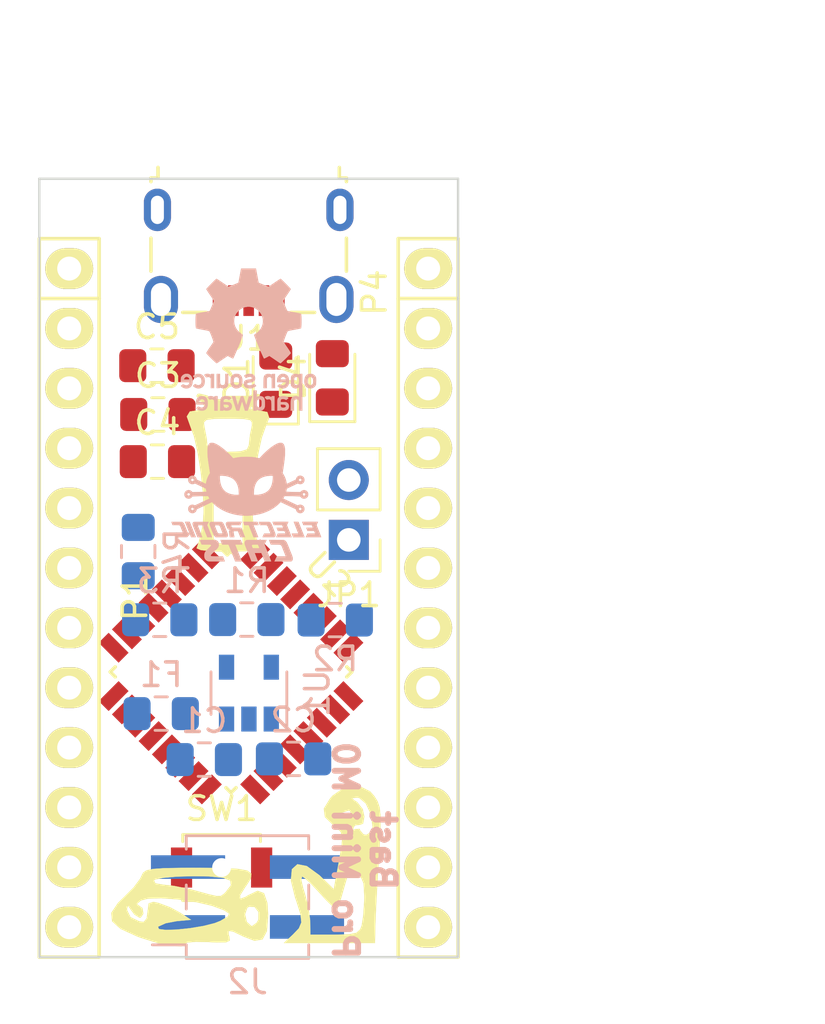
<source format=kicad_pcb>
(kicad_pcb (version 20171130) (host pcbnew "(5.0.0-3-g5ebb6b6)")

  (general
    (thickness 1.6)
    (drawings 13)
    (tracks 0)
    (zones 0)
    (modules 25)
    (nets 43)
  )

  (page A4)
  (title_block
    (date "sam. 04 avril 2015")
  )

  (layers
    (0 F.Cu signal)
    (31 B.Cu signal)
    (32 B.Adhes user)
    (33 F.Adhes user)
    (34 B.Paste user)
    (35 F.Paste user)
    (36 B.SilkS user)
    (37 F.SilkS user)
    (38 B.Mask user)
    (39 F.Mask user)
    (40 Dwgs.User user)
    (41 Cmts.User user)
    (42 Eco1.User user)
    (43 Eco2.User user)
    (44 Edge.Cuts user)
    (45 Margin user)
    (46 B.CrtYd user)
    (47 F.CrtYd user)
    (48 B.Fab user)
    (49 F.Fab user)
  )

  (setup
    (last_trace_width 0.3)
    (trace_clearance 0.25)
    (zone_clearance 0.508)
    (zone_45_only no)
    (trace_min 0.2)
    (segment_width 0.15)
    (edge_width 0.1)
    (via_size 0.8)
    (via_drill 0.5)
    (via_min_size 0.4)
    (via_min_drill 0.3)
    (uvia_size 0.3)
    (uvia_drill 0.1)
    (uvias_allowed no)
    (uvia_min_size 0.2)
    (uvia_min_drill 0.1)
    (pcb_text_width 0.3)
    (pcb_text_size 1.5 1.5)
    (mod_edge_width 0.15)
    (mod_text_size 1 1)
    (mod_text_width 0.15)
    (pad_size 1.5 1.5)
    (pad_drill 0.6)
    (pad_to_mask_clearance 0)
    (aux_axis_origin 137.16 114.3)
    (visible_elements 7FFFF7FF)
    (pcbplotparams
      (layerselection 0x00030_80000001)
      (usegerberextensions false)
      (usegerberattributes false)
      (usegerberadvancedattributes false)
      (creategerberjobfile false)
      (excludeedgelayer true)
      (linewidth 0.100000)
      (plotframeref false)
      (viasonmask false)
      (mode 1)
      (useauxorigin false)
      (hpglpennumber 1)
      (hpglpenspeed 20)
      (hpglpendiameter 15.000000)
      (psnegative false)
      (psa4output false)
      (plotreference true)
      (plotvalue true)
      (plotinvisibletext false)
      (padsonsilk false)
      (subtractmaskfromsilk false)
      (outputformat 1)
      (mirror false)
      (drillshape 1)
      (scaleselection 1)
      (outputdirectory ""))
  )

  (net 0 "")
  (net 1 "/1(Tx)")
  (net 2 "/0(Rx)")
  (net 3 /Reset)
  (net 4 GND)
  (net 5 /2)
  (net 6 "/3(**)")
  (net 7 /4)
  (net 8 "/5(**)")
  (net 9 "/6(**)")
  (net 10 /7)
  (net 11 /8)
  (net 12 "/9(**)")
  (net 13 VCC)
  (net 14 /RAW)
  (net 15 /A3)
  (net 16 /A2)
  (net 17 /A1)
  (net 18 /A0)
  (net 19 "/13(SCK)")
  (net 20 "/12(MISO)")
  (net 21 "/11(**/MOSI)")
  (net 22 "/10(**/SS)")
  (net 23 +3V3)
  (net 24 "Net-(C3-Pad1)")
  (net 25 "Net-(C4-Pad1)")
  (net 26 "Net-(D1-Pad1)")
  (net 27 "Net-(D2-Pad1)")
  (net 28 "Net-(D3-Pad1)")
  (net 29 "Net-(D4-Pad1)")
  (net 30 "Net-(F1-Pad2)")
  (net 31 "Net-(J1-Pad4)")
  (net 32 /SWDIO)
  (net 33 /SWCLK)
  (net 34 "Net-(JP1-Pad1)")
  (net 35 /SDA)
  (net 36 /SCL)
  (net 37 /RX_LED)
  (net 38 /RESET)
  (net 39 /D-)
  (net 40 /D+)
  (net 41 /LED)
  (net 42 "Net-(U2-Pad4)")

  (net_class Default "This is the default net class."
    (clearance 0.25)
    (trace_width 0.3)
    (via_dia 0.8)
    (via_drill 0.5)
    (uvia_dia 0.3)
    (uvia_drill 0.1)
    (add_net +3V3)
    (add_net "/0(Rx)")
    (add_net "/1(Tx)")
    (add_net "/10(**/SS)")
    (add_net "/11(**/MOSI)")
    (add_net "/12(MISO)")
    (add_net "/13(SCK)")
    (add_net /2)
    (add_net "/3(**)")
    (add_net /4)
    (add_net "/5(**)")
    (add_net "/6(**)")
    (add_net /7)
    (add_net /8)
    (add_net "/9(**)")
    (add_net /A0)
    (add_net /A1)
    (add_net /A2)
    (add_net /A3)
    (add_net /D+)
    (add_net /D-)
    (add_net /LED)
    (add_net /RAW)
    (add_net /RESET)
    (add_net /RX_LED)
    (add_net /Reset)
    (add_net /SCL)
    (add_net /SDA)
    (add_net /SWCLK)
    (add_net /SWDIO)
    (add_net GND)
    (add_net "Net-(C3-Pad1)")
    (add_net "Net-(C4-Pad1)")
    (add_net "Net-(D1-Pad1)")
    (add_net "Net-(D2-Pad1)")
    (add_net "Net-(D3-Pad1)")
    (add_net "Net-(D4-Pad1)")
    (add_net "Net-(F1-Pad2)")
    (add_net "Net-(J1-Pad4)")
    (add_net "Net-(JP1-Pad1)")
    (add_net "Net-(U2-Pad4)")
    (add_net VCC)
  )

  (module LOGO (layer F.Cu) (tedit 0) (tstamp 5BC649D7)
    (at 143.525 112.1)
    (fp_text reference G*** (at 0 0) (layer F.SilkS) hide
      (effects (font (size 1.524 1.524) (thickness 0.3)))
    )
    (fp_text value LOGO (at 0.75 0) (layer F.SilkS) hide
      (effects (font (size 1.524 1.524) (thickness 0.3)))
    )
    (fp_poly (pts (xy 1.365872 -1.579774) (xy 2.053104 -1.546348) (xy 2.465012 -1.471852) (xy 2.640246 -1.340918)
      (xy 2.617457 -1.138174) (xy 2.435297 -0.848253) (xy 2.38686 -0.783366) (xy 2.158186 -0.419074)
      (xy 2.167983 -0.270356) (xy 2.408809 -0.363679) (xy 2.489695 -0.417664) (xy 2.903807 -0.614506)
      (xy 3.176204 -0.510808) (xy 3.320014 -0.093489) (xy 3.351389 0.440972) (xy 3.296044 1.102757)
      (xy 3.111182 1.450061) (xy 2.768564 1.506329) (xy 2.290642 1.321668) (xy 1.857164 1.11379)
      (xy 1.670191 1.086977) (xy 1.672345 1.243104) (xy 1.706939 1.340731) (xy 1.721891 1.498663)
      (xy 1.562501 1.572377) (xy 1.159305 1.579127) (xy 0.819218 1.561218) (xy 0.280753 1.548888)
      (xy -0.080843 1.581089) (xy -0.176629 1.631597) (xy -0.328501 1.740173) (xy -0.739061 1.727235)
      (xy -1.339783 1.603113) (xy -2.062142 1.378138) (xy -2.204861 1.325829) (xy -2.909635 1.005051)
      (xy -3.273309 0.681012) (xy -3.30637 0.321537) (xy -3.225766 0.201614) (xy -2.640469 0.201614)
      (xy -2.491729 0.504368) (xy -2.115834 0.686239) (xy -1.925851 0.705555) (xy -1.805953 0.553962)
      (xy -1.763888 0.245461) (xy -1.721404 -0.077989) (xy -1.520897 -0.143353) (xy -1.304544 -0.099345)
      (xy -0.807326 0.087349) (xy -0.383084 0.316652) (xy 0.079031 0.617361) (xy -0.533748 0.674034)
      (xy -0.998578 0.762514) (xy -1.308054 0.901917) (xy -1.322916 0.915892) (xy -1.285785 1.011073)
      (xy -0.988409 1.046674) (xy -0.516745 1.030911) (xy 0.043247 0.972) (xy 0.605611 0.878156)
      (xy 1.08439 0.757596) (xy 1.320956 0.66319) (xy 1.647899 0.472811) (xy 1.675639 0.386441)
      (xy 2.370406 0.386441) (xy 2.444738 0.702886) (xy 2.637831 0.878873) (xy 2.670241 0.881944)
      (xy 2.866352 0.740943) (xy 2.939374 0.605504) (xy 2.944299 0.288342) (xy 2.774515 0.070161)
      (xy 2.533895 0.058806) (xy 2.463662 0.111615) (xy 2.370406 0.386441) (xy 1.675639 0.386441)
      (xy 1.687524 0.34944) (xy 1.48633 0.216726) (xy 0.976768 0.023823) (xy 0.288921 -0.135015)
      (xy -0.469431 -0.247024) (xy -1.190507 -0.299445) (xy -1.766528 -0.279515) (xy -2.051711 -0.202191)
      (xy -2.224847 -0.054031) (xy -2.160763 -0.005364) (xy -1.985693 0.119882) (xy -1.945845 0.358482)
      (xy -2.059856 0.521987) (xy -2.107901 0.529166) (xy -2.324337 0.394764) (xy -2.455316 0.220486)
      (xy -2.595609 0.015883) (xy -2.637789 0.119204) (xy -2.640469 0.201614) (xy -3.225766 0.201614)
      (xy -3.01931 -0.105547) (xy -2.754101 -0.358815) (xy -2.35425 -0.76106) (xy -2.132987 -1.058334)
      (xy -1.499305 -1.058334) (xy -1.432965 -0.928623) (xy -1.11284 -0.87416) (xy -0.647376 -0.821734)
      (xy -0.033101 -0.697729) (xy 0.264584 -0.621482) (xy 0.840568 -0.462699) (xy 1.17029 -0.389374)
      (xy 1.348679 -0.3973) (xy 1.470666 -0.482274) (xy 1.552223 -0.564445) (xy 1.772225 -0.849395)
      (xy 1.745448 -1.045113) (xy 1.444075 -1.165254) (xy 0.840284 -1.223474) (xy 0.186799 -1.234723)
      (xy -0.526085 -1.216199) (xy -1.097757 -1.166653) (xy -1.441838 -1.09512) (xy -1.499305 -1.058334)
      (xy -2.132987 -1.058334) (xy -2.077486 -1.1329) (xy -2.025024 -1.245586) (xy -1.954552 -1.386077)
      (xy -1.808956 -1.481902) (xy -1.52925 -1.541499) (xy -1.056449 -1.573308) (xy -0.331567 -1.58577)
      (xy 0.364665 -1.5875) (xy 1.365872 -1.579774)) (layer F.SilkS) (width 0.01))
  )

  (module LOGO (layer F.Cu) (tedit 0) (tstamp 5BC648B0)
    (at 145.175 93.75)
    (fp_text reference G*** (at 0 0) (layer F.SilkS) hide
      (effects (font (size 1.524 1.524) (thickness 0.3)))
    )
    (fp_text value LOGO (at 0.75 0) (layer F.SilkS) hide
      (effects (font (size 1.524 1.524) (thickness 0.3)))
    )
    (fp_poly (pts (xy 1.356239 -3.316911) (xy 1.286525 -3.160499) (xy 1.146528 -2.998611) (xy 0.939517 -2.743231)
      (xy 1.011747 -2.655511) (xy 1.295579 -2.645833) (xy 1.666543 -2.572579) (xy 1.746269 -2.328416)
      (xy 1.604307 -1.971681) (xy 1.43115 -1.485639) (xy 1.273169 -0.760964) (xy 1.144886 0.088197)
      (xy 1.060825 0.947698) (xy 1.035511 1.703395) (xy 1.074063 2.195677) (xy 1.185912 2.719456)
      (xy 1.292011 3.097679) (xy 1.330201 3.186787) (xy 1.219192 3.267414) (xy 0.812606 3.324316)
      (xy 0.167252 3.350462) (xy 0 3.351389) (xy -0.689975 3.3329) (xy -1.153597 3.28212)
      (xy -1.33406 3.206078) (xy -1.330201 3.186787) (xy -1.239279 2.925961) (xy -1.125745 2.454325)
      (xy -1.074062 2.195677) (xy -1.03497 1.62806) (xy -1.067533 0.855183) (xy -1.157228 -0.008808)
      (xy -1.239098 -0.52921) (xy -0.617361 -0.52921) (xy -0.617361 2.998368) (xy 0.617362 2.998368)
      (xy 0.617362 -0.52921) (xy -0.617361 -0.52921) (xy -1.239098 -0.52921) (xy -1.28953 -0.849769)
      (xy -1.449916 -1.553553) (xy -1.604307 -1.971681) (xy -1.663361 -2.136164) (xy -1.026413 -2.136164)
      (xy -1.003661 -1.936365) (xy -0.99312 -1.89618) (xy -0.904839 -1.437957) (xy -0.884353 -1.190625)
      (xy -0.819122 -1.002642) (xy -0.57309 -0.909255) (xy -0.065016 -0.882108) (xy 0 -0.881944)
      (xy 0.537269 -0.904261) (xy 0.804758 -0.990118) (xy 0.883708 -1.167869) (xy 0.884353 -1.190625)
      (xy 0.932041 -1.614408) (xy 0.99312 -1.89618) (xy 1.029764 -2.112626) (xy 0.943662 -2.231464)
      (xy 0.661835 -2.281858) (xy 0.111303 -2.292973) (xy 0 -2.293055) (xy -0.597562 -2.285344)
      (xy -0.915374 -2.242769) (xy -1.026413 -2.136164) (xy -1.663361 -2.136164) (xy -1.752588 -2.384686)
      (xy -1.623482 -2.596538) (xy -1.295578 -2.645833) (xy -0.972996 -2.66399) (xy -0.961602 -2.763426)
      (xy -0.117592 -2.763426) (xy -0.093379 -2.658563) (xy 0 -2.645833) (xy 0.145188 -2.710371)
      (xy 0.117593 -2.763426) (xy -0.091739 -2.784536) (xy -0.117592 -2.763426) (xy -0.961602 -2.763426)
      (xy -0.959908 -2.778202) (xy -1.146527 -2.998611) (xy -1.343777 -3.254712) (xy -1.288304 -3.34572)
      (xy -1.203264 -3.351388) (xy -0.887677 -3.276521) (xy -0.816392 -3.227041) (xy -0.562503 -3.136245)
      (xy -0.12573 -3.09202) (xy 0.347232 -3.095969) (xy 0.709686 -3.149691) (xy 0.814911 -3.209239)
      (xy 1.046992 -3.335831) (xy 1.184276 -3.351388) (xy 1.356239 -3.316911)) (layer F.SilkS) (width 0.01))
  )

  (module LOGO (layer F.Cu) (tedit 0) (tstamp 5BC64773)
    (at 149.55 110.35)
    (fp_text reference G*** (at 0 0) (layer F.SilkS) hide
      (effects (font (size 1.524 1.524) (thickness 0.3)))
    )
    (fp_text value LOGO (at 0.75 0) (layer F.SilkS) hide
      (effects (font (size 1.524 1.524) (thickness 0.3)))
    )
    (fp_poly (pts (xy 1.659836 -3.076621) (xy 1.83292 -2.882735) (xy 1.972954 -2.658462) (xy 2.059764 -2.399782)
      (xy 2.098808 -2.034723) (xy 2.095544 -1.491314) (xy 2.05543 -0.697584) (xy 2.029821 -0.286542)
      (xy 1.974028 0.628034) (xy 1.926275 1.488497) (xy 1.892007 2.19176) (xy 1.877266 2.601737)
      (xy 1.861424 3.351389) (xy -2.006797 3.351389) (xy -1.62076 2.99174) (xy -1.368307 2.727732)
      (xy -1.263091 2.476676) (xy -1.299003 2.132988) (xy -1.469933 1.591081) (xy -1.529878 1.421179)
      (xy -1.70767 0.699188) (xy -1.705507 0.674662) (xy -1.267087 0.674662) (xy -1.184168 1.038487)
      (xy -1.133484 1.190625) (xy -0.971702 1.790307) (xy -0.891256 2.372887) (xy -0.889686 2.425348)
      (xy -0.881944 2.998612) (xy 0.155817 2.998612) (xy 0.746099 2.984035) (xy 1.076039 2.919043)
      (xy 1.237585 2.77174) (xy 1.299936 2.601737) (xy 1.365425 2.183513) (xy 1.404319 1.601211)
      (xy 1.408703 1.367014) (xy 1.379305 0.828542) (xy 1.27357 0.573608) (xy 1.146528 0.529167)
      (xy 0.914719 0.383778) (xy 0.865917 0.220486) (xy 0.81812 0.203778) (xy 0.709863 0.470126)
      (xy 0.587183 0.881397) (xy 0.432704 1.420549) (xy 0.307539 1.802452) (xy 0.253433 1.92203)
      (xy 0.10955 1.841021) (xy -0.187344 1.557559) (xy -0.459209 1.26112) (xy -0.835718 0.857213)
      (xy -1.126588 0.591377) (xy -1.235175 0.529167) (xy -1.267087 0.674662) (xy -1.705507 0.674662)
      (xy -1.665487 0.221046) (xy -1.431158 0.009351) (xy -1.032513 0.086699) (xy -0.497383 0.475687)
      (xy -0.436551 0.533452) (xy 0.113832 1.066904) (xy 0.332875 -0.121886) (xy 0.443078 -0.751686)
      (xy 0.473681 -1.132516) (xy 0.409646 -1.36223) (xy 0.235938 -1.538676) (xy 0.09957 -1.640189)
      (xy -0.256632 -1.988) (xy 0.214252 -1.988) (xy 0.389443 -1.944939) (xy 0.48507 -1.942978)
      (xy 0.794761 -2.007267) (xy 0.881945 -2.116666) (xy 0.770905 -2.280797) (xy 0.449641 -2.175736)
      (xy 0.352778 -2.116666) (xy 0.214252 -1.988) (xy -0.256632 -1.988) (xy -0.261984 -1.993225)
      (xy -0.310019 -2.346739) (xy -0.046654 -2.776579) (xy -0.028861 -2.79658) (xy 0.889471 -2.79658)
      (xy 0.983572 -2.702353) (xy 1.102431 -2.631704) (xy 1.341324 -2.329451) (xy 1.411111 -2.009297)
      (xy 1.357554 -1.716071) (xy 1.246911 -1.668161) (xy 1.023871 -1.640352) (xy 0.955074 -1.563123)
      (xy 0.93132 -1.439413) (xy 1.03108 -1.482462) (xy 1.21249 -1.492396) (xy 1.234723 -1.421521)
      (xy 1.377424 -1.255858) (xy 1.499306 -1.234722) (xy 1.716049 -1.380869) (xy 1.763889 -1.576017)
      (xy 1.681042 -2.121455) (xy 1.471435 -2.56735) (xy 1.19347 -2.803416) (xy 1.106797 -2.816858)
      (xy 0.889471 -2.79658) (xy -0.028861 -2.79658) (xy 0.064324 -2.901328) (xy 0.595392 -3.273641)
      (xy 1.153762 -3.331793) (xy 1.659836 -3.076621)) (layer F.SilkS) (width 0.01))
  )

  (module Socket_Arduino_Pro_Mini:Socket_Strip_Arduino_1x12 locked (layer F.Cu) (tedit 55216A20) (tstamp 552111CC)
    (at 138.43 85.09 270)
    (descr "Through hole socket strip")
    (tags "socket strip")
    (path /56D754D1)
    (fp_text reference P1 (at 13.97 -2.794 270) (layer F.SilkS)
      (effects (font (size 1 1) (thickness 0.15)))
    )
    (fp_text value Digital (at 18.034 -2.794 270) (layer F.Fab)
      (effects (font (size 1 1) (thickness 0.15)))
    )
    (fp_line (start 1.27 -1.27) (end -1.27 -1.27) (layer F.SilkS) (width 0.15))
    (fp_line (start -1.27 -1.27) (end -1.27 1.27) (layer F.SilkS) (width 0.15))
    (fp_line (start -1.27 1.27) (end 1.27 1.27) (layer F.SilkS) (width 0.15))
    (fp_line (start -1.75 -1.75) (end -1.75 1.75) (layer F.CrtYd) (width 0.05))
    (fp_line (start 29.7 -1.75) (end 29.7 1.75) (layer F.CrtYd) (width 0.05))
    (fp_line (start -1.75 -1.75) (end 29.7 -1.75) (layer F.CrtYd) (width 0.05))
    (fp_line (start -1.75 1.75) (end 29.7 1.75) (layer F.CrtYd) (width 0.05))
    (fp_line (start 1.27 1.27) (end 29.21 1.27) (layer F.SilkS) (width 0.15))
    (fp_line (start 29.21 1.27) (end 29.21 -1.27) (layer F.SilkS) (width 0.15))
    (fp_line (start 29.21 -1.27) (end 1.27 -1.27) (layer F.SilkS) (width 0.15))
    (fp_line (start 1.27 1.27) (end 1.27 -1.27) (layer F.SilkS) (width 0.15))
    (pad 1 thru_hole oval (at 0 0 270) (size 1.7272 2.032) (drill 1.016) (layers *.Cu *.Mask F.SilkS)
      (net 1 "/1(Tx)"))
    (pad 2 thru_hole oval (at 2.54 0 270) (size 1.7272 2.032) (drill 1.016) (layers *.Cu *.Mask F.SilkS)
      (net 2 "/0(Rx)"))
    (pad 3 thru_hole oval (at 5.08 0 270) (size 1.7272 2.032) (drill 1.016) (layers *.Cu *.Mask F.SilkS)
      (net 38 /RESET))
    (pad 4 thru_hole oval (at 7.62 0 270) (size 1.7272 2.032) (drill 1.016) (layers *.Cu *.Mask F.SilkS)
      (net 4 GND))
    (pad 5 thru_hole oval (at 10.16 0 270) (size 1.7272 2.032) (drill 1.016) (layers *.Cu *.Mask F.SilkS)
      (net 5 /2))
    (pad 6 thru_hole oval (at 12.7 0 270) (size 1.7272 2.032) (drill 1.016) (layers *.Cu *.Mask F.SilkS)
      (net 6 "/3(**)"))
    (pad 7 thru_hole oval (at 15.24 0 270) (size 1.7272 2.032) (drill 1.016) (layers *.Cu *.Mask F.SilkS)
      (net 7 /4))
    (pad 8 thru_hole oval (at 17.78 0 270) (size 1.7272 2.032) (drill 1.016) (layers *.Cu *.Mask F.SilkS)
      (net 8 "/5(**)"))
    (pad 9 thru_hole oval (at 20.32 0 270) (size 1.7272 2.032) (drill 1.016) (layers *.Cu *.Mask F.SilkS)
      (net 9 "/6(**)"))
    (pad 10 thru_hole oval (at 22.86 0 270) (size 1.7272 2.032) (drill 1.016) (layers *.Cu *.Mask F.SilkS)
      (net 10 /7))
    (pad 11 thru_hole oval (at 25.4 0 270) (size 1.7272 2.032) (drill 1.016) (layers *.Cu *.Mask F.SilkS)
      (net 11 /8))
    (pad 12 thru_hole oval (at 27.94 0 270) (size 1.7272 2.032) (drill 1.016) (layers *.Cu *.Mask F.SilkS)
      (net 12 "/9(**)"))
    (model ${KIPRJMOD}/Socket_Arduino_Pro_Mini.3dshapes/Socket_header_Arduino_1x12.wrl
      (offset (xyz 13.96999979019165 0 0))
      (scale (xyz 1 1 1))
      (rotate (xyz 0 0 180))
    )
  )

  (module Socket_Arduino_Pro_Mini:Socket_Strip_Arduino_1x12 locked (layer F.Cu) (tedit 5521133F) (tstamp 5521120D)
    (at 153.67 85.09 270)
    (descr "Through hole socket strip")
    (tags "socket strip")
    (path /56D755F3)
    (fp_text reference P4 (at 1.016 2.286 270) (layer F.SilkS)
      (effects (font (size 1 1) (thickness 0.15)))
    )
    (fp_text value Analog (at 4.826 2.54 270) (layer F.Fab)
      (effects (font (size 1 1) (thickness 0.15)))
    )
    (fp_line (start 1.27 -1.27) (end -1.27 -1.27) (layer F.SilkS) (width 0.15))
    (fp_line (start -1.27 -1.27) (end -1.27 1.27) (layer F.SilkS) (width 0.15))
    (fp_line (start -1.27 1.27) (end 1.27 1.27) (layer F.SilkS) (width 0.15))
    (fp_line (start -1.75 -1.75) (end -1.75 1.75) (layer F.CrtYd) (width 0.05))
    (fp_line (start 29.7 -1.75) (end 29.7 1.75) (layer F.CrtYd) (width 0.05))
    (fp_line (start -1.75 -1.75) (end 29.7 -1.75) (layer F.CrtYd) (width 0.05))
    (fp_line (start -1.75 1.75) (end 29.7 1.75) (layer F.CrtYd) (width 0.05))
    (fp_line (start 1.27 1.27) (end 29.21 1.27) (layer F.SilkS) (width 0.15))
    (fp_line (start 29.21 1.27) (end 29.21 -1.27) (layer F.SilkS) (width 0.15))
    (fp_line (start 29.21 -1.27) (end 1.27 -1.27) (layer F.SilkS) (width 0.15))
    (fp_line (start 1.27 1.27) (end 1.27 -1.27) (layer F.SilkS) (width 0.15))
    (pad 1 thru_hole oval (at 0 0 270) (size 1.7272 2.032) (drill 1.016) (layers *.Cu *.Mask F.SilkS)
      (net 14 /RAW))
    (pad 2 thru_hole oval (at 2.54 0 270) (size 1.7272 2.032) (drill 1.016) (layers *.Cu *.Mask F.SilkS)
      (net 4 GND))
    (pad 3 thru_hole oval (at 5.08 0 270) (size 1.7272 2.032) (drill 1.016) (layers *.Cu *.Mask F.SilkS)
      (net 3 /Reset))
    (pad 4 thru_hole oval (at 7.62 0 270) (size 1.7272 2.032) (drill 1.016) (layers *.Cu *.Mask F.SilkS)
      (net 13 VCC))
    (pad 5 thru_hole oval (at 10.16 0 270) (size 1.7272 2.032) (drill 1.016) (layers *.Cu *.Mask F.SilkS)
      (net 15 /A3))
    (pad 6 thru_hole oval (at 12.7 0 270) (size 1.7272 2.032) (drill 1.016) (layers *.Cu *.Mask F.SilkS)
      (net 16 /A2))
    (pad 7 thru_hole oval (at 15.24 0 270) (size 1.7272 2.032) (drill 1.016) (layers *.Cu *.Mask F.SilkS)
      (net 17 /A1))
    (pad 8 thru_hole oval (at 17.78 0 270) (size 1.7272 2.032) (drill 1.016) (layers *.Cu *.Mask F.SilkS)
      (net 18 /A0))
    (pad 9 thru_hole oval (at 20.32 0 270) (size 1.7272 2.032) (drill 1.016) (layers *.Cu *.Mask F.SilkS)
      (net 19 "/13(SCK)"))
    (pad 10 thru_hole oval (at 22.86 0 270) (size 1.7272 2.032) (drill 1.016) (layers *.Cu *.Mask F.SilkS)
      (net 20 "/12(MISO)"))
    (pad 11 thru_hole oval (at 25.4 0 270) (size 1.7272 2.032) (drill 1.016) (layers *.Cu *.Mask F.SilkS)
      (net 21 "/11(**/MOSI)"))
    (pad 12 thru_hole oval (at 27.94 0 270) (size 1.7272 2.032) (drill 1.016) (layers *.Cu *.Mask F.SilkS)
      (net 22 "/10(**/SS)"))
    (model ${KIPRJMOD}/Socket_Arduino_Pro_Mini.3dshapes/Socket_header_Arduino_1x12.wrl
      (offset (xyz 13.96999979019165 0 0))
      (scale (xyz 1 1 1))
      (rotate (xyz 0 0 180))
    )
  )

  (module Capacitor_SMD:C_0805_2012Metric_Pad1.15x1.40mm_HandSolder (layer B.Cu) (tedit 5B36C52B) (tstamp 5BC06FF4)
    (at 144.165 105.92 180)
    (descr "Capacitor SMD 0805 (2012 Metric), square (rectangular) end terminal, IPC_7351 nominal with elongated pad for handsoldering. (Body size source: https://docs.google.com/spreadsheets/d/1BsfQQcO9C6DZCsRaXUlFlo91Tg2WpOkGARC1WS5S8t0/edit?usp=sharing), generated with kicad-footprint-generator")
    (tags "capacitor handsolder")
    (path /5BB50FD7)
    (attr smd)
    (fp_text reference C1 (at 0 1.65 180) (layer B.SilkS)
      (effects (font (size 1 1) (thickness 0.15)) (justify mirror))
    )
    (fp_text value 1uF (at 0 -1.65 180) (layer B.Fab)
      (effects (font (size 1 1) (thickness 0.15)) (justify mirror))
    )
    (fp_text user %R (at 0 0 180) (layer B.Fab)
      (effects (font (size 0.5 0.5) (thickness 0.08)) (justify mirror))
    )
    (fp_line (start 1.85 -0.95) (end -1.85 -0.95) (layer B.CrtYd) (width 0.05))
    (fp_line (start 1.85 0.95) (end 1.85 -0.95) (layer B.CrtYd) (width 0.05))
    (fp_line (start -1.85 0.95) (end 1.85 0.95) (layer B.CrtYd) (width 0.05))
    (fp_line (start -1.85 -0.95) (end -1.85 0.95) (layer B.CrtYd) (width 0.05))
    (fp_line (start -0.261252 -0.71) (end 0.261252 -0.71) (layer B.SilkS) (width 0.12))
    (fp_line (start -0.261252 0.71) (end 0.261252 0.71) (layer B.SilkS) (width 0.12))
    (fp_line (start 1 -0.6) (end -1 -0.6) (layer B.Fab) (width 0.1))
    (fp_line (start 1 0.6) (end 1 -0.6) (layer B.Fab) (width 0.1))
    (fp_line (start -1 0.6) (end 1 0.6) (layer B.Fab) (width 0.1))
    (fp_line (start -1 -0.6) (end -1 0.6) (layer B.Fab) (width 0.1))
    (pad 2 smd roundrect (at 1.025 0 180) (size 1.15 1.4) (layers B.Cu B.Paste B.Mask) (roundrect_rratio 0.217391)
      (net 4 GND))
    (pad 1 smd roundrect (at -1.025 0 180) (size 1.15 1.4) (layers B.Cu B.Paste B.Mask) (roundrect_rratio 0.217391)
      (net 13 VCC))
    (model ${KISYS3DMOD}/Capacitor_SMD.3dshapes/C_0805_2012Metric.wrl
      (at (xyz 0 0 0))
      (scale (xyz 1 1 1))
      (rotate (xyz 0 0 0))
    )
  )

  (module Capacitor_SMD:C_0805_2012Metric_Pad1.15x1.40mm_HandSolder (layer B.Cu) (tedit 5B36C52B) (tstamp 5BBB59BB)
    (at 147.955 105.89 180)
    (descr "Capacitor SMD 0805 (2012 Metric), square (rectangular) end terminal, IPC_7351 nominal with elongated pad for handsoldering. (Body size source: https://docs.google.com/spreadsheets/d/1BsfQQcO9C6DZCsRaXUlFlo91Tg2WpOkGARC1WS5S8t0/edit?usp=sharing), generated with kicad-footprint-generator")
    (tags "capacitor handsolder")
    (path /5BB62453)
    (attr smd)
    (fp_text reference C2 (at 0 1.65 180) (layer B.SilkS)
      (effects (font (size 1 1) (thickness 0.15)) (justify mirror))
    )
    (fp_text value 2.2uF (at 0 -1.65 180) (layer B.Fab)
      (effects (font (size 1 1) (thickness 0.15)) (justify mirror))
    )
    (fp_line (start -1 -0.6) (end -1 0.6) (layer B.Fab) (width 0.1))
    (fp_line (start -1 0.6) (end 1 0.6) (layer B.Fab) (width 0.1))
    (fp_line (start 1 0.6) (end 1 -0.6) (layer B.Fab) (width 0.1))
    (fp_line (start 1 -0.6) (end -1 -0.6) (layer B.Fab) (width 0.1))
    (fp_line (start -0.261252 0.71) (end 0.261252 0.71) (layer B.SilkS) (width 0.12))
    (fp_line (start -0.261252 -0.71) (end 0.261252 -0.71) (layer B.SilkS) (width 0.12))
    (fp_line (start -1.85 -0.95) (end -1.85 0.95) (layer B.CrtYd) (width 0.05))
    (fp_line (start -1.85 0.95) (end 1.85 0.95) (layer B.CrtYd) (width 0.05))
    (fp_line (start 1.85 0.95) (end 1.85 -0.95) (layer B.CrtYd) (width 0.05))
    (fp_line (start 1.85 -0.95) (end -1.85 -0.95) (layer B.CrtYd) (width 0.05))
    (fp_text user %R (at 0 0 180) (layer B.Fab)
      (effects (font (size 0.5 0.5) (thickness 0.08)) (justify mirror))
    )
    (pad 1 smd roundrect (at -1.025 0 180) (size 1.15 1.4) (layers B.Cu B.Paste B.Mask) (roundrect_rratio 0.217391)
      (net 23 +3V3))
    (pad 2 smd roundrect (at 1.025 0 180) (size 1.15 1.4) (layers B.Cu B.Paste B.Mask) (roundrect_rratio 0.217391)
      (net 4 GND))
    (model ${KISYS3DMOD}/Capacitor_SMD.3dshapes/C_0805_2012Metric.wrl
      (at (xyz 0 0 0))
      (scale (xyz 1 1 1))
      (rotate (xyz 0 0 0))
    )
  )

  (module Capacitor_SMD:C_0805_2012Metric_Pad1.15x1.40mm_HandSolder (layer F.Cu) (tedit 5B36C52B) (tstamp 5BBB59CC)
    (at 142.195 91.28)
    (descr "Capacitor SMD 0805 (2012 Metric), square (rectangular) end terminal, IPC_7351 nominal with elongated pad for handsoldering. (Body size source: https://docs.google.com/spreadsheets/d/1BsfQQcO9C6DZCsRaXUlFlo91Tg2WpOkGARC1WS5S8t0/edit?usp=sharing), generated with kicad-footprint-generator")
    (tags "capacitor handsolder")
    (path /5BB0CC95)
    (attr smd)
    (fp_text reference C3 (at 0 -1.65) (layer F.SilkS)
      (effects (font (size 1 1) (thickness 0.15)))
    )
    (fp_text value 0.1uF (at 0 1.65) (layer F.Fab)
      (effects (font (size 1 1) (thickness 0.15)))
    )
    (fp_line (start -1 0.6) (end -1 -0.6) (layer F.Fab) (width 0.1))
    (fp_line (start -1 -0.6) (end 1 -0.6) (layer F.Fab) (width 0.1))
    (fp_line (start 1 -0.6) (end 1 0.6) (layer F.Fab) (width 0.1))
    (fp_line (start 1 0.6) (end -1 0.6) (layer F.Fab) (width 0.1))
    (fp_line (start -0.261252 -0.71) (end 0.261252 -0.71) (layer F.SilkS) (width 0.12))
    (fp_line (start -0.261252 0.71) (end 0.261252 0.71) (layer F.SilkS) (width 0.12))
    (fp_line (start -1.85 0.95) (end -1.85 -0.95) (layer F.CrtYd) (width 0.05))
    (fp_line (start -1.85 -0.95) (end 1.85 -0.95) (layer F.CrtYd) (width 0.05))
    (fp_line (start 1.85 -0.95) (end 1.85 0.95) (layer F.CrtYd) (width 0.05))
    (fp_line (start 1.85 0.95) (end -1.85 0.95) (layer F.CrtYd) (width 0.05))
    (fp_text user %R (at 0 0) (layer F.Fab)
      (effects (font (size 0.5 0.5) (thickness 0.08)))
    )
    (pad 1 smd roundrect (at -1.025 0) (size 1.15 1.4) (layers F.Cu F.Paste F.Mask) (roundrect_rratio 0.217391)
      (net 24 "Net-(C3-Pad1)"))
    (pad 2 smd roundrect (at 1.025 0) (size 1.15 1.4) (layers F.Cu F.Paste F.Mask) (roundrect_rratio 0.217391)
      (net 4 GND))
    (model ${KISYS3DMOD}/Capacitor_SMD.3dshapes/C_0805_2012Metric.wrl
      (at (xyz 0 0 0))
      (scale (xyz 1 1 1))
      (rotate (xyz 0 0 0))
    )
  )

  (module Capacitor_SMD:C_0805_2012Metric_Pad1.15x1.40mm_HandSolder (layer F.Cu) (tedit 5B36C52B) (tstamp 5BC06F72)
    (at 142.175 93.28)
    (descr "Capacitor SMD 0805 (2012 Metric), square (rectangular) end terminal, IPC_7351 nominal with elongated pad for handsoldering. (Body size source: https://docs.google.com/spreadsheets/d/1BsfQQcO9C6DZCsRaXUlFlo91Tg2WpOkGARC1WS5S8t0/edit?usp=sharing), generated with kicad-footprint-generator")
    (tags "capacitor handsolder")
    (path /5BB0701E)
    (attr smd)
    (fp_text reference C4 (at 0 -1.65) (layer F.SilkS)
      (effects (font (size 1 1) (thickness 0.15)))
    )
    (fp_text value 0.1uF (at 0 1.65) (layer F.Fab)
      (effects (font (size 1 1) (thickness 0.15)))
    )
    (fp_text user %R (at 0 0) (layer F.Fab)
      (effects (font (size 0.5 0.5) (thickness 0.08)))
    )
    (fp_line (start 1.85 0.95) (end -1.85 0.95) (layer F.CrtYd) (width 0.05))
    (fp_line (start 1.85 -0.95) (end 1.85 0.95) (layer F.CrtYd) (width 0.05))
    (fp_line (start -1.85 -0.95) (end 1.85 -0.95) (layer F.CrtYd) (width 0.05))
    (fp_line (start -1.85 0.95) (end -1.85 -0.95) (layer F.CrtYd) (width 0.05))
    (fp_line (start -0.261252 0.71) (end 0.261252 0.71) (layer F.SilkS) (width 0.12))
    (fp_line (start -0.261252 -0.71) (end 0.261252 -0.71) (layer F.SilkS) (width 0.12))
    (fp_line (start 1 0.6) (end -1 0.6) (layer F.Fab) (width 0.1))
    (fp_line (start 1 -0.6) (end 1 0.6) (layer F.Fab) (width 0.1))
    (fp_line (start -1 -0.6) (end 1 -0.6) (layer F.Fab) (width 0.1))
    (fp_line (start -1 0.6) (end -1 -0.6) (layer F.Fab) (width 0.1))
    (pad 2 smd roundrect (at 1.025 0) (size 1.15 1.4) (layers F.Cu F.Paste F.Mask) (roundrect_rratio 0.217391)
      (net 4 GND))
    (pad 1 smd roundrect (at -1.025 0) (size 1.15 1.4) (layers F.Cu F.Paste F.Mask) (roundrect_rratio 0.217391)
      (net 25 "Net-(C4-Pad1)"))
    (model ${KISYS3DMOD}/Capacitor_SMD.3dshapes/C_0805_2012Metric.wrl
      (at (xyz 0 0 0))
      (scale (xyz 1 1 1))
      (rotate (xyz 0 0 0))
    )
  )

  (module Capacitor_SMD:C_0805_2012Metric_Pad1.15x1.40mm_HandSolder (layer F.Cu) (tedit 5B36C52B) (tstamp 5BBB59EE)
    (at 142.155 89.21)
    (descr "Capacitor SMD 0805 (2012 Metric), square (rectangular) end terminal, IPC_7351 nominal with elongated pad for handsoldering. (Body size source: https://docs.google.com/spreadsheets/d/1BsfQQcO9C6DZCsRaXUlFlo91Tg2WpOkGARC1WS5S8t0/edit?usp=sharing), generated with kicad-footprint-generator")
    (tags "capacitor handsolder")
    (path /5BB06F9B)
    (attr smd)
    (fp_text reference C5 (at 0 -1.65) (layer F.SilkS)
      (effects (font (size 1 1) (thickness 0.15)))
    )
    (fp_text value 0.1uF (at 0 1.65) (layer F.Fab)
      (effects (font (size 1 1) (thickness 0.15)))
    )
    (fp_line (start -1 0.6) (end -1 -0.6) (layer F.Fab) (width 0.1))
    (fp_line (start -1 -0.6) (end 1 -0.6) (layer F.Fab) (width 0.1))
    (fp_line (start 1 -0.6) (end 1 0.6) (layer F.Fab) (width 0.1))
    (fp_line (start 1 0.6) (end -1 0.6) (layer F.Fab) (width 0.1))
    (fp_line (start -0.261252 -0.71) (end 0.261252 -0.71) (layer F.SilkS) (width 0.12))
    (fp_line (start -0.261252 0.71) (end 0.261252 0.71) (layer F.SilkS) (width 0.12))
    (fp_line (start -1.85 0.95) (end -1.85 -0.95) (layer F.CrtYd) (width 0.05))
    (fp_line (start -1.85 -0.95) (end 1.85 -0.95) (layer F.CrtYd) (width 0.05))
    (fp_line (start 1.85 -0.95) (end 1.85 0.95) (layer F.CrtYd) (width 0.05))
    (fp_line (start 1.85 0.95) (end -1.85 0.95) (layer F.CrtYd) (width 0.05))
    (fp_text user %R (at 0 0) (layer F.Fab)
      (effects (font (size 0.5 0.5) (thickness 0.08)))
    )
    (pad 1 smd roundrect (at -1.025 0) (size 1.15 1.4) (layers F.Cu F.Paste F.Mask) (roundrect_rratio 0.217391)
      (net 23 +3V3))
    (pad 2 smd roundrect (at 1.025 0) (size 1.15 1.4) (layers F.Cu F.Paste F.Mask) (roundrect_rratio 0.217391)
      (net 4 GND))
    (model ${KISYS3DMOD}/Capacitor_SMD.3dshapes/C_0805_2012Metric.wrl
      (at (xyz 0 0 0))
      (scale (xyz 1 1 1))
      (rotate (xyz 0 0 0))
    )
  )

  (module LED_SMD:LED_0805_2012Metric_Pad1.15x1.40mm_HandSolder (layer F.Cu) (tedit 5B4B45C9) (tstamp 5BBB5A01)
    (at 147.2 89.825 90)
    (descr "LED SMD 0805 (2012 Metric), square (rectangular) end terminal, IPC_7351 nominal, (Body size source: https://docs.google.com/spreadsheets/d/1BsfQQcO9C6DZCsRaXUlFlo91Tg2WpOkGARC1WS5S8t0/edit?usp=sharing), generated with kicad-footprint-generator")
    (tags "LED handsolder")
    (path /5BB1D4DB)
    (attr smd)
    (fp_text reference D1 (at 0 -1.65 90) (layer F.SilkS)
      (effects (font (size 1 1) (thickness 0.15)))
    )
    (fp_text value POWER (at 0 1.65 90) (layer F.Fab)
      (effects (font (size 1 1) (thickness 0.15)))
    )
    (fp_text user %R (at 0 0 90) (layer F.Fab)
      (effects (font (size 0.5 0.5) (thickness 0.08)))
    )
    (fp_line (start 1.85 0.95) (end -1.85 0.95) (layer F.CrtYd) (width 0.05))
    (fp_line (start 1.85 -0.95) (end 1.85 0.95) (layer F.CrtYd) (width 0.05))
    (fp_line (start -1.85 -0.95) (end 1.85 -0.95) (layer F.CrtYd) (width 0.05))
    (fp_line (start -1.85 0.95) (end -1.85 -0.95) (layer F.CrtYd) (width 0.05))
    (fp_line (start -1.86 0.96) (end 1 0.96) (layer F.SilkS) (width 0.12))
    (fp_line (start -1.86 -0.96) (end -1.86 0.96) (layer F.SilkS) (width 0.12))
    (fp_line (start 1 -0.96) (end -1.86 -0.96) (layer F.SilkS) (width 0.12))
    (fp_line (start 1 0.6) (end 1 -0.6) (layer F.Fab) (width 0.1))
    (fp_line (start -1 0.6) (end 1 0.6) (layer F.Fab) (width 0.1))
    (fp_line (start -1 -0.3) (end -1 0.6) (layer F.Fab) (width 0.1))
    (fp_line (start -0.7 -0.6) (end -1 -0.3) (layer F.Fab) (width 0.1))
    (fp_line (start 1 -0.6) (end -0.7 -0.6) (layer F.Fab) (width 0.1))
    (pad 2 smd roundrect (at 1.025 0 90) (size 1.15 1.4) (layers F.Cu F.Paste F.Mask) (roundrect_rratio 0.217391)
      (net 23 +3V3))
    (pad 1 smd roundrect (at -1.025 0 90) (size 1.15 1.4) (layers F.Cu F.Paste F.Mask) (roundrect_rratio 0.217391)
      (net 26 "Net-(D1-Pad1)"))
    (model ${KISYS3DMOD}/LED_SMD.3dshapes/LED_0805_2012Metric.wrl
      (at (xyz 0 0 0))
      (scale (xyz 1 1 1))
      (rotate (xyz 0 0 0))
    )
  )

  (module LED_SMD:LED_0805_2012Metric_Pad1.15x1.40mm_HandSolder (layer F.Cu) (tedit 5B4B45C9) (tstamp 5BBA701F)
    (at 149.6 89.725 90)
    (descr "LED SMD 0805 (2012 Metric), square (rectangular) end terminal, IPC_7351 nominal, (Body size source: https://docs.google.com/spreadsheets/d/1BsfQQcO9C6DZCsRaXUlFlo91Tg2WpOkGARC1WS5S8t0/edit?usp=sharing), generated with kicad-footprint-generator")
    (tags "LED handsolder")
    (path /5BB1D993)
    (attr smd)
    (fp_text reference D4 (at 0 -1.65 90) (layer F.SilkS)
      (effects (font (size 1 1) (thickness 0.15)))
    )
    (fp_text value LED (at 0 1.65 90) (layer F.Fab)
      (effects (font (size 1 1) (thickness 0.15)))
    )
    (fp_line (start 1 -0.6) (end -0.7 -0.6) (layer F.Fab) (width 0.1))
    (fp_line (start -0.7 -0.6) (end -1 -0.3) (layer F.Fab) (width 0.1))
    (fp_line (start -1 -0.3) (end -1 0.6) (layer F.Fab) (width 0.1))
    (fp_line (start -1 0.6) (end 1 0.6) (layer F.Fab) (width 0.1))
    (fp_line (start 1 0.6) (end 1 -0.6) (layer F.Fab) (width 0.1))
    (fp_line (start 1 -0.96) (end -1.86 -0.96) (layer F.SilkS) (width 0.12))
    (fp_line (start -1.86 -0.96) (end -1.86 0.96) (layer F.SilkS) (width 0.12))
    (fp_line (start -1.86 0.96) (end 1 0.96) (layer F.SilkS) (width 0.12))
    (fp_line (start -1.85 0.95) (end -1.85 -0.95) (layer F.CrtYd) (width 0.05))
    (fp_line (start -1.85 -0.95) (end 1.85 -0.95) (layer F.CrtYd) (width 0.05))
    (fp_line (start 1.85 -0.95) (end 1.85 0.95) (layer F.CrtYd) (width 0.05))
    (fp_line (start 1.85 0.95) (end -1.85 0.95) (layer F.CrtYd) (width 0.05))
    (fp_text user %R (at 0 0 90) (layer F.Fab)
      (effects (font (size 0.5 0.5) (thickness 0.08)))
    )
    (pad 1 smd roundrect (at -1.025 0 90) (size 1.15 1.4) (layers F.Cu F.Paste F.Mask) (roundrect_rratio 0.217391)
      (net 29 "Net-(D4-Pad1)"))
    (pad 2 smd roundrect (at 1.025 0 90) (size 1.15 1.4) (layers F.Cu F.Paste F.Mask) (roundrect_rratio 0.217391)
      (net 23 +3V3))
    (model ${KISYS3DMOD}/LED_SMD.3dshapes/LED_0805_2012Metric.wrl
      (at (xyz 0 0 0))
      (scale (xyz 1 1 1))
      (rotate (xyz 0 0 0))
    )
  )

  (module Fuse:Fuse_0805_2012Metric_Pad1.15x1.40mm_HandSolder (layer B.Cu) (tedit 5B36C52C) (tstamp 5BC0587F)
    (at 142.335 103.97 180)
    (descr "Fuse SMD 0805 (2012 Metric), square (rectangular) end terminal, IPC_7351 nominal with elongated pad for handsoldering. (Body size source: https://docs.google.com/spreadsheets/d/1BsfQQcO9C6DZCsRaXUlFlo91Tg2WpOkGARC1WS5S8t0/edit?usp=sharing), generated with kicad-footprint-generator")
    (tags "resistor handsolder")
    (path /5BB4BE5F)
    (attr smd)
    (fp_text reference F1 (at 0 1.65 180) (layer B.SilkS)
      (effects (font (size 1 1) (thickness 0.15)) (justify mirror))
    )
    (fp_text value 500mA (at 0 -1.65 180) (layer B.Fab)
      (effects (font (size 1 1) (thickness 0.15)) (justify mirror))
    )
    (fp_line (start -1 -0.6) (end -1 0.6) (layer B.Fab) (width 0.1))
    (fp_line (start -1 0.6) (end 1 0.6) (layer B.Fab) (width 0.1))
    (fp_line (start 1 0.6) (end 1 -0.6) (layer B.Fab) (width 0.1))
    (fp_line (start 1 -0.6) (end -1 -0.6) (layer B.Fab) (width 0.1))
    (fp_line (start -0.261252 0.71) (end 0.261252 0.71) (layer B.SilkS) (width 0.12))
    (fp_line (start -0.261252 -0.71) (end 0.261252 -0.71) (layer B.SilkS) (width 0.12))
    (fp_line (start -1.85 -0.95) (end -1.85 0.95) (layer B.CrtYd) (width 0.05))
    (fp_line (start -1.85 0.95) (end 1.85 0.95) (layer B.CrtYd) (width 0.05))
    (fp_line (start 1.85 0.95) (end 1.85 -0.95) (layer B.CrtYd) (width 0.05))
    (fp_line (start 1.85 -0.95) (end -1.85 -0.95) (layer B.CrtYd) (width 0.05))
    (fp_text user %R (at 0 0 180) (layer B.Fab)
      (effects (font (size 0.5 0.5) (thickness 0.08)) (justify mirror))
    )
    (pad 1 smd roundrect (at -1.025 0 180) (size 1.15 1.4) (layers B.Cu B.Paste B.Mask) (roundrect_rratio 0.217391)
      (net 13 VCC))
    (pad 2 smd roundrect (at 1.025 0 180) (size 1.15 1.4) (layers B.Cu B.Paste B.Mask) (roundrect_rratio 0.217391)
      (net 30 "Net-(F1-Pad2)"))
    (model ${KISYS3DMOD}/Fuse.3dshapes/Fuse_0805_2012Metric.wrl
      (at (xyz 0 0 0))
      (scale (xyz 1 1 1))
      (rotate (xyz 0 0 0))
    )
  )

  (module Connector_USB:USB_Micro-B_Wuerth_629105150521 (layer F.Cu) (tedit 5A142044) (tstamp 5BB3ED32)
    (at 146.05 84.55 180)
    (descr "USB Micro-B receptacle, http://www.mouser.com/ds/2/445/629105150521-469306.pdf")
    (tags "usb micro receptacle")
    (path /5BB47277)
    (attr smd)
    (fp_text reference J1 (at 0 -3.5 180) (layer F.SilkS)
      (effects (font (size 1 1) (thickness 0.15)))
    )
    (fp_text value USB_B_Micro (at 0 5.6 180) (layer F.Fab)
      (effects (font (size 1 1) (thickness 0.15)))
    )
    (fp_line (start -4 -2.25) (end -4 3.15) (layer F.Fab) (width 0.15))
    (fp_line (start -4 3.15) (end -3.7 3.15) (layer F.Fab) (width 0.15))
    (fp_line (start -3.7 3.15) (end -3.7 4.35) (layer F.Fab) (width 0.15))
    (fp_line (start -3.7 4.35) (end 3.7 4.35) (layer F.Fab) (width 0.15))
    (fp_line (start 3.7 4.35) (end 3.7 3.15) (layer F.Fab) (width 0.15))
    (fp_line (start 3.7 3.15) (end 4 3.15) (layer F.Fab) (width 0.15))
    (fp_line (start 4 3.15) (end 4 -2.25) (layer F.Fab) (width 0.15))
    (fp_line (start 4 -2.25) (end -4 -2.25) (layer F.Fab) (width 0.15))
    (fp_line (start -2.7 3.75) (end 2.7 3.75) (layer F.Fab) (width 0.15))
    (fp_line (start -1.075 -2.725) (end -1.3 -2.55) (layer F.Fab) (width 0.15))
    (fp_line (start -1.3 -2.55) (end -1.525 -2.725) (layer F.Fab) (width 0.15))
    (fp_line (start -1.525 -2.725) (end -1.525 -2.95) (layer F.Fab) (width 0.15))
    (fp_line (start -1.525 -2.95) (end -1.075 -2.95) (layer F.Fab) (width 0.15))
    (fp_line (start -1.075 -2.95) (end -1.075 -2.725) (layer F.Fab) (width 0.15))
    (fp_line (start -4.15 -0.65) (end -4.15 0.75) (layer F.SilkS) (width 0.15))
    (fp_line (start -4.15 3.15) (end -4.15 3.3) (layer F.SilkS) (width 0.15))
    (fp_line (start -4.15 3.3) (end -3.85 3.3) (layer F.SilkS) (width 0.15))
    (fp_line (start -3.85 3.3) (end -3.85 3.75) (layer F.SilkS) (width 0.15))
    (fp_line (start 3.85 3.75) (end 3.85 3.3) (layer F.SilkS) (width 0.15))
    (fp_line (start 3.85 3.3) (end 4.15 3.3) (layer F.SilkS) (width 0.15))
    (fp_line (start 4.15 3.3) (end 4.15 3.15) (layer F.SilkS) (width 0.15))
    (fp_line (start 4.15 0.75) (end 4.15 -0.65) (layer F.SilkS) (width 0.15))
    (fp_line (start -1.075 -2.825) (end -1.8 -2.825) (layer F.SilkS) (width 0.15))
    (fp_line (start -1.8 -2.825) (end -1.8 -2.4) (layer F.SilkS) (width 0.15))
    (fp_line (start -1.8 -2.4) (end -2.8 -2.4) (layer F.SilkS) (width 0.15))
    (fp_line (start 1.8 -2.4) (end 2.8 -2.4) (layer F.SilkS) (width 0.15))
    (fp_line (start -4.94 -3.34) (end -4.94 4.85) (layer F.CrtYd) (width 0.05))
    (fp_line (start -4.94 4.85) (end 4.95 4.85) (layer F.CrtYd) (width 0.05))
    (fp_line (start 4.95 4.85) (end 4.95 -3.34) (layer F.CrtYd) (width 0.05))
    (fp_line (start 4.95 -3.34) (end -4.94 -3.34) (layer F.CrtYd) (width 0.05))
    (fp_text user %R (at 0 1.05 180) (layer F.Fab)
      (effects (font (size 1 1) (thickness 0.15)))
    )
    (fp_text user "PCB Edge" (at 0 3.75 180) (layer Dwgs.User)
      (effects (font (size 0.5 0.5) (thickness 0.08)))
    )
    (pad 1 smd rect (at -1.3 -1.9 180) (size 0.45 1.3) (layers F.Cu F.Paste F.Mask)
      (net 30 "Net-(F1-Pad2)"))
    (pad 2 smd rect (at -0.65 -1.9 180) (size 0.45 1.3) (layers F.Cu F.Paste F.Mask)
      (net 39 /D-))
    (pad 3 smd rect (at 0 -1.9 180) (size 0.45 1.3) (layers F.Cu F.Paste F.Mask)
      (net 40 /D+))
    (pad 4 smd rect (at 0.65 -1.9 180) (size 0.45 1.3) (layers F.Cu F.Paste F.Mask)
      (net 31 "Net-(J1-Pad4)"))
    (pad 5 smd rect (at 1.3 -1.9 180) (size 0.45 1.3) (layers F.Cu F.Paste F.Mask)
      (net 4 GND))
    (pad 6 thru_hole oval (at -3.725 -1.85 180) (size 1.45 2) (drill oval 0.85 1.4) (layers *.Cu *.Mask)
      (net 4 GND))
    (pad 6 thru_hole oval (at 3.725 -1.85 180) (size 1.45 2) (drill oval 0.85 1.4) (layers *.Cu *.Mask)
      (net 4 GND))
    (pad 6 thru_hole oval (at -3.875 1.95 180) (size 1.15 1.8) (drill oval 0.55 1.2) (layers *.Cu *.Mask)
      (net 4 GND))
    (pad 6 thru_hole oval (at 3.875 1.95 180) (size 1.15 1.8) (drill oval 0.55 1.2) (layers *.Cu *.Mask)
      (net 4 GND))
    (pad "" np_thru_hole oval (at -2.5 -0.8 180) (size 0.8 0.8) (drill 0.8) (layers *.Cu *.Mask))
    (pad "" np_thru_hole oval (at 2.5 -0.8 180) (size 0.8 0.8) (drill 0.8) (layers *.Cu *.Mask))
    (model ${KISYS3DMOD}/Connector_USB.3dshapes/USB_Micro-B_Wuerth_629105150521.wrl
      (at (xyz 0 0 0))
      (scale (xyz 1 1 1))
      (rotate (xyz 0 0 0))
    )
  )

  (module Connector_PinHeader_2.54mm:PinHeader_1x02_P2.54mm_Vertical (layer F.Cu) (tedit 59FED5CC) (tstamp 5BC9800E)
    (at 150.3 96.6 180)
    (descr "Through hole straight pin header, 1x02, 2.54mm pitch, single row")
    (tags "Through hole pin header THT 1x02 2.54mm single row")
    (path /5BB3EB65)
    (fp_text reference JP1 (at 0 -2.33 180) (layer F.SilkS)
      (effects (font (size 1 1) (thickness 0.15)))
    )
    (fp_text value Jumper_NC_Small (at 0 4.87 180) (layer F.Fab)
      (effects (font (size 1 1) (thickness 0.15)))
    )
    (fp_line (start -0.635 -1.27) (end 1.27 -1.27) (layer F.Fab) (width 0.1))
    (fp_line (start 1.27 -1.27) (end 1.27 3.81) (layer F.Fab) (width 0.1))
    (fp_line (start 1.27 3.81) (end -1.27 3.81) (layer F.Fab) (width 0.1))
    (fp_line (start -1.27 3.81) (end -1.27 -0.635) (layer F.Fab) (width 0.1))
    (fp_line (start -1.27 -0.635) (end -0.635 -1.27) (layer F.Fab) (width 0.1))
    (fp_line (start -1.33 3.87) (end 1.33 3.87) (layer F.SilkS) (width 0.12))
    (fp_line (start -1.33 1.27) (end -1.33 3.87) (layer F.SilkS) (width 0.12))
    (fp_line (start 1.33 1.27) (end 1.33 3.87) (layer F.SilkS) (width 0.12))
    (fp_line (start -1.33 1.27) (end 1.33 1.27) (layer F.SilkS) (width 0.12))
    (fp_line (start -1.33 0) (end -1.33 -1.33) (layer F.SilkS) (width 0.12))
    (fp_line (start -1.33 -1.33) (end 0 -1.33) (layer F.SilkS) (width 0.12))
    (fp_line (start -1.8 -1.8) (end -1.8 4.35) (layer F.CrtYd) (width 0.05))
    (fp_line (start -1.8 4.35) (end 1.8 4.35) (layer F.CrtYd) (width 0.05))
    (fp_line (start 1.8 4.35) (end 1.8 -1.8) (layer F.CrtYd) (width 0.05))
    (fp_line (start 1.8 -1.8) (end -1.8 -1.8) (layer F.CrtYd) (width 0.05))
    (fp_text user %R (at 0 1.27 270) (layer F.Fab)
      (effects (font (size 1 1) (thickness 0.15)))
    )
    (pad 1 thru_hole rect (at 0 0 180) (size 1.7 1.7) (drill 1) (layers *.Cu *.Mask)
      (net 34 "Net-(JP1-Pad1)"))
    (pad 2 thru_hole oval (at 0 2.54 180) (size 1.7 1.7) (drill 1) (layers *.Cu *.Mask)
      (net 4 GND))
    (model ${KISYS3DMOD}/Connector_PinHeader_2.54mm.3dshapes/PinHeader_1x02_P2.54mm_Vertical.wrl
      (at (xyz 0 0 0))
      (scale (xyz 1 1 1))
      (rotate (xyz 0 0 0))
    )
  )

  (module Resistor_SMD:R_0805_2012Metric_Pad1.15x1.40mm_HandSolder (layer B.Cu) (tedit 5B36C52B) (tstamp 5BBB5AC1)
    (at 145.97 99.98 180)
    (descr "Resistor SMD 0805 (2012 Metric), square (rectangular) end terminal, IPC_7351 nominal with elongated pad for handsoldering. (Body size source: https://docs.google.com/spreadsheets/d/1BsfQQcO9C6DZCsRaXUlFlo91Tg2WpOkGARC1WS5S8t0/edit?usp=sharing), generated with kicad-footprint-generator")
    (tags "resistor handsolder")
    (path /5BB1D679)
    (attr smd)
    (fp_text reference R1 (at 0 1.65 180) (layer B.SilkS)
      (effects (font (size 1 1) (thickness 0.15)) (justify mirror))
    )
    (fp_text value 330 (at 0 -1.65 180) (layer B.Fab)
      (effects (font (size 1 1) (thickness 0.15)) (justify mirror))
    )
    (fp_text user %R (at 0 0 180) (layer B.Fab)
      (effects (font (size 0.5 0.5) (thickness 0.08)) (justify mirror))
    )
    (fp_line (start 1.85 -0.95) (end -1.85 -0.95) (layer B.CrtYd) (width 0.05))
    (fp_line (start 1.85 0.95) (end 1.85 -0.95) (layer B.CrtYd) (width 0.05))
    (fp_line (start -1.85 0.95) (end 1.85 0.95) (layer B.CrtYd) (width 0.05))
    (fp_line (start -1.85 -0.95) (end -1.85 0.95) (layer B.CrtYd) (width 0.05))
    (fp_line (start -0.261252 -0.71) (end 0.261252 -0.71) (layer B.SilkS) (width 0.12))
    (fp_line (start -0.261252 0.71) (end 0.261252 0.71) (layer B.SilkS) (width 0.12))
    (fp_line (start 1 -0.6) (end -1 -0.6) (layer B.Fab) (width 0.1))
    (fp_line (start 1 0.6) (end 1 -0.6) (layer B.Fab) (width 0.1))
    (fp_line (start -1 0.6) (end 1 0.6) (layer B.Fab) (width 0.1))
    (fp_line (start -1 -0.6) (end -1 0.6) (layer B.Fab) (width 0.1))
    (pad 2 smd roundrect (at 1.025 0 180) (size 1.15 1.4) (layers B.Cu B.Paste B.Mask) (roundrect_rratio 0.217391)
      (net 4 GND))
    (pad 1 smd roundrect (at -1.025 0 180) (size 1.15 1.4) (layers B.Cu B.Paste B.Mask) (roundrect_rratio 0.217391)
      (net 26 "Net-(D1-Pad1)"))
    (model ${KISYS3DMOD}/Resistor_SMD.3dshapes/R_0805_2012Metric.wrl
      (at (xyz 0 0 0))
      (scale (xyz 1 1 1))
      (rotate (xyz 0 0 0))
    )
  )

  (module Resistor_SMD:R_0805_2012Metric_Pad1.15x1.40mm_HandSolder (layer B.Cu) (tedit 5B36C52B) (tstamp 5BBB5AD2)
    (at 149.725 100)
    (descr "Resistor SMD 0805 (2012 Metric), square (rectangular) end terminal, IPC_7351 nominal with elongated pad for handsoldering. (Body size source: https://docs.google.com/spreadsheets/d/1BsfQQcO9C6DZCsRaXUlFlo91Tg2WpOkGARC1WS5S8t0/edit?usp=sharing), generated with kicad-footprint-generator")
    (tags "resistor handsolder")
    (path /5BB1D85A)
    (attr smd)
    (fp_text reference R2 (at 0 1.65) (layer B.SilkS)
      (effects (font (size 1 1) (thickness 0.15)) (justify mirror))
    )
    (fp_text value 330 (at 0 -1.65) (layer B.Fab)
      (effects (font (size 1 1) (thickness 0.15)) (justify mirror))
    )
    (fp_line (start -1 -0.6) (end -1 0.6) (layer B.Fab) (width 0.1))
    (fp_line (start -1 0.6) (end 1 0.6) (layer B.Fab) (width 0.1))
    (fp_line (start 1 0.6) (end 1 -0.6) (layer B.Fab) (width 0.1))
    (fp_line (start 1 -0.6) (end -1 -0.6) (layer B.Fab) (width 0.1))
    (fp_line (start -0.261252 0.71) (end 0.261252 0.71) (layer B.SilkS) (width 0.12))
    (fp_line (start -0.261252 -0.71) (end 0.261252 -0.71) (layer B.SilkS) (width 0.12))
    (fp_line (start -1.85 -0.95) (end -1.85 0.95) (layer B.CrtYd) (width 0.05))
    (fp_line (start -1.85 0.95) (end 1.85 0.95) (layer B.CrtYd) (width 0.05))
    (fp_line (start 1.85 0.95) (end 1.85 -0.95) (layer B.CrtYd) (width 0.05))
    (fp_line (start 1.85 -0.95) (end -1.85 -0.95) (layer B.CrtYd) (width 0.05))
    (fp_text user %R (at 0 0) (layer B.Fab)
      (effects (font (size 0.5 0.5) (thickness 0.08)) (justify mirror))
    )
    (pad 1 smd roundrect (at -1.025 0) (size 1.15 1.4) (layers B.Cu B.Paste B.Mask) (roundrect_rratio 0.217391)
      (net 27 "Net-(D2-Pad1)"))
    (pad 2 smd roundrect (at 1.025 0) (size 1.15 1.4) (layers B.Cu B.Paste B.Mask) (roundrect_rratio 0.217391)
      (net 41 /LED))
    (model ${KISYS3DMOD}/Resistor_SMD.3dshapes/R_0805_2012Metric.wrl
      (at (xyz 0 0 0))
      (scale (xyz 1 1 1))
      (rotate (xyz 0 0 0))
    )
  )

  (module Resistor_SMD:R_0805_2012Metric_Pad1.15x1.40mm_HandSolder (layer B.Cu) (tedit 5B36C52B) (tstamp 5BC07648)
    (at 142.275 99.99 180)
    (descr "Resistor SMD 0805 (2012 Metric), square (rectangular) end terminal, IPC_7351 nominal with elongated pad for handsoldering. (Body size source: https://docs.google.com/spreadsheets/d/1BsfQQcO9C6DZCsRaXUlFlo91Tg2WpOkGARC1WS5S8t0/edit?usp=sharing), generated with kicad-footprint-generator")
    (tags "resistor handsolder")
    (path /5BB1D8A8)
    (attr smd)
    (fp_text reference R3 (at 0 1.65 180) (layer B.SilkS)
      (effects (font (size 1 1) (thickness 0.15)) (justify mirror))
    )
    (fp_text value 330 (at 0 -1.65 180) (layer B.Fab)
      (effects (font (size 1 1) (thickness 0.15)) (justify mirror))
    )
    (fp_text user %R (at 0 0 180) (layer B.Fab)
      (effects (font (size 0.5 0.5) (thickness 0.08)) (justify mirror))
    )
    (fp_line (start 1.85 -0.95) (end -1.85 -0.95) (layer B.CrtYd) (width 0.05))
    (fp_line (start 1.85 0.95) (end 1.85 -0.95) (layer B.CrtYd) (width 0.05))
    (fp_line (start -1.85 0.95) (end 1.85 0.95) (layer B.CrtYd) (width 0.05))
    (fp_line (start -1.85 -0.95) (end -1.85 0.95) (layer B.CrtYd) (width 0.05))
    (fp_line (start -0.261252 -0.71) (end 0.261252 -0.71) (layer B.SilkS) (width 0.12))
    (fp_line (start -0.261252 0.71) (end 0.261252 0.71) (layer B.SilkS) (width 0.12))
    (fp_line (start 1 -0.6) (end -1 -0.6) (layer B.Fab) (width 0.1))
    (fp_line (start 1 0.6) (end 1 -0.6) (layer B.Fab) (width 0.1))
    (fp_line (start -1 0.6) (end 1 0.6) (layer B.Fab) (width 0.1))
    (fp_line (start -1 -0.6) (end -1 0.6) (layer B.Fab) (width 0.1))
    (pad 2 smd roundrect (at 1.025 0 180) (size 1.15 1.4) (layers B.Cu B.Paste B.Mask) (roundrect_rratio 0.217391)
      (net 37 /RX_LED))
    (pad 1 smd roundrect (at -1.025 0 180) (size 1.15 1.4) (layers B.Cu B.Paste B.Mask) (roundrect_rratio 0.217391)
      (net 28 "Net-(D3-Pad1)"))
    (model ${KISYS3DMOD}/Resistor_SMD.3dshapes/R_0805_2012Metric.wrl
      (at (xyz 0 0 0))
      (scale (xyz 1 1 1))
      (rotate (xyz 0 0 0))
    )
  )

  (module Resistor_SMD:R_0805_2012Metric_Pad1.15x1.40mm_HandSolder (layer B.Cu) (tedit 5B36C52B) (tstamp 5BBB5AF4)
    (at 141.36 97.095 90)
    (descr "Resistor SMD 0805 (2012 Metric), square (rectangular) end terminal, IPC_7351 nominal with elongated pad for handsoldering. (Body size source: https://docs.google.com/spreadsheets/d/1BsfQQcO9C6DZCsRaXUlFlo91Tg2WpOkGARC1WS5S8t0/edit?usp=sharing), generated with kicad-footprint-generator")
    (tags "resistor handsolder")
    (path /5BB1D903)
    (attr smd)
    (fp_text reference R4 (at 0 1.65 90) (layer B.SilkS)
      (effects (font (size 1 1) (thickness 0.15)) (justify mirror))
    )
    (fp_text value 330 (at 0 -1.65 90) (layer B.Fab)
      (effects (font (size 1 1) (thickness 0.15)) (justify mirror))
    )
    (fp_line (start -1 -0.6) (end -1 0.6) (layer B.Fab) (width 0.1))
    (fp_line (start -1 0.6) (end 1 0.6) (layer B.Fab) (width 0.1))
    (fp_line (start 1 0.6) (end 1 -0.6) (layer B.Fab) (width 0.1))
    (fp_line (start 1 -0.6) (end -1 -0.6) (layer B.Fab) (width 0.1))
    (fp_line (start -0.261252 0.71) (end 0.261252 0.71) (layer B.SilkS) (width 0.12))
    (fp_line (start -0.261252 -0.71) (end 0.261252 -0.71) (layer B.SilkS) (width 0.12))
    (fp_line (start -1.85 -0.95) (end -1.85 0.95) (layer B.CrtYd) (width 0.05))
    (fp_line (start -1.85 0.95) (end 1.85 0.95) (layer B.CrtYd) (width 0.05))
    (fp_line (start 1.85 0.95) (end 1.85 -0.95) (layer B.CrtYd) (width 0.05))
    (fp_line (start 1.85 -0.95) (end -1.85 -0.95) (layer B.CrtYd) (width 0.05))
    (fp_text user %R (at 0 0 90) (layer B.Fab)
      (effects (font (size 0.5 0.5) (thickness 0.08)) (justify mirror))
    )
    (pad 1 smd roundrect (at -1.025 0 90) (size 1.15 1.4) (layers B.Cu B.Paste B.Mask) (roundrect_rratio 0.217391)
      (net 29 "Net-(D4-Pad1)"))
    (pad 2 smd roundrect (at 1.025 0 90) (size 1.15 1.4) (layers B.Cu B.Paste B.Mask) (roundrect_rratio 0.217391)
      (net 34 "Net-(JP1-Pad1)"))
    (model ${KISYS3DMOD}/Resistor_SMD.3dshapes/R_0805_2012Metric.wrl
      (at (xyz 0 0 0))
      (scale (xyz 1 1 1))
      (rotate (xyz 0 0 0))
    )
  )

  (module Button_Switch_SMD:SW_SPST_B3U-1000P-B (layer F.Cu) (tedit 5A02FC95) (tstamp 5BC039E2)
    (at 144.9 110.5)
    (descr "Ultra-small-sized Tactile Switch with High Contact Reliability, Top-actuated Model, without Ground Terminal, with Boss")
    (tags "Tactile Switch")
    (path /5BB741E9)
    (attr smd)
    (fp_text reference SW1 (at 0 -2.5) (layer F.SilkS)
      (effects (font (size 1 1) (thickness 0.15)))
    )
    (fp_text value SW_DPST_x2 (at 0 2.5) (layer F.Fab)
      (effects (font (size 1 1) (thickness 0.15)))
    )
    (fp_text user %R (at 0 -2.5) (layer F.Fab)
      (effects (font (size 1 1) (thickness 0.15)))
    )
    (fp_line (start -2.4 1.65) (end 2.4 1.65) (layer F.CrtYd) (width 0.05))
    (fp_line (start 2.4 1.65) (end 2.4 -1.65) (layer F.CrtYd) (width 0.05))
    (fp_line (start 2.4 -1.65) (end -2.4 -1.65) (layer F.CrtYd) (width 0.05))
    (fp_line (start -2.4 -1.65) (end -2.4 1.65) (layer F.CrtYd) (width 0.05))
    (fp_line (start -1.65 1.1) (end -1.65 1.4) (layer F.SilkS) (width 0.12))
    (fp_line (start -1.65 1.4) (end 1.65 1.4) (layer F.SilkS) (width 0.12))
    (fp_line (start 1.65 1.4) (end 1.65 1.1) (layer F.SilkS) (width 0.12))
    (fp_line (start -1.65 -1.1) (end -1.65 -1.4) (layer F.SilkS) (width 0.12))
    (fp_line (start -1.65 -1.4) (end 1.65 -1.4) (layer F.SilkS) (width 0.12))
    (fp_line (start 1.65 -1.4) (end 1.65 -1.1) (layer F.SilkS) (width 0.12))
    (fp_line (start -1.5 -1.25) (end 1.5 -1.25) (layer F.Fab) (width 0.1))
    (fp_line (start 1.5 -1.25) (end 1.5 1.25) (layer F.Fab) (width 0.1))
    (fp_line (start 1.5 1.25) (end -1.5 1.25) (layer F.Fab) (width 0.1))
    (fp_line (start -1.5 1.25) (end -1.5 -1.25) (layer F.Fab) (width 0.1))
    (fp_circle (center 0 0) (end 0.75 0) (layer F.Fab) (width 0.1))
    (pad 1 smd rect (at -1.7 0) (size 0.9 1.7) (layers F.Cu F.Paste F.Mask)
      (net 38 /RESET))
    (pad 2 smd rect (at 1.7 0) (size 0.9 1.7) (layers F.Cu F.Paste F.Mask)
      (net 4 GND))
    (pad "" np_thru_hole circle (at 0 0) (size 0.8 0.8) (drill 0.8) (layers *.Cu *.Mask))
    (model ${KISYS3DMOD}/Button_Switch_SMD.3dshapes/SW_SPST_B3U-1000P-B.wrl
      (at (xyz 0 0 0))
      (scale (xyz 1 1 1))
      (rotate (xyz 0 0 0))
    )
  )

  (module Package_TO_SOT_SMD:SOT-23-5 (layer B.Cu) (tedit 5A02FF57) (tstamp 5BC997D1)
    (at 146.06 103.1 90)
    (descr "5-pin SOT23 package")
    (tags SOT-23-5)
    (path /5BB540C8)
    (attr smd)
    (fp_text reference U1 (at 0 2.9 90) (layer B.SilkS)
      (effects (font (size 1 1) (thickness 0.15)) (justify mirror))
    )
    (fp_text value AP2112K-3.3TRG1 (at 0 -2.9 90) (layer B.Fab)
      (effects (font (size 1 1) (thickness 0.15)) (justify mirror))
    )
    (fp_text user %R (at 0 0) (layer B.Fab)
      (effects (font (size 0.5 0.5) (thickness 0.075)) (justify mirror))
    )
    (fp_line (start -0.9 -1.61) (end 0.9 -1.61) (layer B.SilkS) (width 0.12))
    (fp_line (start 0.9 1.61) (end -1.55 1.61) (layer B.SilkS) (width 0.12))
    (fp_line (start -1.9 1.8) (end 1.9 1.8) (layer B.CrtYd) (width 0.05))
    (fp_line (start 1.9 1.8) (end 1.9 -1.8) (layer B.CrtYd) (width 0.05))
    (fp_line (start 1.9 -1.8) (end -1.9 -1.8) (layer B.CrtYd) (width 0.05))
    (fp_line (start -1.9 -1.8) (end -1.9 1.8) (layer B.CrtYd) (width 0.05))
    (fp_line (start -0.9 0.9) (end -0.25 1.55) (layer B.Fab) (width 0.1))
    (fp_line (start 0.9 1.55) (end -0.25 1.55) (layer B.Fab) (width 0.1))
    (fp_line (start -0.9 0.9) (end -0.9 -1.55) (layer B.Fab) (width 0.1))
    (fp_line (start 0.9 -1.55) (end -0.9 -1.55) (layer B.Fab) (width 0.1))
    (fp_line (start 0.9 1.55) (end 0.9 -1.55) (layer B.Fab) (width 0.1))
    (pad 1 smd rect (at -1.1 0.95 90) (size 1.06 0.65) (layers B.Cu B.Paste B.Mask)
      (net 13 VCC))
    (pad 2 smd rect (at -1.1 0 90) (size 1.06 0.65) (layers B.Cu B.Paste B.Mask)
      (net 4 GND))
    (pad 3 smd rect (at -1.1 -0.95 90) (size 1.06 0.65) (layers B.Cu B.Paste B.Mask)
      (net 13 VCC))
    (pad 4 smd rect (at 1.1 -0.95 90) (size 1.06 0.65) (layers B.Cu B.Paste B.Mask))
    (pad 5 smd rect (at 1.1 0.95 90) (size 1.06 0.65) (layers B.Cu B.Paste B.Mask)
      (net 23 +3V3))
    (model ${KISYS3DMOD}/Package_TO_SOT_SMD.3dshapes/SOT-23-5.wrl
      (at (xyz 0 0 0))
      (scale (xyz 1 1 1))
      (rotate (xyz 0 0 0))
    )
  )

  (module Package_QFP:LQFP-32_7x7mm_P0.8mm (layer F.Cu) (tedit 5A02F146) (tstamp 5BBB609B)
    (at 145.3 102.2 315)
    (descr "LQFP32: plastic low profile quad flat package; 32 leads; body 7 x 7 x 1.4 mm (see NXP sot358-1_po.pdf and sot358-1_fr.pdf)")
    (tags "QFP 0.8")
    (path /5BAEC202)
    (attr smd)
    (fp_text reference U2 (at 0 -5.85 315) (layer F.SilkS)
      (effects (font (size 1 1) (thickness 0.15)))
    )
    (fp_text value ATSAMD21E18A-AF (at 0 5.85 315) (layer F.Fab)
      (effects (font (size 1 1) (thickness 0.15)))
    )
    (fp_text user %R (at 0 0 315) (layer F.Fab)
      (effects (font (size 1 1) (thickness 0.15)))
    )
    (fp_line (start -2.5 -3.5) (end 3.5 -3.5) (layer F.Fab) (width 0.15))
    (fp_line (start 3.5 -3.5) (end 3.5 3.5) (layer F.Fab) (width 0.15))
    (fp_line (start 3.5 3.5) (end -3.5 3.5) (layer F.Fab) (width 0.15))
    (fp_line (start -3.5 3.5) (end -3.5 -2.5) (layer F.Fab) (width 0.15))
    (fp_line (start -3.5 -2.5) (end -2.5 -3.5) (layer F.Fab) (width 0.15))
    (fp_line (start -5.1 -5.1) (end -5.1 5.1) (layer F.CrtYd) (width 0.05))
    (fp_line (start 5.1 -5.1) (end 5.1 5.1) (layer F.CrtYd) (width 0.05))
    (fp_line (start -5.1 -5.1) (end 5.1 -5.1) (layer F.CrtYd) (width 0.05))
    (fp_line (start -5.1 5.1) (end 5.1 5.1) (layer F.CrtYd) (width 0.05))
    (fp_line (start -3.625 -3.625) (end -3.625 -3.4) (layer F.SilkS) (width 0.15))
    (fp_line (start 3.625 -3.625) (end 3.625 -3.325) (layer F.SilkS) (width 0.15))
    (fp_line (start 3.625 3.625) (end 3.625 3.325) (layer F.SilkS) (width 0.15))
    (fp_line (start -3.625 3.625) (end -3.625 3.325) (layer F.SilkS) (width 0.15))
    (fp_line (start -3.625 -3.625) (end -3.325 -3.625) (layer F.SilkS) (width 0.15))
    (fp_line (start -3.625 3.625) (end -3.325 3.625) (layer F.SilkS) (width 0.15))
    (fp_line (start 3.625 3.625) (end 3.325 3.625) (layer F.SilkS) (width 0.15))
    (fp_line (start 3.625 -3.625) (end 3.325 -3.625) (layer F.SilkS) (width 0.15))
    (fp_line (start -3.625 -3.4) (end -4.85 -3.4) (layer F.SilkS) (width 0.15))
    (pad 1 smd rect (at -4.25 -2.8 315) (size 1.2 0.6) (layers F.Cu F.Paste F.Mask)
      (net 1 "/1(Tx)"))
    (pad 2 smd rect (at -4.25 -2 315) (size 1.2 0.6) (layers F.Cu F.Paste F.Mask)
      (net 2 "/0(Rx)"))
    (pad 3 smd rect (at -4.25 -1.2 315) (size 1.2 0.6) (layers F.Cu F.Paste F.Mask)
      (net 18 /A0))
    (pad 4 smd rect (at -4.25 -0.4 315) (size 1.2 0.6) (layers F.Cu F.Paste F.Mask)
      (net 42 "Net-(U2-Pad4)"))
    (pad 5 smd rect (at -4.25 0.4 315) (size 1.2 0.6) (layers F.Cu F.Paste F.Mask)
      (net 17 /A1))
    (pad 6 smd rect (at -4.25 1.2 315) (size 1.2 0.6) (layers F.Cu F.Paste F.Mask)
      (net 16 /A2))
    (pad 7 smd rect (at -4.25 2 315) (size 1.2 0.6) (layers F.Cu F.Paste F.Mask)
      (net 11 /8))
    (pad 8 smd rect (at -4.25 2.8 315) (size 1.2 0.6) (layers F.Cu F.Paste F.Mask)
      (net 12 "/9(**)"))
    (pad 9 smd rect (at -2.8 4.25 45) (size 1.2 0.6) (layers F.Cu F.Paste F.Mask)
      (net 24 "Net-(C3-Pad1)"))
    (pad 10 smd rect (at -2 4.25 45) (size 1.2 0.6) (layers F.Cu F.Paste F.Mask)
      (net 4 GND))
    (pad 11 smd rect (at -1.2 4.25 45) (size 1.2 0.6) (layers F.Cu F.Paste F.Mask)
      (net 35 /SDA))
    (pad 12 smd rect (at -0.4 4.25 45) (size 1.2 0.6) (layers F.Cu F.Paste F.Mask)
      (net 36 /SCL))
    (pad 13 smd rect (at 0.4 4.25 45) (size 1.2 0.6) (layers F.Cu F.Paste F.Mask)
      (net 15 /A3))
    (pad 14 smd rect (at 1.2 4.25 45) (size 1.2 0.6) (layers F.Cu F.Paste F.Mask)
      (net 41 /LED))
    (pad 15 smd rect (at 2 4.25 45) (size 1.2 0.6) (layers F.Cu F.Paste F.Mask)
      (net 5 /2))
    (pad 16 smd rect (at 2.8 4.25 45) (size 1.2 0.6) (layers F.Cu F.Paste F.Mask)
      (net 8 "/5(**)"))
    (pad 17 smd rect (at 4.25 2.8 315) (size 1.2 0.6) (layers F.Cu F.Paste F.Mask)
      (net 21 "/11(**/MOSI)"))
    (pad 18 smd rect (at 4.25 2 315) (size 1.2 0.6) (layers F.Cu F.Paste F.Mask)
      (net 19 "/13(SCK)"))
    (pad 19 smd rect (at 4.25 1.2 315) (size 1.2 0.6) (layers F.Cu F.Paste F.Mask)
      (net 22 "/10(**/SS)"))
    (pad 20 smd rect (at 4.25 0.4 315) (size 1.2 0.6) (layers F.Cu F.Paste F.Mask)
      (net 20 "/12(MISO)"))
    (pad 21 smd rect (at 4.25 -0.4 315) (size 1.2 0.6) (layers F.Cu F.Paste F.Mask)
      (net 7 /4))
    (pad 22 smd rect (at 4.25 -1.2 315) (size 1.2 0.6) (layers F.Cu F.Paste F.Mask)
      (net 6 "/3(**)"))
    (pad 23 smd rect (at 4.25 -2 315) (size 1.2 0.6) (layers F.Cu F.Paste F.Mask)
      (net 39 /D-))
    (pad 24 smd rect (at 4.25 -2.8 315) (size 1.2 0.6) (layers F.Cu F.Paste F.Mask)
      (net 40 /D+))
    (pad 25 smd rect (at 2.8 -4.25 45) (size 1.2 0.6) (layers F.Cu F.Paste F.Mask)
      (net 9 "/6(**)"))
    (pad 26 smd rect (at 2 -4.25 45) (size 1.2 0.6) (layers F.Cu F.Paste F.Mask)
      (net 38 /RESET))
    (pad 27 smd rect (at 1.2 -4.25 45) (size 1.2 0.6) (layers F.Cu F.Paste F.Mask)
      (net 10 /7))
    (pad 28 smd rect (at 0.4 -4.25 45) (size 1.2 0.6) (layers F.Cu F.Paste F.Mask)
      (net 4 GND))
    (pad 29 smd rect (at -0.4 -4.25 45) (size 1.2 0.6) (layers F.Cu F.Paste F.Mask)
      (net 25 "Net-(C4-Pad1)"))
    (pad 30 smd rect (at -1.2 -4.25 45) (size 1.2 0.6) (layers F.Cu F.Paste F.Mask)
      (net 23 +3V3))
    (pad 31 smd rect (at -2 -4.25 45) (size 1.2 0.6) (layers F.Cu F.Paste F.Mask)
      (net 33 /SWCLK))
    (pad 32 smd rect (at -2.8 -4.25 45) (size 1.2 0.6) (layers F.Cu F.Paste F.Mask)
      (net 32 /SWDIO))
    (model ${KISYS3DMOD}/Package_QFP.3dshapes/LQFP-32_7x7mm_P0.8mm.wrl
      (at (xyz 0 0 0))
      (scale (xyz 1 1 1))
      (rotate (xyz 0 0 0))
    )
  )

  (module Connector_PinHeader_2.54mm:PinHeader_2x02_P2.54mm_Vertical_SMD (layer B.Cu) (tedit 59FED5CC) (tstamp 5BC0694F)
    (at 146 111.75)
    (descr "surface-mounted straight pin header, 2x02, 2.54mm pitch, double rows")
    (tags "Surface mounted pin header SMD 2x02 2.54mm double row")
    (path /5BB5EF14)
    (attr smd)
    (fp_text reference J2 (at 0 3.6) (layer B.SilkS)
      (effects (font (size 1 1) (thickness 0.15)) (justify mirror))
    )
    (fp_text value Conn_02x02_Odd_Even (at 0 -3.6) (layer B.Fab)
      (effects (font (size 1 1) (thickness 0.15)) (justify mirror))
    )
    (fp_line (start 2.54 -2.54) (end -2.54 -2.54) (layer B.Fab) (width 0.1))
    (fp_line (start -1.59 2.54) (end 2.54 2.54) (layer B.Fab) (width 0.1))
    (fp_line (start -2.54 -2.54) (end -2.54 1.59) (layer B.Fab) (width 0.1))
    (fp_line (start -2.54 1.59) (end -1.59 2.54) (layer B.Fab) (width 0.1))
    (fp_line (start 2.54 2.54) (end 2.54 -2.54) (layer B.Fab) (width 0.1))
    (fp_line (start -2.54 1.59) (end -3.6 1.59) (layer B.Fab) (width 0.1))
    (fp_line (start -3.6 1.59) (end -3.6 0.95) (layer B.Fab) (width 0.1))
    (fp_line (start -3.6 0.95) (end -2.54 0.95) (layer B.Fab) (width 0.1))
    (fp_line (start 2.54 1.59) (end 3.6 1.59) (layer B.Fab) (width 0.1))
    (fp_line (start 3.6 1.59) (end 3.6 0.95) (layer B.Fab) (width 0.1))
    (fp_line (start 3.6 0.95) (end 2.54 0.95) (layer B.Fab) (width 0.1))
    (fp_line (start -2.54 -0.95) (end -3.6 -0.95) (layer B.Fab) (width 0.1))
    (fp_line (start -3.6 -0.95) (end -3.6 -1.59) (layer B.Fab) (width 0.1))
    (fp_line (start -3.6 -1.59) (end -2.54 -1.59) (layer B.Fab) (width 0.1))
    (fp_line (start 2.54 -0.95) (end 3.6 -0.95) (layer B.Fab) (width 0.1))
    (fp_line (start 3.6 -0.95) (end 3.6 -1.59) (layer B.Fab) (width 0.1))
    (fp_line (start 3.6 -1.59) (end 2.54 -1.59) (layer B.Fab) (width 0.1))
    (fp_line (start -2.6 2.6) (end 2.6 2.6) (layer B.SilkS) (width 0.12))
    (fp_line (start -2.6 -2.6) (end 2.6 -2.6) (layer B.SilkS) (width 0.12))
    (fp_line (start -4.04 2.03) (end -2.6 2.03) (layer B.SilkS) (width 0.12))
    (fp_line (start -2.6 2.6) (end -2.6 2.03) (layer B.SilkS) (width 0.12))
    (fp_line (start 2.6 2.6) (end 2.6 2.03) (layer B.SilkS) (width 0.12))
    (fp_line (start -2.6 -2.03) (end -2.6 -2.6) (layer B.SilkS) (width 0.12))
    (fp_line (start 2.6 -2.03) (end 2.6 -2.6) (layer B.SilkS) (width 0.12))
    (fp_line (start -2.6 0.51) (end -2.6 -0.51) (layer B.SilkS) (width 0.12))
    (fp_line (start 2.6 0.51) (end 2.6 -0.51) (layer B.SilkS) (width 0.12))
    (fp_line (start -5.9 3.05) (end -5.9 -3.05) (layer B.CrtYd) (width 0.05))
    (fp_line (start -5.9 -3.05) (end 5.9 -3.05) (layer B.CrtYd) (width 0.05))
    (fp_line (start 5.9 -3.05) (end 5.9 3.05) (layer B.CrtYd) (width 0.05))
    (fp_line (start 5.9 3.05) (end -5.9 3.05) (layer B.CrtYd) (width 0.05))
    (fp_text user %R (at 0 0 -90) (layer B.Fab)
      (effects (font (size 1 1) (thickness 0.15)) (justify mirror))
    )
    (pad 1 smd rect (at -2.525 1.27) (size 3.15 1) (layers B.Cu B.Paste B.Mask)
      (net 23 +3V3))
    (pad 2 smd rect (at 2.525 1.27) (size 3.15 1) (layers B.Cu B.Paste B.Mask)
      (net 4 GND))
    (pad 3 smd rect (at -2.525 -1.27) (size 3.15 1) (layers B.Cu B.Paste B.Mask)
      (net 32 /SWDIO))
    (pad 4 smd rect (at 2.525 -1.27) (size 3.15 1) (layers B.Cu B.Paste B.Mask)
      (net 33 /SWCLK))
    (model ${KISYS3DMOD}/Connector_PinHeader_2.54mm.3dshapes/PinHeader_2x02_P2.54mm_Vertical_SMD.wrl
      (at (xyz 0 0 0))
      (scale (xyz 1 1 1))
      (rotate (xyz 0 0 0))
    )
  )

  (module Aesthetics:electronic_cats_logo_4x3 (layer B.Cu) (tedit 0) (tstamp 5BB6A7D9)
    (at 145.95 95 180)
    (fp_text reference G*** (at 0 0 180) (layer B.SilkS) hide
      (effects (font (size 1.524 1.524) (thickness 0.3)) (justify mirror))
    )
    (fp_text value LOGO (at 0.75 0 180) (layer B.SilkS) hide
      (effects (font (size 1.524 1.524) (thickness 0.3)) (justify mirror))
    )
    (fp_poly (pts (xy 1.492024 2.514153) (xy 1.514312 2.512406) (xy 1.531751 2.508753) (xy 1.546134 2.502586)
      (xy 1.559256 2.4933) (xy 1.572912 2.480287) (xy 1.576859 2.476124) (xy 1.594461 2.453743)
      (xy 1.609397 2.426715) (xy 1.622047 2.394081) (xy 1.632789 2.354882) (xy 1.641099 2.313426)
      (xy 1.643427 2.298253) (xy 1.645234 2.281825) (xy 1.646575 2.262889) (xy 1.647507 2.240188)
      (xy 1.648084 2.212467) (xy 1.648363 2.178469) (xy 1.648409 2.148417) (xy 1.648174 2.104444)
      (xy 1.647429 2.064304) (xy 1.646055 2.026341) (xy 1.643936 1.9889) (xy 1.640955 1.950324)
      (xy 1.636994 1.908957) (xy 1.631935 1.863145) (xy 1.625663 1.811231) (xy 1.623081 1.7907)
      (xy 1.620516 1.77065) (xy 1.617959 1.751118) (xy 1.615298 1.731338) (xy 1.612419 1.710544)
      (xy 1.609209 1.687972) (xy 1.605556 1.662856) (xy 1.601346 1.634429) (xy 1.596467 1.601928)
      (xy 1.590805 1.564585) (xy 1.584247 1.521635) (xy 1.57668 1.472314) (xy 1.567992 1.415855)
      (xy 1.56215 1.37795) (xy 1.539955 1.234017) (xy 1.566535 1.191888) (xy 1.590077 1.151766)
      (xy 1.613747 1.106335) (xy 1.636124 1.058611) (xy 1.655788 1.01161) (xy 1.670113 0.97205)
      (xy 1.677908 0.94681) (xy 1.685686 0.918863) (xy 1.693047 0.889954) (xy 1.699587 0.861824)
      (xy 1.704907 0.836219) (xy 1.708603 0.814881) (xy 1.710275 0.799554) (xy 1.710331 0.797452)
      (xy 1.711555 0.786553) (xy 1.713928 0.779713) (xy 1.716561 0.779244) (xy 1.722977 0.780822)
      (xy 1.733656 0.784654) (xy 1.749078 0.79095) (xy 1.769724 0.799918) (xy 1.796074 0.811767)
      (xy 1.828609 0.826705) (xy 1.867809 0.84494) (xy 1.91264 0.865969) (xy 2.07356 0.941678)
      (xy 2.227781 0.941678) (xy 2.232051 0.922787) (xy 2.242112 0.906525) (xy 2.25663 0.894009)
      (xy 2.274273 0.886357) (xy 2.293708 0.884683) (xy 2.313601 0.890106) (xy 2.315469 0.891033)
      (xy 2.332595 0.903956) (xy 2.343309 0.920538) (xy 2.347801 0.939138) (xy 2.346263 0.958114)
      (xy 2.338885 0.975825) (xy 2.325857 0.990629) (xy 2.307371 1.000885) (xy 2.302546 1.002379)
      (xy 2.282559 1.003686) (xy 2.263028 0.99786) (xy 2.246046 0.986076) (xy 2.233709 0.969507)
      (xy 2.230636 0.962082) (xy 2.227781 0.941678) (xy 2.07356 0.941678) (xy 2.10782 0.957796)
      (xy 2.112742 0.981606) (xy 2.124139 1.01727) (xy 2.142203 1.049029) (xy 2.165919 1.076189)
      (xy 2.194276 1.098054) (xy 2.226262 1.113932) (xy 2.260864 1.123125) (xy 2.297071 1.12494)
      (xy 2.317902 1.122432) (xy 2.355735 1.111466) (xy 2.389185 1.093763) (xy 2.417587 1.070113)
      (xy 2.440279 1.041306) (xy 2.456597 1.008131) (xy 2.465875 0.97138) (xy 2.467826 0.944034)
      (xy 2.463838 0.905502) (xy 2.452343 0.869867) (xy 2.434042 0.837957) (xy 2.409637 0.810596)
      (xy 2.37983 0.78861) (xy 2.345323 0.772827) (xy 2.316096 0.765438) (xy 2.279523 0.763155)
      (xy 2.243352 0.769068) (xy 2.207739 0.78287) (xy 2.182395 0.795417) (xy 1.951622 0.687098)
      (xy 1.910134 0.667558) (xy 1.870866 0.648936) (xy 1.834502 0.631563) (xy 1.801724 0.615774)
      (xy 1.773216 0.601899) (xy 1.749662 0.590272) (xy 1.731743 0.581224) (xy 1.720143 0.575089)
      (xy 1.715558 0.572214) (xy 1.711688 0.563323) (xy 1.710225 0.5527) (xy 1.709356 0.543415)
      (xy 1.70703 0.528099) (xy 1.703616 0.50899) (xy 1.700058 0.491067) (xy 1.696166 0.471992)
      (xy 1.693106 0.456275) (xy 1.691187 0.445569) (xy 1.690716 0.441536) (xy 1.694967 0.441279)
      (xy 1.707009 0.440805) (xy 1.72617 0.440137) (xy 1.751776 0.439295) (xy 1.783156 0.438301)
      (xy 1.819636 0.437174) (xy 1.860545 0.435937) (xy 1.905209 0.434611) (xy 1.952957 0.433216)
      (xy 1.993888 0.432038) (xy 2.051829 0.430389) (xy 2.101891 0.428991) (xy 2.144657 0.427843)
      (xy 2.180711 0.426942) (xy 2.210637 0.426285) (xy 2.235018 0.425869) (xy 2.254439 0.425693)
      (xy 2.269482 0.425754) (xy 2.280731 0.426048) (xy 2.288771 0.426575) (xy 2.294184 0.427331)
      (xy 2.297555 0.428313) (xy 2.299466 0.429519) (xy 2.300381 0.430722) (xy 2.311245 0.445516)
      (xy 2.327194 0.461687) (xy 2.345673 0.476961) (xy 2.364129 0.489065) (xy 2.368536 0.491376)
      (xy 2.405238 0.505132) (xy 2.442304 0.510987) (xy 2.47874 0.509268) (xy 2.513554 0.500301)
      (xy 2.545752 0.484416) (xy 2.57434 0.461938) (xy 2.598325 0.433195) (xy 2.610841 0.41158)
      (xy 2.617699 0.397377) (xy 2.622241 0.386237) (xy 2.624942 0.375728) (xy 2.626281 0.363421)
      (xy 2.626736 0.346883) (xy 2.626783 0.33042) (xy 2.626639 0.308838) (xy 2.625929 0.293327)
      (xy 2.624232 0.28149) (xy 2.621129 0.270932) (xy 2.616201 0.259259) (xy 2.6132 0.252841)
      (xy 2.593256 0.220007) (xy 2.567857 0.192975) (xy 2.538042 0.17212) (xy 2.504852 0.157815)
      (xy 2.469329 0.150435) (xy 2.432513 0.150353) (xy 2.395446 0.157944) (xy 2.373034 0.166558)
      (xy 2.355948 0.176681) (xy 2.336653 0.191725) (xy 2.317588 0.209535) (xy 2.301193 0.227955)
      (xy 2.296553 0.234125) (xy 2.288116 0.246) (xy 2.004483 0.254171) (xy 1.93895 0.256052)
      (xy 1.881361 0.257679) (xy 1.8312 0.259055) (xy 1.787949 0.260179) (xy 1.751088 0.261053)
      (xy 1.720102 0.261676) (xy 1.694471 0.262051) (xy 1.673678 0.262177) (xy 1.657206 0.262056)
      (xy 1.644536 0.261688) (xy 1.63515 0.261074) (xy 1.628531 0.260214) (xy 1.624161 0.25911)
      (xy 1.621521 0.257763) (xy 1.620095 0.256172) (xy 1.619484 0.254741) (xy 1.61652 0.248241)
      (xy 1.610208 0.236102) (xy 1.601447 0.220007) (xy 1.591139 0.201638) (xy 1.590185 0.199964)
      (xy 1.563338 0.152913) (xy 1.872775 0.007191) (xy 2.182213 -0.138531) (xy 2.205817 -0.126536)
      (xy 2.241692 -0.11274) (xy 2.278504 -0.106774) (xy 2.315121 -0.108369) (xy 2.350409 -0.117254)
      (xy 2.383234 -0.133162) (xy 2.412465 -0.155824) (xy 2.434012 -0.180715) (xy 2.448477 -0.203532)
      (xy 2.458088 -0.225837) (xy 2.463606 -0.250236) (xy 2.465795 -0.27934) (xy 2.465916 -0.289983)
      (xy 2.465716 -0.31002) (xy 2.464717 -0.324483) (xy 2.462322 -0.33626) (xy 2.457932 -0.348242)
      (xy 2.45095 -0.363317) (xy 2.450588 -0.364066) (xy 2.430415 -0.397062) (xy 2.40527 -0.424062)
      (xy 2.37618 -0.444865) (xy 2.344172 -0.459272) (xy 2.310271 -0.467083) (xy 2.275505 -0.4681)
      (xy 2.240899 -0.462122) (xy 2.207481 -0.44895) (xy 2.176275 -0.428385) (xy 2.166036 -0.419374)
      (xy 2.143435 -0.394048) (xy 2.126721 -0.365686) (xy 2.114553 -0.331964) (xy 2.113667 -0.32871)
      (xy 2.106083 -0.300202) (xy 2.085289 -0.290404) (xy 2.229072 -0.290404) (xy 2.232822 -0.308983)
      (xy 2.242714 -0.325947) (xy 2.258302 -0.339246) (xy 2.277028 -0.346061) (xy 2.29762 -0.346146)
      (xy 2.316923 -0.339589) (xy 2.320298 -0.337523) (xy 2.335971 -0.322798) (xy 2.34494 -0.305269)
      (xy 2.347652 -0.286474) (xy 2.344557 -0.267951) (xy 2.336103 -0.251241) (xy 2.32274 -0.237881)
      (xy 2.304917 -0.229411) (xy 2.288116 -0.227188) (xy 2.2673 -0.230743) (xy 2.250579 -0.240382)
      (xy 2.23836 -0.254564) (xy 2.231055 -0.271752) (xy 2.229072 -0.290404) (xy 2.085289 -0.290404)
      (xy 1.780788 -0.146926) (xy 1.455492 0.00635) (xy 1.389204 -0.059442) (xy 1.345611 -0.101489)
      (xy 1.304297 -0.138546) (xy 1.262799 -0.172626) (xy 1.218655 -0.205743) (xy 1.169403 -0.239908)
      (xy 1.164166 -0.243417) (xy 1.062694 -0.306247) (xy 0.955802 -0.362864) (xy 0.843999 -0.413101)
      (xy 0.727792 -0.456792) (xy 0.60769 -0.49377) (xy 0.484199 -0.523867) (xy 0.357829 -0.546917)
      (xy 0.229087 -0.562752) (xy 0.179916 -0.566824) (xy 0.148521 -0.568753) (xy 0.112406 -0.570431)
      (xy 0.073652 -0.571807) (xy 0.034336 -0.572831) (xy -0.003462 -0.573452) (xy -0.037664 -0.573619)
      (xy -0.06619 -0.573281) (xy -0.074084 -0.573047) (xy -0.210383 -0.5645) (xy -0.343508 -0.548755)
      (xy -0.473182 -0.525896) (xy -0.599129 -0.496006) (xy -0.721071 -0.459169) (xy -0.838731 -0.41547)
      (xy -0.951832 -0.364991) (xy -1.060097 -0.307816) (xy -1.163249 -0.24403) (xy -1.164167 -0.243417)
      (xy -1.214057 -0.209038) (xy -1.258596 -0.175908) (xy -1.300246 -0.142013) (xy -1.341469 -0.105339)
      (xy -1.384728 -0.063875) (xy -1.389205 -0.059442) (xy -1.455493 0.00635) (xy -1.780789 -0.146926)
      (xy -2.106084 -0.300202) (xy -2.113668 -0.32871) (xy -2.125506 -0.363006) (xy -2.141772 -0.391742)
      (xy -2.163809 -0.417239) (xy -2.166037 -0.419374) (xy -2.19622 -0.442581) (xy -2.228978 -0.458325)
      (xy -2.263284 -0.466805) (xy -2.298111 -0.468221) (xy -2.332432 -0.462773) (xy -2.365222 -0.450659)
      (xy -2.395454 -0.43208) (xy -2.422101 -0.407235) (xy -2.444136 -0.376323) (xy -2.450589 -0.364066)
      (xy -2.457694 -0.348796) (xy -2.462182 -0.336742) (xy -2.464649 -0.325015) (xy -2.465695 -0.310725)
      (xy -2.465917 -0.290982) (xy -2.465917 -0.290811) (xy -2.348474 -0.290811) (xy -2.343961 -0.308376)
      (xy -2.33434 -0.324003) (xy -2.320676 -0.3365) (xy -2.304035 -0.344676) (xy -2.285483 -0.34734)
      (xy -2.266087 -0.343302) (xy -2.260724 -0.340847) (xy -2.24533 -0.328757) (xy -2.234618 -0.312104)
      (xy -2.229191 -0.29311) (xy -2.229653 -0.274) (xy -2.236608 -0.256997) (xy -2.237579 -0.255638)
      (xy -2.254847 -0.238157) (xy -2.273976 -0.22852) (xy -2.293846 -0.226738) (xy -2.31334 -0.232823)
      (xy -2.33134 -0.246786) (xy -2.337907 -0.254628) (xy -2.346811 -0.272497) (xy -2.348474 -0.290811)
      (xy -2.465917 -0.290811) (xy -2.465917 -0.289983) (xy -2.464627 -0.258841) (xy -2.460248 -0.233231)
      (xy -2.452018 -0.210544) (xy -2.439176 -0.188172) (xy -2.434013 -0.180715) (xy -2.408814 -0.152419)
      (xy -2.379038 -0.130643) (xy -2.345818 -0.115657) (xy -2.310287 -0.107728) (xy -2.273579 -0.107127)
      (xy -2.236826 -0.114123) (xy -2.205818 -0.126536) (xy -2.182214 -0.138531) (xy -1.872776 0.007191)
      (xy -1.563339 0.152913) (xy -1.590186 0.199964) (xy -1.600587 0.218452) (xy -1.609521 0.234816)
      (xy -1.616086 0.247372) (xy -1.619382 0.254437) (xy -1.619485 0.254741) (xy -1.620319 0.256523)
      (xy -1.621955 0.258063) (xy -1.624912 0.25936) (xy -1.629708 0.260413) (xy -1.636861 0.261222)
      (xy -1.646888 0.261785) (xy -1.660307 0.262101) (xy -1.677637 0.262171) (xy -1.699395 0.261993)
      (xy -1.726098 0.261567) (xy -1.758265 0.260891) (xy -1.796414 0.259966) (xy -1.841062 0.258789)
      (xy -1.892728 0.257361) (xy -1.951928 0.255681) (xy -2.004484 0.254171) (xy -2.288117 0.246)
      (xy -2.296554 0.234125) (xy -2.311445 0.215998) (xy -2.329856 0.19773) (xy -2.349348 0.181477)
      (xy -2.367481 0.169394) (xy -2.373035 0.166558) (xy -2.409741 0.154076) (xy -2.446835 0.149496)
      (xy -2.483274 0.152443) (xy -2.518019 0.162545) (xy -2.550027 0.179427) (xy -2.578258 0.202714)
      (xy -2.601672 0.232034) (xy -2.613201 0.252841) (xy -2.619111 0.265836) (xy -2.623003 0.27661)
      (xy -2.625295 0.28756) (xy -2.626408 0.30108) (xy -2.626761 0.319567) (xy -2.626784 0.33042)
      (xy -2.626783 0.330678) (xy -2.509583 0.330678) (xy -2.509152 0.322351) (xy -2.506378 0.308868)
      (xy -2.500332 0.298056) (xy -2.489783 0.286967) (xy -2.478393 0.277329) (xy -2.468744 0.272547)
      (xy -2.457094 0.271022) (xy -2.452323 0.270962) (xy -2.433022 0.273402) (xy -2.419949 0.278968)
      (xy -2.40438 0.293575) (xy -2.394987 0.311575) (xy -2.391733 0.331164) (xy -2.394584 0.350533)
      (xy -2.403503 0.367879) (xy -2.418454 0.381393) (xy -2.422015 0.383401) (xy -2.442786 0.390008)
      (xy -2.462941 0.389159) (xy -2.481088 0.381827) (xy -2.495838 0.368986) (xy -2.5058 0.351612)
      (xy -2.509583 0.330678) (xy -2.626783 0.330678) (xy -2.626678 0.351674) (xy -2.626042 0.366892)
      (xy -2.624398 0.378505) (xy -2.621269 0.388943) (xy -2.616177 0.400639) (xy -2.610842 0.41158)
      (xy -2.590338 0.444175) (xy -2.564593 0.470714) (xy -2.5346 0.490872) (xy -2.501352 0.50432)
      (xy -2.465843 0.510732) (xy -2.429068 0.50978) (xy -2.392018 0.501137) (xy -2.368537 0.491376)
      (xy -2.350498 0.480448) (xy -2.331781 0.465768) (xy -2.314942 0.44961) (xy -2.302534 0.434248)
      (xy -2.300382 0.430722) (xy -2.299253 0.429326) (xy -2.297162 0.428153) (xy -2.293525 0.427204)
      (xy -2.287759 0.426482) (xy -2.27928 0.42599) (xy -2.267504 0.42573) (xy -2.251848 0.425704)
      (xy -2.231728 0.425916) (xy -2.20656 0.426367) (xy -2.175762 0.42706) (xy -2.138748 0.427998)
      (xy -2.094936 0.429183) (xy -2.043742 0.430617) (xy -1.993889 0.432038) (xy -1.944118 0.433473)
      (xy -1.896878 0.434857) (xy -1.852844 0.436169) (xy -1.812687 0.437387) (xy -1.77708 0.438491)
      (xy -1.746695 0.43946) (xy -1.722206 0.440272) (xy -1.704284 0.440906) (xy -1.693601 0.441342)
      (xy -1.690717 0.441536) (xy -1.691218 0.445753) (xy -1.693168 0.456597) (xy -1.696252 0.472414)
      (xy -1.700059 0.491067) (xy -1.704118 0.511655) (xy -1.707409 0.530391) (xy -1.709564 0.545037)
      (xy -1.710226 0.5527) (xy -1.711934 0.56422) (xy -1.715559 0.572214) (xy -1.720255 0.57515)
      (xy -1.731943 0.581327) (xy -1.749942 0.590411) (xy -1.773567 0.60207) (xy -1.802136 0.615973)
      (xy -1.834966 0.631786) (xy -1.871374 0.649177) (xy -1.910676 0.667814) (xy -1.951623 0.687098)
      (xy -2.182396 0.795417) (xy -2.20774 0.78287) (xy -2.244177 0.768841) (xy -2.28035 0.763116)
      (xy -2.316097 0.765438) (xy -2.353735 0.775902) (xy -2.387211 0.793202) (xy -2.415824 0.816512)
      (xy -2.438871 0.845005) (xy -2.455652 0.877856) (xy -2.465463 0.914238) (xy -2.467498 0.939889)
      (xy -2.348172 0.939889) (xy -2.343628 0.920536) (xy -2.338626 0.911245) (xy -2.324486 0.896856)
      (xy -2.305879 0.887911) (xy -2.285318 0.885062) (xy -2.265317 0.888961) (xy -2.260764 0.891033)
      (xy -2.243248 0.904109) (xy -2.232343 0.920698) (xy -2.227897 0.939221) (xy -2.229754 0.958098)
      (xy -2.237763 0.975753) (xy -2.251769 0.990604) (xy -2.271454 1.001018) (xy -2.291588 1.0041)
      (xy -2.310125 1.000082) (xy -2.326058 0.990306) (xy -2.338381 0.976119) (xy -2.346088 0.958865)
      (xy -2.348172 0.939889) (xy -2.467498 0.939889) (xy -2.467827 0.944034) (xy -2.463863 0.982891)
      (xy -2.452412 1.018671) (xy -2.434139 1.050594) (xy -2.409706 1.077878) (xy -2.379777 1.099743)
      (xy -2.345016 1.115407) (xy -2.316142 1.122622) (xy -2.279162 1.124892) (xy -2.243383 1.11939)
      (xy -2.209802 1.106807) (xy -2.179417 1.087834) (xy -2.153225 1.063163) (xy -2.132224 1.033486)
      (xy -2.117412 0.999494) (xy -2.112743 0.981606) (xy -2.107821 0.957796) (xy -1.912783 0.866036)
      (xy -1.874894 0.848255) (xy -1.839372 0.83167) (xy -1.806942 0.816615) (xy -1.778329 0.803421)
      (xy -1.754259 0.792423) (xy -1.735458 0.783951) (xy -1.722651 0.77834) (xy -1.716563 0.775922)
      (xy -1.716159 0.775864) (xy -1.71489 0.780406) (xy -1.712569 0.791662) (xy -1.709514 0.807993)
      (xy -1.706043 0.827758) (xy -1.705653 0.830051) (xy -1.687617 0.912773) (xy -1.661806 0.995356)
      (xy -1.628821 1.076247) (xy -1.125904 1.076247) (xy -1.125707 1.052995) (xy -1.124996 1.026232)
      (xy -1.123838 0.997603) (xy -1.122301 0.968748) (xy -1.120454 0.94131) (xy -1.118362 0.916932)
      (xy -1.116095 0.897255) (xy -1.115824 0.89535) (xy -1.100785 0.813472) (xy -1.080588 0.738274)
      (xy -1.05521 0.669704) (xy -1.02463 0.607713) (xy -0.988823 0.552249) (xy -0.947769 0.503262)
      (xy -0.939898 0.495206) (xy -0.891237 0.452469) (xy -0.836168 0.415072) (xy -0.774946 0.383128)
      (xy -0.707823 0.356751) (xy -0.635053 0.336054) (xy -0.55689 0.32115) (xy -0.548217 0.319903)
      (xy -0.524207 0.316611) (xy -0.504817 0.314181) (xy -0.487988 0.312491) (xy -0.471661 0.31142)
      (xy -0.453777 0.310846) (xy -0.432276 0.310647) (xy -0.405099 0.3107) (xy -0.3937 0.310757)
      (xy -0.319617 0.31115) (xy -0.31841 0.383117) (xy -0.31849 0.387024) (xy 0.317499 0.387024)
      (xy 0.317677 0.363042) (xy 0.318169 0.342024) (xy 0.318914 0.325427) (xy 0.319851 0.314707)
      (xy 0.320674 0.311362) (xy 0.326107 0.310149) (xy 0.338645 0.309469) (xy 0.356947 0.309276)
      (xy 0.379671 0.30952) (xy 0.405476 0.310155) (xy 0.433022 0.311132) (xy 0.460966 0.312404)
      (xy 0.487967 0.313923) (xy 0.512684 0.315641) (xy 0.533775 0.31751) (xy 0.549899 0.319483)
      (xy 0.550333 0.31955) (xy 0.565367 0.322449) (xy 2.391714 0.322449) (xy 2.397819 0.303671)
      (xy 2.409645 0.287854) (xy 2.426331 0.276517) (xy 2.44701 0.271181) (xy 2.452322 0.270962)
      (xy 2.465405 0.27178) (xy 2.475289 0.275343) (xy 2.485713 0.283251) (xy 2.489782 0.286967)
      (xy 2.503948 0.305157) (xy 2.51008 0.325345) (xy 2.508004 0.346675) (xy 2.504048 0.357051)
      (xy 2.491987 0.373699) (xy 2.475566 0.384571) (xy 2.456664 0.389562) (xy 2.437161 0.388568)
      (xy 2.418937 0.381485) (xy 2.403873 0.368209) (xy 2.400128 0.362803) (xy 2.392196 0.342666)
      (xy 2.391714 0.322449) (xy 0.565367 0.322449) (xy 0.631009 0.335106) (xy 0.705072 0.355854)
      (xy 0.772666 0.38194) (xy 0.833935 0.413511) (xy 0.889022 0.450713) (xy 0.938073 0.493692)
      (xy 0.98123 0.542597) (xy 1.018637 0.597572) (xy 1.05044 0.658765) (xy 1.076781 0.726323)
      (xy 1.097805 0.800392) (xy 1.113656 0.881118) (xy 1.115823 0.89535) (xy 1.118106 0.914375)
      (xy 1.120221 0.938291) (xy 1.1221 0.965458) (xy 1.123677 0.994233) (xy 1.124882 1.022973)
      (xy 1.125648 1.050036) (xy 1.125909 1.073781) (xy 1.125595 1.092564) (xy 1.12464 1.104744)
      (xy 1.124484 1.105655) (xy 1.121651 1.120756) (xy 1.0847 1.123541) (xy 1.058304 1.124467)
      (xy 1.025742 1.123937) (xy 0.989159 1.122097) (xy 0.950705 1.119095) (xy 0.912525 1.115076)
      (xy 0.876768 1.110188) (xy 0.867833 1.108742) (xy 0.794791 1.093371) (xy 0.726004 1.072645)
      (xy 0.662137 1.046868) (xy 0.603855 1.016343) (xy 0.551823 0.981376) (xy 0.509383 0.944899)
      (xy 0.466738 0.897568) (xy 0.429159 0.843747) (xy 0.396781 0.783831) (xy 0.369741 0.718211)
      (xy 0.348172 0.647282) (xy 0.332211 0.571436) (xy 0.321993 0.491067) (xy 0.317652 0.406568)
      (xy 0.317499 0.387024) (xy -0.31849 0.387024) (xy -0.3201 0.46511) (xy -0.327834 0.544169)
      (xy -0.341424 0.619736) (xy -0.360679 0.691252) (xy -0.38541 0.758159) (xy -0.415427 0.819897)
      (xy -0.45054 0.875908) (xy -0.490559 0.925634) (xy -0.509334 0.945047) (xy -0.554083 0.983264)
      (xy -0.605766 1.017545) (xy -0.663653 1.047555) (xy -0.727018 1.072964) (xy -0.795131 1.093438)
      (xy -0.867266 1.108646) (xy -0.867834 1.108742) (xy -0.902573 1.11384) (xy -0.940311 1.118107)
      (xy -0.978903 1.121397) (xy -1.0162 1.123564) (xy -1.050056 1.124461) (xy -1.078324 1.123941)
      (xy -1.084701 1.123541) (xy -1.121652 1.120756) (xy -1.124485 1.105655) (xy -1.125519 1.094348)
      (xy -1.125904 1.076247) (xy -1.628821 1.076247) (xy -1.628799 1.076299) (xy -1.589178 1.154099)
      (xy -1.564203 1.195917) (xy -1.540135 1.234017) (xy -1.555563 1.337734) (xy -1.567911 1.420983)
      (xy -1.579014 1.496474) (xy -1.588938 1.56481) (xy -1.597748 1.6266) (xy -1.605507 1.682447)
      (xy -1.612281 1.732957) (xy -1.618135 1.778737) (xy -1.623133 1.820393) (xy -1.627339 1.858529)
      (xy -1.630818 1.893751) (xy -1.633635 1.926666) (xy -1.635855 1.957879) (xy -1.637542 1.987996)
      (xy -1.638761 2.017622) (xy -1.639576 2.047364) (xy -1.640053 2.077826) (xy -1.640255 2.109615)
      (xy -1.640269 2.131484) (xy -1.640138 2.172332) (xy -1.63981 2.205876) (xy -1.639236 2.233276)
      (xy -1.638365 2.255694) (xy -1.63715 2.274291) (xy -1.635539 2.290229) (xy -1.633485 2.304667)
      (xy -1.632704 2.309284) (xy -1.622212 2.359377) (xy -1.609536 2.401731) (xy -1.594422 2.436852)
      (xy -1.576613 2.465244) (xy -1.555853 2.487413) (xy -1.535241 2.502004) (xy -1.526207 2.506995)
      (xy -1.518306 2.510445) (xy -1.509709 2.512642) (xy -1.498592 2.513868) (xy -1.483126 2.514411)
      (xy -1.461486 2.514554) (xy -1.454775 2.514561) (xy -1.430266 2.514428) (xy -1.411898 2.51379)
      (xy -1.397346 2.51235) (xy -1.384288 2.509807) (xy -1.370399 2.505864) (xy -1.359525 2.502307)
      (xy -1.305154 2.481148) (xy -1.247339 2.453008) (xy -1.185974 2.417818) (xy -1.120955 2.37551)
      (xy -1.052177 2.326014) (xy -0.979536 2.269261) (xy -0.902927 2.205183) (xy -0.885087 2.18971)
      (xy -0.858663 2.166039) (xy -0.828108 2.137652) (xy -0.794699 2.105814) (xy -0.759713 2.071791)
      (xy -0.724424 2.036848) (xy -0.690109 2.002251) (xy -0.658044 1.969265) (xy -0.629506 1.939157)
      (xy -0.605769 1.913191) (xy -0.602017 1.908955) (xy -0.558912 1.859993) (xy -0.494298 1.873943)
      (xy -0.42809 1.887489) (xy -0.365731 1.898564) (xy -0.305374 1.907354) (xy -0.245171 1.914045)
      (xy -0.183272 1.918822) (xy -0.117831 1.921871) (xy -0.046998 1.923379) (xy 0 1.92362)
      (xy 0.075062 1.922968) (xy 0.143597 1.920888) (xy 0.207454 1.917195) (xy 0.26848 1.911702)
      (xy 0.328523 1.904224) (xy 0.389433 1.894575) (xy 0.453057 1.882569) (xy 0.494297 1.873943)
      (xy 0.558911 1.859993) (xy 0.602247 1.908935) (xy 0.618328 1.926668) (xy 0.638858 1.948658)
      (xy 0.662242 1.973231) (xy 0.686883 1.998716) (xy 0.711186 2.023441) (xy 0.71969 2.03198)
      (xy 0.788163 2.098599) (xy 0.856727 2.161701) (xy 0.924868 2.220911) (xy 0.992071 2.275856)
      (xy 1.057823 2.32616) (xy 1.121608 2.371451) (xy 1.182913 2.411352) (xy 1.241223 2.445491)
      (xy 1.296024 2.473492) (xy 1.346801 2.494981) (xy 1.364382 2.501179) (xy 1.381569 2.506675)
      (xy 1.395679 2.510428) (xy 1.40913 2.512768) (xy 1.424342 2.514024) (xy 1.443734 2.514524)
      (xy 1.463092 2.5146) (xy 1.492024 2.514153)) (layer B.SilkS) (width 0.01))
    (fp_poly (pts (xy 2.955383 -0.833966) (xy 3.175 -0.833966) (xy 3.175 -0.845902) (xy 3.173467 -0.854062)
      (xy 3.16926 -0.868254) (xy 3.162965 -0.886695) (xy 3.155167 -0.907604) (xy 3.152383 -0.914693)
      (xy 3.129766 -0.971549) (xy 2.988341 -0.973666) (xy 2.944284 -0.974447) (xy 2.908338 -0.975357)
      (xy 2.880145 -0.976413) (xy 2.859351 -0.977632) (xy 2.8456 -0.979031) (xy 2.838534 -0.980627)
      (xy 2.838084 -0.980852) (xy 2.824473 -0.991643) (xy 2.810485 -1.007538) (xy 2.798426 -1.025609)
      (xy 2.79171 -1.039691) (xy 2.788267 -1.048647) (xy 2.782112 -1.064342) (xy 2.773688 -1.085657)
      (xy 2.76344 -1.111474) (xy 2.751811 -1.140674) (xy 2.739243 -1.172141) (xy 2.731844 -1.190627)
      (xy 2.719352 -1.221937) (xy 2.707933 -1.250795) (xy 2.697957 -1.276247) (xy 2.689794 -1.29734)
      (xy 2.683813 -1.313122) (xy 2.680385 -1.32264) (xy 2.6797 -1.325035) (xy 2.683887 -1.326337)
      (xy 2.696274 -1.32741) (xy 2.716596 -1.328248) (xy 2.744588 -1.328841) (xy 2.779984 -1.329182)
      (xy 2.813344 -1.329266) (xy 2.946989 -1.329266) (xy 2.974669 -1.387474) (xy 2.985117 -1.409672)
      (xy 2.994919 -1.430906) (xy 3.003172 -1.449194) (xy 3.008975 -1.462555) (xy 3.010296 -1.465791)
      (xy 3.018243 -1.485899) (xy 2.773829 -1.485518) (xy 2.728725 -1.485382) (xy 2.685862 -1.485128)
      (xy 2.646039 -1.484768) (xy 2.610059 -1.484316) (xy 2.578721 -1.483785) (xy 2.552827 -1.483188)
      (xy 2.533177 -1.482537) (xy 2.520572 -1.481847) (xy 2.516158 -1.481293) (xy 2.502233 -1.473829)
      (xy 2.488164 -1.460705) (xy 2.476116 -1.444408) (xy 2.468258 -1.427422) (xy 2.467795 -1.425814)
      (xy 2.465218 -1.412598) (xy 2.464572 -1.398073) (xy 2.466076 -1.381418) (xy 2.469949 -1.361812)
      (xy 2.47641 -1.338435) (xy 2.48568 -1.310464) (xy 2.497977 -1.277078) (xy 2.51352 -1.237458)
      (xy 2.526937 -1.204383) (xy 2.539614 -1.17323) (xy 2.553668 -1.138331) (xy 2.56785 -1.102814)
      (xy 2.58091 -1.069803) (xy 2.588713 -1.049866) (xy 2.605081 -1.008371) (xy 2.619198 -0.97401)
      (xy 2.631516 -0.945897) (xy 2.642487 -0.923142) (xy 2.652563 -0.904857) (xy 2.662195 -0.890154)
      (xy 2.671836 -0.878143) (xy 2.680593 -0.869183) (xy 2.688525 -0.861663) (xy 2.695489 -0.855295)
      (xy 2.702229 -0.849984) (xy 2.709493 -0.845634) (xy 2.718024 -0.842149) (xy 2.72857 -0.839434)
      (xy 2.741876 -0.837393) (xy 2.758688 -0.835932) (xy 2.779751 -0.834953) (xy 2.805811 -0.834362)
      (xy 2.837614 -0.834063) (xy 2.875905 -0.83396) (xy 2.921431 -0.833958) (xy 2.955383 -0.833966)) (layer B.SilkS) (width 0.01))
    (fp_poly (pts (xy 2.532708 -0.829856) (xy 2.557541 -0.8302) (xy 2.578145 -0.83073) (xy 2.593346 -0.83141)
      (xy 2.60197 -0.832206) (xy 2.6035 -0.832731) (xy 2.601963 -0.837032) (xy 2.597507 -0.848605)
      (xy 2.590365 -0.866866) (xy 2.580769 -0.891229) (xy 2.56895 -0.921109) (xy 2.555141 -0.95592)
      (xy 2.539574 -0.995076) (xy 2.522481 -1.037993) (xy 2.504094 -1.084084) (xy 2.484645 -1.132765)
      (xy 2.473426 -1.160815) (xy 2.343353 -1.485899) (xy 2.244826 -1.485899) (xy 2.216961 -1.485775)
      (xy 2.192151 -1.485427) (xy 2.171573 -1.484891) (xy 2.1564 -1.484202) (xy 2.147808 -1.483398)
      (xy 2.1463 -1.48287) (xy 2.147835 -1.478565) (xy 2.152286 -1.466985) (xy 2.159422 -1.448717)
      (xy 2.169009 -1.424347) (xy 2.180817 -1.394459) (xy 2.194613 -1.359641) (xy 2.210165 -1.320477)
      (xy 2.227242 -1.277553) (xy 2.245611 -1.231455) (xy 2.26504 -1.182769) (xy 2.27622 -1.154787)
      (xy 2.40614 -0.829733) (xy 2.50482 -0.829733) (xy 2.532708 -0.829856)) (layer B.SilkS) (width 0.01))
    (fp_poly (pts (xy 0.368294 -0.830122) (xy 0.415046 -0.830238) (xy 0.46944 -0.830435) (xy 0.49878 -0.830558)
      (xy 0.798595 -0.831849) (xy 0.823363 -0.844549) (xy 0.845254 -0.859509) (xy 0.85966 -0.878297)
      (xy 0.866852 -0.901347) (xy 0.867833 -0.915588) (xy 0.86582 -0.933244) (xy 0.859923 -0.95764)
      (xy 0.850358 -0.988108) (xy 0.837338 -1.023979) (xy 0.821078 -1.064584) (xy 0.816874 -1.074589)
      (xy 0.805395 -1.100305) (xy 0.795 -1.119416) (xy 0.784245 -1.133397) (xy 0.771683 -1.143721)
      (xy 0.75587 -1.151863) (xy 0.735359 -1.159299) (xy 0.733131 -1.160017) (xy 0.718124 -1.164815)
      (xy 0.705899 -1.168722) (xy 0.69909 -1.170896) (xy 0.699069 -1.170902) (xy 0.697727 -1.174413)
      (xy 0.702684 -1.182409) (xy 0.71012 -1.191002) (xy 0.722289 -1.206737) (xy 0.72857 -1.22208)
      (xy 0.729702 -1.227989) (xy 0.730153 -1.239536) (xy 0.729356 -1.258517) (xy 0.727402 -1.284007)
      (xy 0.724383 -1.31508) (xy 0.720387 -1.350809) (xy 0.715508 -1.39027) (xy 0.709834 -1.432535)
      (xy 0.709194 -1.437113) (xy 0.706587 -1.4558) (xy 0.704484 -1.471101) (xy 0.703125 -1.481257)
      (xy 0.702733 -1.48452) (xy 0.698696 -1.484912) (xy 0.687375 -1.485261) (xy 0.669951 -1.48555)
      (xy 0.647605 -1.485762) (xy 0.62152 -1.48588) (xy 0.605366 -1.485899) (xy 0.570756 -1.485716)
      (xy 0.543412 -1.485172) (xy 0.523639 -1.484284) (xy 0.511738 -1.483062) (xy 0.507999 -1.481614)
      (xy 0.508714 -1.476439) (xy 0.510726 -1.464084) (xy 0.513837 -1.445706) (xy 0.517851 -1.42246)
      (xy 0.522569 -1.395499) (xy 0.527186 -1.369407) (xy 0.533168 -1.33555) (xy 0.537677 -1.308944)
      (xy 0.540734 -1.288508) (xy 0.542364 -1.27316) (xy 0.542589 -1.261818) (xy 0.541434 -1.253401)
      (xy 0.53892 -1.246827) (xy 0.535073 -1.241014) (xy 0.530083 -1.235074) (xy 0.527054 -1.232509)
      (xy 0.522295 -1.230608) (xy 0.514633 -1.229273) (xy 0.502898 -1.228408) (xy 0.485915 -1.227917)
      (xy 0.462513 -1.227703) (xy 0.440177 -1.227666) (xy 0.356733 -1.227666) (xy 0.344138 -1.256241)
      (xy 0.339032 -1.268234) (xy 0.331428 -1.286627) (xy 0.321927 -1.309943) (xy 0.31113 -1.336702)
      (xy 0.299637 -1.365426) (xy 0.291717 -1.385358) (xy 0.251891 -1.485899) (xy 0.055148 -1.485899)
      (xy 0.064615 -1.461023) (xy 0.068158 -1.451881) (xy 0.074454 -1.435812) (xy 0.083131 -1.41376)
      (xy 0.093817 -1.386666) (xy 0.10614 -1.355474) (xy 0.119729 -1.321127) (xy 0.134211 -1.284566)
      (xy 0.143933 -1.260045) (xy 0.213783 -1.083943) (xy 0.397933 -1.083745) (xy 0.442621 -1.083674)
      (xy 0.479652 -1.083545) (xy 0.509834 -1.083325) (xy 0.533977 -1.082983) (xy 0.552889 -1.082488)
      (xy 0.567379 -1.081807) (xy 0.578257 -1.080908) (xy 0.586331 -1.079761) (xy 0.592411 -1.078333)
      (xy 0.597305 -1.076592) (xy 0.599016 -1.075844) (xy 0.611579 -1.069338) (xy 0.620246 -1.062056)
      (xy 0.626837 -1.051716) (xy 0.633172 -1.036039) (xy 0.635022 -1.030751) (xy 0.639398 -1.018023)
      (xy 0.64261 -1.007341) (xy 0.644034 -0.998527) (xy 0.643049 -0.991402) (xy 0.639034 -0.985785)
      (xy 0.631367 -0.981498) (xy 0.619425 -0.978362) (xy 0.602588 -0.976197) (xy 0.580233 -0.974824)
      (xy 0.551738 -0.974063) (xy 0.516482 -0.973736) (xy 0.473843 -0.973662) (xy 0.437044 -0.973666)
      (xy 0.259983 -0.973666) (xy 0.229475 -0.907614) (xy 0.219433 -0.88553) (xy 0.210783 -0.865848)
      (xy 0.204111 -0.849959) (xy 0.200007 -0.839257) (xy 0.198966 -0.835414) (xy 0.199827 -0.834222)
      (xy 0.202779 -0.833201) (xy 0.208378 -0.832343) (xy 0.217178 -0.831638) (xy 0.229735 -0.831077)
      (xy 0.246604 -0.830651) (xy 0.268339 -0.830352) (xy 0.295496 -0.83017) (xy 0.328629 -0.830096)
      (xy 0.368294 -0.830122)) (layer B.SilkS) (width 0.01))
    (fp_poly (pts (xy 0.02745 -0.830529) (xy 0.058504 -0.830713) (xy 0.083663 -0.831008) (xy 0.103441 -0.831423)
      (xy 0.118351 -0.831965) (xy 0.12891 -0.832641) (xy 0.135629 -0.833459) (xy 0.139024 -0.834426)
      (xy 0.139699 -0.835226) (xy 0.138223 -0.840875) (xy 0.134139 -0.852946) (xy 0.127967 -0.869995)
      (xy 0.120226 -0.890576) (xy 0.114299 -0.905933) (xy 0.105836 -0.927718) (xy 0.098567 -0.946568)
      (xy 0.093004 -0.96115) (xy 0.089654 -0.970131) (xy 0.088899 -0.972378) (xy 0.084866 -0.972749)
      (xy 0.073563 -0.973078) (xy 0.05619 -0.973349) (xy 0.033943 -0.973546) (xy 0.00802 -0.973652)
      (xy -0.005884 -0.973666) (xy -0.100668 -0.973666) (xy -0.11014 -0.993774) (xy -0.115594 -1.006055)
      (xy -0.122997 -1.023676) (xy -0.131285 -1.044067) (xy -0.137761 -1.060449) (xy -0.143235 -1.074393)
      (xy -0.151423 -1.095107) (xy -0.16189 -1.1215) (xy -0.174203 -1.152482) (xy -0.187929 -1.186961)
      (xy -0.202633 -1.223849) (xy -0.217882 -1.262054) (xy -0.226131 -1.282699) (xy -0.240867 -1.319619)
      (xy -0.254757 -1.354517) (xy -0.267455 -1.386521) (xy -0.278619 -1.414762) (xy -0.287905 -1.438368)
      (xy -0.294968 -1.456468) (xy -0.299466 -1.468192) (xy -0.300905 -1.472141) (xy -0.305457 -1.485899)
      (xy -0.404612 -1.485899) (xy -0.438752 -1.485723) (xy -0.466163 -1.485204) (xy -0.486418 -1.484362)
      (xy -0.499089 -1.483214) (xy -0.503751 -1.481779) (xy -0.503767 -1.481682) (xy -0.502233 -1.477108)
      (xy -0.497809 -1.465359) (xy -0.490763 -1.447119) (xy -0.481365 -1.423069) (xy -0.469883 -1.393892)
      (xy -0.456585 -1.360268) (xy -0.441739 -1.32288) (xy -0.425614 -1.28241) (xy -0.40848 -1.239541)
      (xy -0.40585 -1.232974) (xy -0.388529 -1.189687) (xy -0.37212 -1.148613) (xy -0.356899 -1.110444)
      (xy -0.343142 -1.075876) (xy -0.331124 -1.045602) (xy -0.321121 -1.020316) (xy -0.313407 -1.000712)
      (xy -0.308259 -0.987484) (xy -0.305952 -0.981326) (xy -0.305873 -0.981074) (xy -0.305727 -0.978813)
      (xy -0.307327 -0.977063) (xy -0.311609 -0.97576) (xy -0.319512 -0.974839) (xy -0.331972 -0.974235)
      (xy -0.349928 -0.973881) (xy -0.374316 -0.973714) (xy -0.406075 -0.973667) (xy -0.412257 -0.973666)
      (xy -0.445407 -0.973631) (xy -0.471045 -0.97348) (xy -0.490124 -0.97315) (xy -0.503599 -0.972574)
      (xy -0.512424 -0.971688) (xy -0.517554 -0.970425) (xy -0.519941 -0.968722) (xy -0.520541 -0.966512)
      (xy -0.52054 -0.966258) (xy -0.519022 -0.959917) (xy -0.514935 -0.947222) (xy -0.508807 -0.929699)
      (xy -0.501165 -0.908875) (xy -0.496042 -0.895349) (xy -0.471705 -0.831849) (xy -0.166003 -0.830763)
      (xy -0.106225 -0.830575) (xy -0.0544 -0.830468) (xy -0.010013 -0.83045) (xy 0.02745 -0.830529)) (layer B.SilkS) (width 0.01))
    (fp_poly (pts (xy -0.693624 -0.834115) (xy -0.646325 -0.83433) (xy -0.606523 -0.834701) (xy -0.574395 -0.835224)
      (xy -0.550118 -0.835895) (xy -0.53387 -0.836713) (xy -0.525828 -0.837673) (xy -0.524934 -0.838162)
      (xy -0.526421 -0.843327) (xy -0.530537 -0.854952) (xy -0.536763 -0.871639) (xy -0.544579 -0.891988)
      (xy -0.550856 -0.908012) (xy -0.576778 -0.973666) (xy -0.708547 -0.97369) (xy -0.750261 -0.973859)
      (xy -0.786042 -0.974341) (xy -0.815342 -0.975117) (xy -0.837611 -0.97617) (xy -0.852297 -0.977483)
      (xy -0.85725 -0.978391) (xy -0.875606 -0.987425) (xy -0.892747 -1.003208) (xy -0.907053 -1.024033)
      (xy -0.913371 -1.037634) (xy -0.917077 -1.047052) (xy -0.923474 -1.063212) (xy -0.932116 -1.084992)
      (xy -0.942557 -1.111271) (xy -0.954351 -1.140926) (xy -0.967053 -1.172835) (xy -0.975404 -1.193799)
      (xy -1.028538 -1.327149) (xy -0.757876 -1.331383) (xy -0.742589 -1.363133) (xy -0.731306 -1.386878)
      (xy -0.720305 -1.410583) (xy -0.710178 -1.432917) (xy -0.701512 -1.45255) (xy -0.694899 -1.468154)
      (xy -0.690927 -1.478397) (xy -0.690034 -1.481693) (xy -0.694242 -1.482685) (xy -0.706772 -1.483545)
      (xy -0.727476 -1.48427) (xy -0.756211 -1.484859) (xy -0.792831 -1.485309) (xy -0.837191 -1.485617)
      (xy -0.889146 -1.48578) (xy -0.934509 -1.485807) (xy -0.986332 -1.485775) (xy -1.030379 -1.485707)
      (xy -1.067341 -1.485583) (xy -1.097908 -1.48538) (xy -1.122771 -1.485078) (xy -1.142621 -1.484654)
      (xy -1.158149 -1.484088) (xy -1.170044 -1.483357) (xy -1.178998 -1.482442) (xy -1.185702 -1.481319)
      (xy -1.190846 -1.479968) (xy -1.19512 -1.478367) (xy -1.196696 -1.477672) (xy -1.216301 -1.464594)
      (xy -1.229947 -1.445761) (xy -1.23776 -1.420953) (xy -1.239686 -1.403421) (xy -1.239651 -1.389394)
      (xy -1.237984 -1.374014) (xy -1.234406 -1.356373) (xy -1.22864 -1.33556) (xy -1.220409 -1.310666)
      (xy -1.209434 -1.280781) (xy -1.195439 -1.244996) (xy -1.178974 -1.204414) (xy -1.166597 -1.174073)
      (xy -1.152456 -1.139075) (xy -1.137849 -1.102655) (xy -1.124077 -1.068049) (xy -1.115963 -1.047488)
      (xy -1.099405 -1.005924) (xy -1.08514 -0.971511) (xy -1.072734 -0.94338) (xy -1.061754 -0.920664)
      (xy -1.051769 -0.902498) (xy -1.042346 -0.888013) (xy -1.033053 -0.876343) (xy -1.027827 -0.870796)
      (xy -1.020162 -0.863057) (xy -1.013388 -0.85649) (xy -1.006772 -0.850999) (xy -0.99958 -0.846488)
      (xy -0.991078 -0.84286) (xy -0.980534 -0.840018) (xy -0.967214 -0.837868) (xy -0.950384 -0.836311)
      (xy -0.929312 -0.835252) (xy -0.903263 -0.834595) (xy -0.871504 -0.834242) (xy -0.833303 -0.834099)
      (xy -0.787925 -0.834067) (xy -0.748242 -0.834059) (xy -0.693624 -0.834115)) (layer B.SilkS) (width 0.01))
    (fp_poly (pts (xy -1.376971 -0.829786) (xy -1.314593 -0.829947) (xy -1.260652 -0.830216) (xy -1.215134 -0.830592)
      (xy -1.178025 -0.831076) (xy -1.149309 -0.831669) (xy -1.128974 -0.832369) (xy -1.117004 -0.833178)
      (xy -1.113367 -0.834032) (xy -1.114825 -0.839228) (xy -1.118863 -0.850925) (xy -1.12498 -0.867739)
      (xy -1.132674 -0.888283) (xy -1.139426 -0.905953) (xy -1.165486 -0.973575) (xy -1.343665 -0.974679)
      (xy -1.521845 -0.975783) (xy -1.565811 -1.083733) (xy -1.290109 -1.083733) (xy -1.292458 -1.095374)
      (xy -1.294829 -1.103484) (xy -1.2997 -1.117647) (xy -1.306426 -1.13606) (xy -1.314356 -1.156918)
      (xy -1.316767 -1.163108) (xy -1.338726 -1.219199) (xy -1.477412 -1.219199) (xy -1.517743 -1.219277)
      (xy -1.550291 -1.219528) (xy -1.575737 -1.219976) (xy -1.594762 -1.220647) (xy -1.608049 -1.221566)
      (xy -1.616277 -1.222759) (xy -1.62013 -1.224251) (xy -1.620364 -1.224491) (xy -1.623504 -1.230322)
      (xy -1.628923 -1.242323) (xy -1.63587 -1.258761) (xy -1.643591 -1.277901) (xy -1.643814 -1.278466)
      (xy -1.662995 -1.327149) (xy -1.501198 -1.328257) (xy -1.339401 -1.329364) (xy -1.304701 -1.40492)
      (xy -1.29403 -1.428287) (xy -1.284688 -1.448995) (xy -1.277215 -1.465828) (xy -1.27215 -1.477571)
      (xy -1.270031 -1.483006) (xy -1.270001 -1.483188) (xy -1.274126 -1.483618) (xy -1.286073 -1.484027)
      (xy -1.305196 -1.484409) (xy -1.330849 -1.48476) (xy -1.362387 -1.485074) (xy -1.399165 -1.485345)
      (xy -1.440536 -1.485568) (xy -1.485857 -1.485738) (xy -1.53448 -1.48585) (xy -1.585761 -1.485898)
      (xy -1.596426 -1.485899) (xy -1.922852 -1.485899) (xy -1.919932 -1.474258) (xy -1.917866 -1.468332)
      (xy -1.912919 -1.455266) (xy -1.905371 -1.435774) (xy -1.895504 -1.410568) (xy -1.883599 -1.380363)
      (xy -1.869937 -1.345872) (xy -1.8548 -1.307808) (xy -1.838468 -1.266885) (xy -1.821225 -1.223817)
      (xy -1.81999 -1.220739) (xy -1.802783 -1.177745) (xy -1.786552 -1.136996) (xy -1.771566 -1.099186)
      (xy -1.758096 -1.065006) (xy -1.746415 -1.035149) (xy -1.736791 -1.010309) (xy -1.729497 -0.991177)
      (xy -1.724804 -0.978447) (xy -1.722981 -0.972811) (xy -1.722967 -0.97267) (xy -1.724721 -0.966904)
      (xy -1.729567 -0.954964) (xy -1.736882 -0.938283) (xy -1.746045 -0.918296) (xy -1.7526 -0.904412)
      (xy -1.762621 -0.88305) (xy -1.771193 -0.864064) (xy -1.777694 -0.848892) (xy -1.7815 -0.83897)
      (xy -1.782234 -0.836038) (xy -1.781457 -0.834876) (xy -1.778774 -0.833862) (xy -1.773655 -0.832989)
      (xy -1.765568 -0.832245) (xy -1.753985 -0.831621) (xy -1.738374 -0.831106) (xy -1.718206 -0.830691)
      (xy -1.69295 -0.830366) (xy -1.662077 -0.83012) (xy -1.625056 -0.829944) (xy -1.581357 -0.829828)
      (xy -1.530449 -0.829762) (xy -1.471803 -0.829735) (xy -1.447801 -0.829733) (xy -1.376971 -0.829786)) (layer B.SilkS) (width 0.01))
    (fp_poly (pts (xy -2.652714 -0.829771) (xy -2.602847 -0.829883) (xy -2.556136 -0.830061) (xy -2.51322 -0.8303)
      (xy -2.474737 -0.830594) (xy -2.441322 -0.830938) (xy -2.413616 -0.831324) (xy -2.392254 -0.831748)
      (xy -2.377875 -0.832203) (xy -2.371117 -0.832684) (xy -2.370667 -0.832846) (xy -2.372117 -0.837632)
      (xy -2.376138 -0.848968) (xy -2.382237 -0.865512) (xy -2.389919 -0.885921) (xy -2.397126 -0.904785)
      (xy -2.423584 -0.973612) (xy -2.777598 -0.973666) (xy -2.790041 -1.001108) (xy -2.798505 -1.020537)
      (xy -2.807381 -1.042078) (xy -2.812869 -1.056141) (xy -2.823254 -1.083733) (xy -2.685861 -1.083733)
      (xy -2.646292 -1.083804) (xy -2.614509 -1.084035) (xy -2.589834 -1.084451) (xy -2.571587 -1.085078)
      (xy -2.559089 -1.085943) (xy -2.551661 -1.08707) (xy -2.548624 -1.088486) (xy -2.548467 -1.088964)
      (xy -2.549927 -1.094541) (xy -2.553956 -1.106523) (xy -2.56003 -1.123433) (xy -2.567624 -1.143793)
      (xy -2.572554 -1.156697) (xy -2.596641 -1.219199) (xy -2.877877 -1.219199) (xy -2.89155 -1.252008)
      (xy -2.899201 -1.270858) (xy -2.906653 -1.290035) (xy -2.912416 -1.305697) (xy -2.912884 -1.307041)
      (xy -2.920544 -1.329266) (xy -2.758847 -1.329371) (xy -2.59715 -1.329477) (xy -2.563284 -1.403757)
      (xy -2.552685 -1.427046) (xy -2.543294 -1.447758) (xy -2.53568 -1.464636) (xy -2.530409 -1.47642)
      (xy -2.528049 -1.481854) (xy -2.528006 -1.481969) (xy -2.531902 -1.482698) (xy -2.543877 -1.483364)
      (xy -2.563542 -1.483964) (xy -2.590509 -1.484491) (xy -2.624391 -1.484943) (xy -2.664798 -1.485312)
      (xy -2.711344 -1.485596) (xy -2.763639 -1.48579) (xy -2.821296 -1.485888) (xy -2.850798 -1.485899)
      (xy -3.175 -1.485899) (xy -3.175 -1.473754) (xy -3.17345 -1.467701) (xy -3.168986 -1.454538)
      (xy -3.161886 -1.434993) (xy -3.152431 -1.409798) (xy -3.140899 -1.379683) (xy -3.12757 -1.345377)
      (xy -3.112724 -1.307611) (xy -3.09664 -1.267116) (xy -3.081473 -1.229279) (xy -3.064434 -1.186916)
      (xy -3.048254 -1.146618) (xy -3.033226 -1.10912) (xy -3.019643 -1.075156) (xy -3.007798 -1.045459)
      (xy -2.997983 -1.020763) (xy -2.990491 -1.001802) (xy -2.985616 -0.989311) (xy -2.983719 -0.984244)
      (xy -2.982488 -0.978772) (xy -2.982728 -0.972438) (xy -2.984873 -0.963944) (xy -2.989359 -0.951993)
      (xy -2.996621 -0.935287) (xy -3.007095 -0.912528) (xy -3.009513 -0.907351) (xy -3.019527 -0.885554)
      (xy -3.028124 -0.866103) (xy -3.034701 -0.850424) (xy -3.038653 -0.839945) (xy -3.039534 -0.836448)
      (xy -3.038945 -0.835215) (xy -3.036819 -0.834142) (xy -3.032617 -0.833217) (xy -3.025799 -0.832429)
      (xy -3.015826 -0.831768) (xy -3.002158 -0.831223) (xy -2.984257 -0.830783) (xy -2.961583 -0.830437)
      (xy -2.933597 -0.830174) (xy -2.899759 -0.829984) (xy -2.859531 -0.829856) (xy -2.812372 -0.829778)
      (xy -2.757744 -0.829741) (xy -2.705101 -0.829733) (xy -2.652714 -0.829771)) (layer B.SilkS) (width 0.01))
    (fp_poly (pts (xy 2.019181 -0.833992) (xy 2.064082 -0.834081) (xy 2.102309 -0.834273) (xy 2.13446 -0.834606)
      (xy 2.161132 -0.835118) (xy 2.182923 -0.835848) (xy 2.200431 -0.836834) (xy 2.214254 -0.838114)
      (xy 2.224988 -0.839728) (xy 2.233232 -0.841713) (xy 2.239583 -0.844108) (xy 2.244639 -0.846951)
      (xy 2.248997 -0.850281) (xy 2.253255 -0.854136) (xy 2.255662 -0.856393) (xy 2.269156 -0.872121)
      (xy 2.277699 -0.890086) (xy 2.2813 -0.911158) (xy 2.279968 -0.93621) (xy 2.273713 -0.966113)
      (xy 2.262543 -1.001737) (xy 2.257369 -1.015999) (xy 2.251556 -1.031247) (xy 2.242965 -1.053331)
      (xy 2.231995 -1.081245) (xy 2.219047 -1.113978) (xy 2.204522 -1.15052) (xy 2.188819 -1.189863)
      (xy 2.172341 -1.230998) (xy 2.155486 -1.272915) (xy 2.152009 -1.281541) (xy 2.067983 -1.489933)
      (xy 1.969558 -1.490033) (xy 1.934074 -1.489903) (xy 1.906772 -1.489426) (xy 1.887375 -1.488588)
      (xy 1.875605 -1.487377) (xy 1.871183 -1.48578) (xy 1.871133 -1.485563) (xy 1.872657 -1.480906)
      (xy 1.877048 -1.469085) (xy 1.884033 -1.4508) (xy 1.893338 -1.426752) (xy 1.904692 -1.397639)
      (xy 1.917821 -1.364162) (xy 1.932452 -1.32702) (xy 1.948313 -1.286913) (xy 1.964266 -1.246716)
      (xy 1.981083 -1.204237) (xy 1.996925 -1.163882) (xy 2.011515 -1.126375) (xy 2.024579 -1.09244)
      (xy 2.035843 -1.062799) (xy 2.045031 -1.038175) (xy 2.051868 -1.019291) (xy 2.05608 -1.006871)
      (xy 2.0574 -1.001759) (xy 2.056728 -0.994398) (xy 2.054078 -0.988713) (xy 2.048497 -0.984492)
      (xy 2.039034 -0.981522) (xy 2.024736 -0.97959) (xy 2.00465 -0.978485) (xy 1.977826 -0.977994)
      (xy 1.950474 -0.977899) (xy 1.862365 -0.977899) (xy 1.853483 -0.998008) (xy 1.850315 -1.005541)
      (xy 1.84431 -1.020175) (xy 1.835775 -1.041148) (xy 1.825018 -1.067702) (xy 1.812345 -1.099075)
      (xy 1.798065 -1.134507) (xy 1.782484 -1.173237) (xy 1.765909 -1.214505) (xy 1.750444 -1.253066)
      (xy 1.656288 -1.488016) (xy 1.557915 -1.489154) (xy 1.459542 -1.490291) (xy 1.46248 -1.47857)
      (xy 1.464544 -1.472649) (xy 1.469494 -1.459581) (xy 1.477049 -1.440071) (xy 1.486932 -1.414827)
      (xy 1.498864 -1.384554) (xy 1.512567 -1.349958) (xy 1.527763 -1.311746) (xy 1.544172 -1.270624)
      (xy 1.561516 -1.227298) (xy 1.564313 -1.220323) (xy 1.663208 -0.973797) (xy 1.634407 -0.913297)
      (xy 1.624297 -0.891867) (xy 1.615342 -0.872524) (xy 1.608253 -0.85683) (xy 1.603741 -0.846349)
      (xy 1.602617 -0.843382) (xy 1.599629 -0.833966) (xy 1.967008 -0.833966) (xy 2.019181 -0.833992)) (layer B.SilkS) (width 0.01))
    (fp_poly (pts (xy 1.32766 -0.834125) (xy 1.377213 -0.834417) (xy 1.418597 -0.834905) (xy 1.451753 -0.835589)
      (xy 1.476618 -0.836467) (xy 1.493134 -0.837537) (xy 1.500716 -0.838639) (xy 1.524464 -0.849169)
      (xy 1.543244 -0.865737) (xy 1.556027 -0.887021) (xy 1.561785 -0.911701) (xy 1.562007 -0.917356)
      (xy 1.561543 -0.925902) (xy 1.559915 -0.936215) (xy 1.55689 -0.948964) (xy 1.552236 -0.964819)
      (xy 1.545722 -0.984451) (xy 1.537115 -1.008529) (xy 1.526183 -1.037723) (xy 1.512695 -1.072704)
      (xy 1.496418 -1.114141) (xy 1.47712 -1.162705) (xy 1.476568 -1.164088) (xy 1.454296 -1.219538)
      (xy 1.434606 -1.267639) (xy 1.417166 -1.308987) (xy 1.401647 -1.344183) (xy 1.387717 -1.373826)
      (xy 1.375045 -1.398514) (xy 1.363301 -1.418848) (xy 1.352153 -1.435426) (xy 1.341272 -1.448847)
      (xy 1.330327 -1.459712) (xy 1.318986 -1.468618) (xy 1.306919 -1.476165) (xy 1.303153 -1.478229)
      (xy 1.284816 -1.488016) (xy 1.068916 -1.488767) (xy 1.017209 -1.48886) (xy 0.971125 -1.488764)
      (xy 0.931105 -1.488487) (xy 0.897592 -1.488036) (xy 0.87103 -1.487416) (xy 0.85186 -1.486635)
      (xy 0.840526 -1.485699) (xy 0.838199 -1.485259) (xy 0.817586 -1.475137) (xy 0.801009 -1.458537)
      (xy 0.789384 -1.436848) (xy 0.783626 -1.411463) (xy 0.783166 -1.40162) (xy 0.783507 -1.391753)
      (xy 0.784693 -1.381188) (xy 0.786971 -1.369195) (xy 0.790585 -1.355042) (xy 0.795782 -1.338)
      (xy 0.802807 -1.317338) (xy 0.804977 -1.311372) (xy 1.012583 -1.311372) (xy 1.017144 -1.319721)
      (xy 1.027188 -1.324972) (xy 1.043465 -1.327838) (xy 1.066726 -1.329032) (xy 1.096621 -1.329266)
      (xy 1.126604 -1.328964) (xy 1.149454 -1.327989) (xy 1.166484 -1.326241) (xy 1.179009 -1.323618)
      (xy 1.181852 -1.322726) (xy 1.196236 -1.316116) (xy 1.209031 -1.307479) (xy 1.212149 -1.304597)
      (xy 1.218128 -1.295871) (xy 1.226682 -1.279674) (xy 1.237587 -1.256526) (xy 1.250614 -1.226946)
      (xy 1.26554 -1.191454) (xy 1.282139 -1.150568) (xy 1.300184 -1.104809) (xy 1.30971 -1.080181)
      (xy 1.319565 -1.054416) (xy 1.326658 -1.035289) (xy 1.331304 -1.021552) (xy 1.333819 -1.011956)
      (xy 1.334519 -1.005253) (xy 1.333721 -1.000193) (xy 1.331739 -0.995529) (xy 1.331325 -0.994722)
      (xy 1.323927 -0.98523) (xy 1.315131 -0.979809) (xy 1.315057 -0.97979) (xy 1.307671 -0.979048)
      (xy 1.293451 -0.978557) (xy 1.274027 -0.978339) (xy 1.251026 -0.978415) (xy 1.232879 -0.978671)
      (xy 1.20608 -0.979254) (xy 1.186357 -0.979971) (xy 1.172319 -0.980987) (xy 1.162575 -0.98247)
      (xy 1.155735 -0.984587) (xy 1.150407 -0.987505) (xy 1.148586 -0.988788) (xy 1.134918 -1.002027)
      (xy 1.121467 -1.020446) (xy 1.110285 -1.040959) (xy 1.105158 -1.054099) (xy 1.101641 -1.064053)
      (xy 1.095508 -1.080207) (xy 1.087392 -1.100944) (xy 1.077925 -1.124646) (xy 1.067965 -1.149148)
      (xy 1.057178 -1.175722) (xy 1.046553 -1.202376) (xy 1.036894 -1.22706) (xy 1.029004 -1.247725)
      (xy 1.024283 -1.260611) (xy 1.016903 -1.282529) (xy 1.012753 -1.299212) (xy 1.012583 -1.311372)
      (xy 0.804977 -1.311372) (xy 0.811906 -1.292325) (xy 0.823325 -1.262231) (xy 0.837309 -1.226326)
      (xy 0.854104 -1.183878) (xy 0.868724 -1.147233) (xy 0.890572 -1.092865) (xy 0.90976 -1.045826)
      (xy 0.926612 -1.005523) (xy 0.941453 -0.971364) (xy 0.95461 -0.942754) (xy 0.966407 -0.919101)
      (xy 0.97717 -0.899811) (xy 0.987223 -0.884292) (xy 0.996893 -0.87195) (xy 1.006505 -0.862191)
      (xy 1.016383 -0.854424) (xy 1.026854 -0.848054) (xy 1.03505 -0.843949) (xy 1.056216 -0.834049)
      (xy 1.27 -0.834031) (xy 1.32766 -0.834125)) (layer B.SilkS) (width 0.01))
    (fp_poly (pts (xy -2.016609 -0.839179) (xy -2.018583 -0.844752) (xy -2.023402 -0.857481) (xy -2.030789 -0.876656)
      (xy -2.040466 -0.901563) (xy -2.052155 -0.93149) (xy -2.065576 -0.965725) (xy -2.080453 -1.003555)
      (xy -2.096507 -1.044269) (xy -2.11346 -1.087154) (xy -2.113782 -1.087966) (xy -2.208454 -1.327149)
      (xy -2.06731 -1.328264) (xy -2.033702 -1.328595) (xy -2.002957 -1.329022) (xy -1.976056 -1.329523)
      (xy -1.953982 -1.330074) (xy -1.937715 -1.330652) (xy -1.928237 -1.331234) (xy -1.926167 -1.331635)
      (xy -1.927691 -1.336108) (xy -1.931913 -1.347081) (xy -1.938308 -1.363224) (xy -1.946349 -1.383207)
      (xy -1.953347 -1.400409) (xy -1.962599 -1.423311) (xy -1.97086 -1.444242) (xy -1.977519 -1.461621)
      (xy -1.981968 -1.473866) (xy -1.98344 -1.47853) (xy -1.986352 -1.490133) (xy -2.472838 -1.490133)
      (xy -2.470026 -1.480608) (xy -2.468048 -1.475274) (xy -2.463163 -1.462688) (xy -2.455611 -1.443455)
      (xy -2.445634 -1.418184) (xy -2.433471 -1.387479) (xy -2.419365 -1.35195) (xy -2.403555 -1.312201)
      (xy -2.386282 -1.26884) (xy -2.367788 -1.222474) (xy -2.348313 -1.17371) (xy -2.339421 -1.151466)
      (xy -2.211628 -0.831849) (xy -2.112869 -0.830712) (xy -2.01411 -0.829574) (xy -2.016609 -0.839179)) (layer B.SilkS) (width 0.01))
    (fp_poly (pts (xy 1.836538 -1.601024) (xy 1.874161 -1.601154) (xy 1.906668 -1.601356) (xy 1.933412 -1.601625)
      (xy 1.953747 -1.60196) (xy 1.967024 -1.602357) (xy 1.972598 -1.602813) (xy 1.972733 -1.602901)
      (xy 1.971232 -1.607549) (xy 1.967027 -1.618902) (xy 1.960562 -1.635804) (xy 1.952279 -1.6571)
      (xy 1.942625 -1.681636) (xy 1.937266 -1.695148) (xy 1.926914 -1.721231) (xy 1.91753 -1.744967)
      (xy 1.909597 -1.765127) (xy 1.903598 -1.780478) (xy 1.900018 -1.789789) (xy 1.899299 -1.791758)
      (xy 1.898247 -1.79353) (xy 1.895904 -1.794995) (xy 1.891532 -1.796184) (xy 1.884391 -1.797124)
      (xy 1.873742 -1.797845) (xy 1.858847 -1.798376) (xy 1.838966 -1.798745) (xy 1.81336 -1.798981)
      (xy 1.78129 -1.799113) (xy 1.742018 -1.799171) (xy 1.709341 -1.799182) (xy 1.664473 -1.799202)
      (xy 1.627284 -1.799275) (xy 1.596985 -1.799433) (xy 1.572789 -1.799708) (xy 1.553907 -1.800133)
      (xy 1.539552 -1.800739) (xy 1.528935 -1.801558) (xy 1.521269 -1.802622) (xy 1.515764 -1.803965)
      (xy 1.511634 -1.805617) (xy 1.508502 -1.807357) (xy 1.498761 -1.814736) (xy 1.493294 -1.822934)
      (xy 1.492433 -1.832571) (xy 1.49651 -1.844264) (xy 1.505858 -1.858632) (xy 1.520809 -1.876292)
      (xy 1.541695 -1.897864) (xy 1.568848 -1.923964) (xy 1.573512 -1.928336) (xy 1.60935 -1.962486)
      (xy 1.642982 -1.995789) (xy 1.673548 -2.027334) (xy 1.700183 -2.056211) (xy 1.722027 -2.081509)
      (xy 1.738216 -2.102317) (xy 1.738242 -2.102352) (xy 1.756149 -2.133224) (xy 1.770208 -2.169609)
      (xy 1.779578 -2.209103) (xy 1.782116 -2.227982) (xy 1.783747 -2.265244) (xy 1.781577 -2.30336)
      (xy 1.77596 -2.340255) (xy 1.767245 -2.37386) (xy 1.755784 -2.402102) (xy 1.751217 -2.41029)
      (xy 1.733088 -2.43438) (xy 1.709516 -2.45758) (xy 1.683358 -2.477315) (xy 1.665858 -2.48729)
      (xy 1.656038 -2.492098) (xy 1.647163 -2.496307) (xy 1.638625 -2.499955) (xy 1.629814 -2.503084)
      (xy 1.620125 -2.505732) (xy 1.608949 -2.507941) (xy 1.595678 -2.509749) (xy 1.579704 -2.511197)
      (xy 1.56042 -2.512324) (xy 1.537217 -2.513171) (xy 1.509488 -2.513778) (xy 1.476625 -2.514184)
      (xy 1.438021 -2.514429) (xy 1.393067 -2.514554) (xy 1.341155 -2.514598) (xy 1.281679 -2.514601)
      (xy 1.25006 -2.5146) (xy 1.196011 -2.514554) (xy 1.144925 -2.514422) (xy 1.097401 -2.51421)
      (xy 1.054034 -2.513924) (xy 1.015423 -2.513571) (xy 0.982164 -2.513158) (xy 0.954854 -2.512691)
      (xy 0.934092 -2.512177) (xy 0.920473 -2.511623) (xy 0.914595 -2.511034) (xy 0.914399 -2.510904)
      (xy 0.915864 -2.506107) (xy 0.919989 -2.4945) (xy 0.926371 -2.477167) (xy 0.934609 -2.45519)
      (xy 0.944299 -2.429653) (xy 0.954125 -2.404012) (xy 0.99385 -2.300816) (xy 1.239008 -2.2987)
      (xy 1.29098 -2.298236) (xy 1.335155 -2.297798) (xy 1.372203 -2.297359) (xy 1.402794 -2.296894)
      (xy 1.427598 -2.296378) (xy 1.447283 -2.295785) (xy 1.462521 -2.29509) (xy 1.473981 -2.294268)
      (xy 1.482332 -2.293292) (xy 1.488244 -2.292138) (xy 1.492387 -2.29078) (xy 1.495431 -2.289193)
      (xy 1.495809 -2.288951) (xy 1.506888 -2.279959) (xy 1.512915 -2.270242) (xy 1.513603 -2.259117)
      (xy 1.508666 -2.245901) (xy 1.49782 -2.229912) (xy 1.480778 -2.210467) (xy 1.457255 -2.186884)
      (xy 1.450319 -2.180253) (xy 1.433326 -2.163969) (xy 1.41177 -2.143071) (xy 1.387064 -2.118943)
      (xy 1.360619 -2.092968) (xy 1.33385 -2.06653) (xy 1.309831 -2.042669) (xy 1.281055 -2.013761)
      (xy 1.25778 -1.989825) (xy 1.239301 -1.970074) (xy 1.224913 -1.953724) (xy 1.213909 -1.939987)
      (xy 1.205585 -1.928078) (xy 1.202538 -1.923127) (xy 1.185636 -1.890663) (xy 1.174891 -1.860066)
      (xy 1.16947 -1.82842) (xy 1.1684 -1.803231) (xy 1.1712 -1.758308) (xy 1.179751 -1.719471)
      (xy 1.194276 -1.686392) (xy 1.215 -1.658743) (xy 1.242148 -1.636195) (xy 1.275943 -1.61842)
      (xy 1.300716 -1.609534) (xy 1.305703 -1.608248) (xy 1.312129 -1.607122) (xy 1.320577 -1.606141)
      (xy 1.331631 -1.605293) (xy 1.345875 -1.604562) (xy 1.363891 -1.603935) (xy 1.386262 -1.603399)
      (xy 1.413572 -1.602939) (xy 1.446403 -1.602541) (xy 1.48534 -1.602192) (xy 1.530965 -1.601878)
      (xy 1.583862 -1.601585) (xy 1.644613 -1.601299) (xy 1.647825 -1.601285) (xy 1.699442 -1.601096)
      (xy 1.748532 -1.600992) (xy 1.794446 -1.600969) (xy 1.836538 -1.601024)) (layer B.SilkS) (width 0.01))
    (fp_poly (pts (xy 0.75403 -1.599826) (xy 0.804623 -1.599924) (xy 0.853372 -1.600094) (xy 0.899589 -1.600335)
      (xy 0.942589 -1.600648) (xy 0.981687 -1.601034) (xy 1.016197 -1.601494) (xy 1.045433 -1.602028)
      (xy 1.06871 -1.602637) (xy 1.085342 -1.603322) (xy 1.094643 -1.604083) (xy 1.096433 -1.604624)
      (xy 1.094966 -1.609664) (xy 1.090846 -1.621449) (xy 1.084495 -1.638837) (xy 1.076333 -1.660683)
      (xy 1.066783 -1.685844) (xy 1.059771 -1.704107) (xy 1.023109 -1.799166) (xy 0.757909 -1.799166)
      (xy 0.74659 -1.821391) (xy 0.741069 -1.833236) (xy 0.733436 -1.850992) (xy 0.724531 -1.872635)
      (xy 0.715197 -1.896141) (xy 0.710954 -1.907116) (xy 0.700351 -1.934493) (xy 0.688531 -1.964511)
      (xy 0.676806 -1.993866) (xy 0.666487 -2.019254) (xy 0.664721 -2.023533) (xy 0.658931 -2.037695)
      (xy 0.650416 -2.058776) (xy 0.639558 -2.085819) (xy 0.626739 -2.117868) (xy 0.612341 -2.153964)
      (xy 0.596746 -2.193152) (xy 0.580336 -2.234475) (xy 0.563493 -2.276975) (xy 0.556571 -2.294466)
      (xy 0.470337 -2.512483) (xy 0.330619 -2.513598) (xy 0.1909 -2.514713) (xy 0.195022 -2.503015)
      (xy 0.197184 -2.497397) (xy 0.202258 -2.484508) (xy 0.210008 -2.464937) (xy 0.220199 -2.439273)
      (xy 0.232597 -2.408105) (xy 0.246967 -2.372023) (xy 0.263075 -2.331616) (xy 0.280685 -2.287473)
      (xy 0.299564 -2.240184) (xy 0.319477 -2.190337) (xy 0.336232 -2.148416) (xy 0.356681 -2.097178)
      (xy 0.376162 -2.048186) (xy 0.394454 -2.00201) (xy 0.411335 -1.95922) (xy 0.426581 -1.920386)
      (xy 0.43997 -1.886077) (xy 0.45128 -1.856864) (xy 0.460288 -1.833316) (xy 0.466771 -1.816003)
      (xy 0.470508 -1.805495) (xy 0.47136 -1.802341) (xy 0.466823 -1.801612) (xy 0.454779 -1.800941)
      (xy 0.43619 -1.80035) (xy 0.412017 -1.799857) (xy 0.38322 -1.799482) (xy 0.350761 -1.799245)
      (xy 0.316964 -1.799166) (xy 0.164529 -1.799166) (xy 0.167423 -1.789641) (xy 0.169492 -1.783719)
      (xy 0.174026 -1.771257) (xy 0.180507 -1.753643) (xy 0.18842 -1.732262) (xy 0.19725 -1.7085)
      (xy 0.20648 -1.683745) (xy 0.215595 -1.659381) (xy 0.224079 -1.636796) (xy 0.231417 -1.617374)
      (xy 0.235944 -1.605491) (xy 0.240376 -1.604671) (xy 0.252561 -1.603912) (xy 0.271816 -1.603215)
      (xy 0.297453 -1.602581) (xy 0.328787 -1.602009) (xy 0.365133 -1.601502) (xy 0.405804 -1.601059)
      (xy 0.450116 -1.600681) (xy 0.497382 -1.60037) (xy 0.546917 -1.600125) (xy 0.598035 -1.599947)
      (xy 0.65005 -1.599838) (xy 0.702277 -1.599797) (xy 0.75403 -1.599826)) (layer B.SilkS) (width 0.01))
    (fp_poly (pts (xy -0.568797 -1.600884) (xy -0.501416 -1.601024) (xy -0.445559 -1.601184) (xy -0.376658 -1.60141)
      (xy -0.315708 -1.601635) (xy -0.262193 -1.60187) (xy -0.215598 -1.602124) (xy -0.175407 -1.602409)
      (xy -0.141105 -1.602733) (xy -0.112175 -1.603107) (xy -0.088102 -1.603542) (xy -0.06837 -1.604047)
      (xy -0.052464 -1.604632) (xy -0.039869 -1.605308) (xy -0.030067 -1.606084) (xy -0.022544 -1.606971)
      (xy -0.016784 -1.607978) (xy -0.012272 -1.609117) (xy -0.010399 -1.609713) (xy 0.016829 -1.623215)
      (xy 0.039304 -1.643191) (xy 0.056309 -1.66867) (xy 0.067126 -1.698682) (xy 0.070392 -1.718939)
      (xy 0.070865 -1.735293) (xy 0.06932 -1.753866) (xy 0.065559 -1.775291) (xy 0.059382 -1.800205)
      (xy 0.05059 -1.829241) (xy 0.038983 -1.863034) (xy 0.024362 -1.902219) (xy 0.006528 -1.947431)
      (xy -0.014718 -1.999304) (xy -0.026567 -2.02766) (xy -0.036138 -2.050742) (xy -0.048247 -2.080432)
      (xy -0.062381 -2.115441) (xy -0.078023 -2.15448) (xy -0.094659 -2.19626) (xy -0.111774 -2.239493)
      (xy -0.128852 -2.28289) (xy -0.141664 -2.315633) (xy -0.218477 -2.512483) (xy -0.354772 -2.5136)
      (xy -0.396046 -2.51381) (xy -0.430282 -2.513712) (xy -0.457187 -2.513312) (xy -0.476471 -2.512618)
      (xy -0.48784 -2.511635) (xy -0.491067 -2.51054) (xy -0.489564 -2.505832) (xy -0.485269 -2.494083)
      (xy -0.478501 -2.476126) (xy -0.469579 -2.452793) (xy -0.458823 -2.424917) (xy -0.446552 -2.393332)
      (xy -0.433085 -2.358869) (xy -0.424885 -2.337973) (xy -0.410795 -2.302073) (xy -0.397635 -2.268446)
      (xy -0.385736 -2.237944) (xy -0.37543 -2.211424) (xy -0.367048 -2.189739) (xy -0.360923 -2.173743)
      (xy -0.357385 -2.164291) (xy -0.356658 -2.162175) (xy -0.356543 -2.160167) (xy -0.357974 -2.158558)
      (xy -0.361777 -2.157303) (xy -0.368777 -2.156359) (xy -0.3798 -2.155682) (xy -0.39567 -2.155228)
      (xy -0.417213 -2.154954) (xy -0.445255 -2.154816) (xy -0.48062 -2.154769) (xy -0.496351 -2.154766)
      (xy -0.638089 -2.154766) (xy -0.661611 -2.210858) (xy -0.669842 -2.230692) (xy -0.680443 -2.256552)
      (xy -0.692667 -2.286593) (xy -0.705763 -2.31897) (xy -0.718983 -2.351839) (xy -0.728045 -2.37449)
      (xy -0.739775 -2.403723) (xy -0.750907 -2.431156) (xy -0.760934 -2.455568) (xy -0.769352 -2.475736)
      (xy -0.775653 -2.490437) (xy -0.779265 -2.498315) (xy -0.787573 -2.5146) (xy -0.920837 -2.5146)
      (xy -0.962439 -2.514465) (xy -0.996536 -2.514066) (xy -1.022924 -2.513409) (xy -1.041403 -2.512501)
      (xy -1.05177 -2.511347) (xy -1.0541 -2.510333) (xy -1.052567 -2.505813) (xy -1.048156 -2.494144)
      (xy -1.041148 -2.476035) (xy -1.031826 -2.45219) (xy -1.02047 -2.423318) (xy -1.007363 -2.390124)
      (xy -0.992786 -2.353316) (xy -0.977021 -2.3136) (xy -0.96035 -2.271684) (xy -0.943054 -2.228272)
      (xy -0.925415 -2.184074) (xy -0.907715 -2.139794) (xy -0.890235 -2.09614) (xy -0.873258 -2.053819)
      (xy -0.857064 -2.013537) (xy -0.841936 -1.976002) (xy -0.833813 -1.955912) (xy -0.55877 -1.955912)
      (xy -0.41591 -1.954797) (xy -0.27305 -1.953683) (xy -0.259598 -1.926166) (xy -0.251375 -1.907499)
      (xy -0.24299 -1.885522) (xy -0.236572 -1.866001) (xy -0.231832 -1.848728) (xy -0.229723 -1.837258)
      (xy -0.230025 -1.829419) (xy -0.232289 -1.823468) (xy -0.235902 -1.817242) (xy -0.23998 -1.812299)
      (xy -0.24549 -1.808477) (xy -0.253399 -1.805617) (xy -0.264674 -1.803557) (xy -0.280283 -1.802137)
      (xy -0.301194 -1.801194) (xy -0.328374 -1.800569) (xy -0.36279 -1.800101) (xy -0.373506 -1.79998)
      (xy -0.490894 -1.798677) (xy -0.499419 -1.81268) (xy -0.5057 -1.824687) (xy -0.514332 -1.843738)
      (xy -0.524909 -1.868871) (xy -0.537023 -1.899122) (xy -0.548703 -1.929397) (xy -0.55877 -1.955912)
      (xy -0.833813 -1.955912) (xy -0.828155 -1.941919) (xy -0.816003 -1.911996) (xy -0.805761 -1.886939)
      (xy -0.801378 -1.876292) (xy -0.769404 -1.798901) (xy -0.814386 -1.704152) (xy -0.826788 -1.677843)
      (xy -0.837881 -1.653956) (xy -0.84717 -1.633587) (xy -0.854159 -1.617831) (xy -0.858353 -1.607784)
      (xy -0.859367 -1.604644) (xy -0.856935 -1.603806) (xy -0.849427 -1.603078) (xy -0.836528 -1.602456)
      (xy -0.817923 -1.60194) (xy -0.793297 -1.601525) (xy -0.762333 -1.601209) (xy -0.724717 -1.600989)
      (xy -0.680132 -1.600864) (xy -0.628264 -1.60083) (xy -0.568797 -1.600884)) (layer B.SilkS) (width 0.01))
    (fp_poly (pts (xy -1.133964 -1.600852) (xy -1.092992 -1.600938) (xy -1.056541 -1.601098) (xy -1.025271 -1.601329)
      (xy -0.999842 -1.601627) (xy -0.980915 -1.601989) (xy -0.969148 -1.602409) (xy -0.9652 -1.602874)
      (xy -0.966681 -1.608018) (xy -0.970753 -1.619593) (xy -0.976866 -1.636167) (xy -0.984469 -1.656309)
      (xy -0.993009 -1.678588) (xy -1.001936 -1.701574) (xy -1.010697 -1.723835) (xy -1.018741 -1.74394)
      (xy -1.025517 -1.760459) (xy -1.029755 -1.77036) (xy -1.042328 -1.798705) (xy -1.237656 -1.799994)
      (xy -1.283426 -1.800306) (xy -1.321513 -1.800611) (xy -1.352701 -1.800946) (xy -1.377774 -1.80135)
      (xy -1.397515 -1.801862) (xy -1.412709 -1.80252) (xy -1.42414 -1.803363) (xy -1.43259 -1.804429)
      (xy -1.438844 -1.805756) (xy -1.443686 -1.807384) (xy -1.447899 -1.80935) (xy -1.449917 -1.81042)
      (xy -1.467438 -1.82183) (xy -1.48261 -1.836394) (xy -1.496276 -1.855337) (xy -1.509281 -1.879882)
      (xy -1.522468 -1.911252) (xy -1.526109 -1.920889) (xy -1.531982 -1.936366) (xy -1.540545 -1.958438)
      (xy -1.551304 -1.985852) (xy -1.563764 -2.017359) (xy -1.577431 -2.051706) (xy -1.591808 -2.087644)
      (xy -1.606038 -2.123016) (xy -1.61982 -2.157296) (xy -1.632668 -2.189483) (xy -1.644216 -2.218645)
      (xy -1.654102 -2.243853) (xy -1.661961 -2.264175) (xy -1.667427 -2.278683) (xy -1.670136 -2.286446)
      (xy -1.670304 -2.287058) (xy -1.673085 -2.2987) (xy -1.296481 -2.2987) (xy -1.255246 -2.386541)
      (xy -1.242867 -2.413054) (xy -1.231248 -2.438201) (xy -1.221036 -2.460559) (xy -1.212879 -2.47871)
      (xy -1.207424 -2.49123) (xy -1.206085 -2.494491) (xy -1.198157 -2.5146) (xy -1.548404 -2.514412)
      (xy -1.611064 -2.514373) (xy -1.665819 -2.514317) (xy -1.71323 -2.514233) (xy -1.753858 -2.514107)
      (xy -1.788265 -2.513927) (xy -1.817011 -2.513679) (xy -1.840659 -2.513351) (xy -1.859768 -2.51293)
      (xy -1.874902 -2.512404) (xy -1.88662 -2.511759) (xy -1.895485 -2.510982) (xy -1.902058 -2.510062)
      (xy -1.906899 -2.508984) (xy -1.91057 -2.507737) (xy -1.913633 -2.506307) (xy -1.914092 -2.506067)
      (xy -1.936404 -2.489648) (xy -1.953991 -2.467093) (xy -1.966152 -2.439715) (xy -1.97219 -2.408825)
      (xy -1.972734 -2.395975) (xy -1.971402 -2.376928) (xy -1.967292 -2.353844) (xy -1.960236 -2.326202)
      (xy -1.950064 -2.293483) (xy -1.936605 -2.255165) (xy -1.919691 -2.210728) (xy -1.899151 -2.159651)
      (xy -1.883197 -2.121268) (xy -1.871066 -2.091929) (xy -1.857732 -2.05891) (xy -1.844538 -2.025588)
      (xy -1.832831 -1.995338) (xy -1.828931 -1.985032) (xy -1.809949 -1.935304) (xy -1.790511 -1.886009)
      (xy -1.771284 -1.83877) (xy -1.752938 -1.795213) (xy -1.736141 -1.756961) (xy -1.725953 -1.734827)
      (xy -1.704548 -1.695296) (xy -1.680964 -1.663322) (xy -1.654497 -1.638124) (xy -1.62444 -1.61892)
      (xy -1.618715 -1.616097) (xy -1.589617 -1.602316) (xy -1.277409 -1.601079) (xy -1.226833 -1.600919)
      (xy -1.178798 -1.600844) (xy -1.133964 -1.600852)) (layer B.SilkS) (width 0.01))
  )

  (module Symbols:OSHW-Logo_5.7x6mm_SilkScreen (layer B.Cu) (tedit 0) (tstamp 5BB6ACB5)
    (at 146.05 88.1 180)
    (descr "Open Source Hardware Logo")
    (tags "Logo OSHW")
    (attr virtual)
    (fp_text reference REF*** (at 0 0 180) (layer B.SilkS) hide
      (effects (font (size 1 1) (thickness 0.15)) (justify mirror))
    )
    (fp_text value OSHW-Logo_5.7x6mm_SilkScreen (at 0.75 0 180) (layer B.Fab) hide
      (effects (font (size 1 1) (thickness 0.15)) (justify mirror))
    )
    (fp_poly (pts (xy -1.908759 -1.469184) (xy -1.882247 -1.482282) (xy -1.849553 -1.505106) (xy -1.825725 -1.529996)
      (xy -1.809406 -1.561249) (xy -1.79924 -1.603166) (xy -1.793872 -1.660044) (xy -1.791944 -1.736184)
      (xy -1.791831 -1.768917) (xy -1.792161 -1.840656) (xy -1.793527 -1.891927) (xy -1.7965 -1.927404)
      (xy -1.801649 -1.951763) (xy -1.809543 -1.96968) (xy -1.817757 -1.981902) (xy -1.870187 -2.033905)
      (xy -1.93193 -2.065184) (xy -1.998536 -2.074592) (xy -2.065558 -2.06098) (xy -2.086792 -2.051354)
      (xy -2.137624 -2.024859) (xy -2.137624 -2.440052) (xy -2.100525 -2.420868) (xy -2.051643 -2.406025)
      (xy -1.991561 -2.402222) (xy -1.931564 -2.409243) (xy -1.886256 -2.425013) (xy -1.848675 -2.455047)
      (xy -1.816564 -2.498024) (xy -1.81415 -2.502436) (xy -1.803967 -2.523221) (xy -1.79653 -2.54417)
      (xy -1.791411 -2.569548) (xy -1.788181 -2.603618) (xy -1.786413 -2.650641) (xy -1.785677 -2.714882)
      (xy -1.785544 -2.787176) (xy -1.785544 -3.017822) (xy -1.923861 -3.017822) (xy -1.923861 -2.592533)
      (xy -1.962549 -2.559979) (xy -2.002738 -2.53394) (xy -2.040797 -2.529205) (xy -2.079066 -2.541389)
      (xy -2.099462 -2.55332) (xy -2.114642 -2.570313) (xy -2.125438 -2.595995) (xy -2.132683 -2.633991)
      (xy -2.137208 -2.687926) (xy -2.139844 -2.761425) (xy -2.140772 -2.810347) (xy -2.143911 -3.011535)
      (xy -2.209926 -3.015336) (xy -2.27594 -3.019136) (xy -2.27594 -1.77065) (xy -2.137624 -1.77065)
      (xy -2.134097 -1.840254) (xy -2.122215 -1.888569) (xy -2.10002 -1.918631) (xy -2.065559 -1.933471)
      (xy -2.030742 -1.936436) (xy -1.991329 -1.933028) (xy -1.965171 -1.919617) (xy -1.948814 -1.901896)
      (xy -1.935937 -1.882835) (xy -1.928272 -1.861601) (xy -1.924861 -1.831849) (xy -1.924749 -1.787236)
      (xy -1.925897 -1.74988) (xy -1.928532 -1.693604) (xy -1.932456 -1.656658) (xy -1.939063 -1.633223)
      (xy -1.949749 -1.61748) (xy -1.959833 -1.60838) (xy -2.00197 -1.588537) (xy -2.05184 -1.585332)
      (xy -2.080476 -1.592168) (xy -2.108828 -1.616464) (xy -2.127609 -1.663728) (xy -2.136712 -1.733624)
      (xy -2.137624 -1.77065) (xy -2.27594 -1.77065) (xy -2.27594 -1.458614) (xy -2.206782 -1.458614)
      (xy -2.16526 -1.460256) (xy -2.143838 -1.466087) (xy -2.137626 -1.477461) (xy -2.137624 -1.477798)
      (xy -2.134742 -1.488938) (xy -2.12203 -1.487673) (xy -2.096757 -1.475433) (xy -2.037869 -1.456707)
      (xy -1.971615 -1.454739) (xy -1.908759 -1.469184)) (layer B.SilkS) (width 0.01))
    (fp_poly (pts (xy -1.38421 -2.406555) (xy -1.325055 -2.422339) (xy -1.280023 -2.450948) (xy -1.248246 -2.488419)
      (xy -1.238366 -2.504411) (xy -1.231073 -2.521163) (xy -1.225974 -2.542592) (xy -1.222679 -2.572616)
      (xy -1.220797 -2.615154) (xy -1.219937 -2.674122) (xy -1.219707 -2.75344) (xy -1.219703 -2.774484)
      (xy -1.219703 -3.017822) (xy -1.280059 -3.017822) (xy -1.318557 -3.015126) (xy -1.347023 -3.008295)
      (xy -1.354155 -3.004083) (xy -1.373652 -2.996813) (xy -1.393566 -3.004083) (xy -1.426353 -3.01316)
      (xy -1.473978 -3.016813) (xy -1.526764 -3.015228) (xy -1.575036 -3.008589) (xy -1.603218 -3.000072)
      (xy -1.657753 -2.965063) (xy -1.691835 -2.916479) (xy -1.707157 -2.851882) (xy -1.707299 -2.850223)
      (xy -1.705955 -2.821566) (xy -1.584356 -2.821566) (xy -1.573726 -2.854161) (xy -1.55641 -2.872505)
      (xy -1.521652 -2.886379) (xy -1.475773 -2.891917) (xy -1.428988 -2.889191) (xy -1.391514 -2.878274)
      (xy -1.381015 -2.871269) (xy -1.362668 -2.838904) (xy -1.35802 -2.802111) (xy -1.35802 -2.753763)
      (xy -1.427582 -2.753763) (xy -1.493667 -2.75885) (xy -1.543764 -2.773263) (xy -1.574929 -2.795729)
      (xy -1.584356 -2.821566) (xy -1.705955 -2.821566) (xy -1.703987 -2.779647) (xy -1.68071 -2.723845)
      (xy -1.636948 -2.681647) (xy -1.630899 -2.677808) (xy -1.604907 -2.665309) (xy -1.572735 -2.65774)
      (xy -1.52776 -2.654061) (xy -1.474331 -2.653216) (xy -1.35802 -2.653169) (xy -1.35802 -2.604411)
      (xy -1.362953 -2.566581) (xy -1.375543 -2.541236) (xy -1.377017 -2.539887) (xy -1.405034 -2.5288)
      (xy -1.447326 -2.524503) (xy -1.494064 -2.526615) (xy -1.535418 -2.534756) (xy -1.559957 -2.546965)
      (xy -1.573253 -2.556746) (xy -1.587294 -2.558613) (xy -1.606671 -2.5506) (xy -1.635976 -2.530739)
      (xy -1.679803 -2.497063) (xy -1.683825 -2.493909) (xy -1.681764 -2.482236) (xy -1.664568 -2.462822)
      (xy -1.638433 -2.441248) (xy -1.609552 -2.423096) (xy -1.600478 -2.418809) (xy -1.56738 -2.410256)
      (xy -1.51888 -2.404155) (xy -1.464695 -2.401708) (xy -1.462161 -2.401703) (xy -1.38421 -2.406555)) (layer B.SilkS) (width 0.01))
    (fp_poly (pts (xy -0.993356 -2.40302) (xy -0.974539 -2.40866) (xy -0.968473 -2.421053) (xy -0.968218 -2.426647)
      (xy -0.967129 -2.44223) (xy -0.959632 -2.444676) (xy -0.939381 -2.433993) (xy -0.927351 -2.426694)
      (xy -0.8894 -2.411063) (xy -0.844072 -2.403334) (xy -0.796544 -2.40274) (xy -0.751995 -2.408513)
      (xy -0.715602 -2.419884) (xy -0.692543 -2.436088) (xy -0.687996 -2.456355) (xy -0.690291 -2.461843)
      (xy -0.70702 -2.484626) (xy -0.732963 -2.512647) (xy -0.737655 -2.517177) (xy -0.762383 -2.538005)
      (xy -0.783718 -2.544735) (xy -0.813555 -2.540038) (xy -0.825508 -2.536917) (xy -0.862705 -2.529421)
      (xy -0.888859 -2.532792) (xy -0.910946 -2.544681) (xy -0.931178 -2.560635) (xy -0.946079 -2.5807)
      (xy -0.956434 -2.608702) (xy -0.963029 -2.648467) (xy -0.966649 -2.703823) (xy -0.968078 -2.778594)
      (xy -0.968218 -2.82374) (xy -0.968218 -3.017822) (xy -1.09396 -3.017822) (xy -1.09396 -2.401683)
      (xy -1.031089 -2.401683) (xy -0.993356 -2.40302)) (layer B.SilkS) (width 0.01))
    (fp_poly (pts (xy -0.201188 -3.017822) (xy -0.270346 -3.017822) (xy -0.310488 -3.016645) (xy -0.331394 -3.011772)
      (xy -0.338922 -3.001186) (xy -0.339505 -2.994029) (xy -0.340774 -2.979676) (xy -0.348779 -2.976923)
      (xy -0.369815 -2.985771) (xy -0.386173 -2.994029) (xy -0.448977 -3.013597) (xy -0.517248 -3.014729)
      (xy -0.572752 -3.000135) (xy -0.624438 -2.964877) (xy -0.663838 -2.912835) (xy -0.685413 -2.85145)
      (xy -0.685962 -2.848018) (xy -0.689167 -2.810571) (xy -0.690761 -2.756813) (xy -0.690633 -2.716155)
      (xy -0.553279 -2.716155) (xy -0.550097 -2.770194) (xy -0.542859 -2.814735) (xy -0.53306 -2.839888)
      (xy -0.495989 -2.87426) (xy -0.451974 -2.886582) (xy -0.406584 -2.876618) (xy -0.367797 -2.846895)
      (xy -0.353108 -2.826905) (xy -0.344519 -2.80305) (xy -0.340496 -2.76823) (xy -0.339505 -2.71593)
      (xy -0.341278 -2.664139) (xy -0.345963 -2.618634) (xy -0.352603 -2.588181) (xy -0.35371 -2.585452)
      (xy -0.380491 -2.553) (xy -0.419579 -2.535183) (xy -0.463315 -2.532306) (xy -0.504038 -2.544674)
      (xy -0.534087 -2.572593) (xy -0.537204 -2.578148) (xy -0.546961 -2.612022) (xy -0.552277 -2.660728)
      (xy -0.553279 -2.716155) (xy -0.690633 -2.716155) (xy -0.690568 -2.69554) (xy -0.689664 -2.662563)
      (xy -0.683514 -2.580981) (xy -0.670733 -2.51973) (xy -0.649471 -2.474449) (xy -0.617878 -2.440779)
      (xy -0.587207 -2.421014) (xy -0.544354 -2.40712) (xy -0.491056 -2.402354) (xy -0.43648 -2.406236)
      (xy -0.389792 -2.418282) (xy -0.365124 -2.432693) (xy -0.339505 -2.455878) (xy -0.339505 -2.162773)
      (xy -0.201188 -2.162773) (xy -0.201188 -3.017822)) (layer B.SilkS) (width 0.01))
    (fp_poly (pts (xy 0.281524 -2.404237) (xy 0.331255 -2.407971) (xy 0.461291 -2.797773) (xy 0.481678 -2.728614)
      (xy 0.493946 -2.685874) (xy 0.510085 -2.628115) (xy 0.527512 -2.564625) (xy 0.536726 -2.53057)
      (xy 0.571388 -2.401683) (xy 0.714391 -2.401683) (xy 0.671646 -2.536857) (xy 0.650596 -2.603342)
      (xy 0.625167 -2.683539) (xy 0.59861 -2.767193) (xy 0.574902 -2.841782) (xy 0.520902 -3.011535)
      (xy 0.462598 -3.015328) (xy 0.404295 -3.019122) (xy 0.372679 -2.914734) (xy 0.353182 -2.849889)
      (xy 0.331904 -2.7784) (xy 0.313308 -2.715263) (xy 0.312574 -2.71275) (xy 0.298684 -2.669969)
      (xy 0.286429 -2.640779) (xy 0.277846 -2.629741) (xy 0.276082 -2.631018) (xy 0.269891 -2.64813)
      (xy 0.258128 -2.684787) (xy 0.242225 -2.736378) (xy 0.223614 -2.798294) (xy 0.213543 -2.832352)
      (xy 0.159007 -3.017822) (xy 0.043264 -3.017822) (xy -0.049263 -2.725471) (xy -0.075256 -2.643462)
      (xy -0.098934 -2.568987) (xy -0.11918 -2.505544) (xy -0.134874 -2.456632) (xy -0.144898 -2.425749)
      (xy -0.147945 -2.416726) (xy -0.145533 -2.407487) (xy -0.126592 -2.403441) (xy -0.087177 -2.403846)
      (xy -0.081007 -2.404152) (xy -0.007914 -2.407971) (xy 0.039957 -2.58401) (xy 0.057553 -2.648211)
      (xy 0.073277 -2.704649) (xy 0.085746 -2.748422) (xy 0.093574 -2.77463) (xy 0.09502 -2.778903)
      (xy 0.101014 -2.77399) (xy 0.113101 -2.748532) (xy 0.129893 -2.705997) (xy 0.150003 -2.64985)
      (xy 0.167003 -2.59913) (xy 0.231794 -2.400504) (xy 0.281524 -2.404237)) (layer B.SilkS) (width 0.01))
    (fp_poly (pts (xy 1.038411 -2.405417) (xy 1.091411 -2.41829) (xy 1.106731 -2.42511) (xy 1.136428 -2.442974)
      (xy 1.15922 -2.463093) (xy 1.176083 -2.488962) (xy 1.187998 -2.524073) (xy 1.195942 -2.57192)
      (xy 1.200894 -2.635996) (xy 1.203831 -2.719794) (xy 1.204947 -2.775768) (xy 1.209052 -3.017822)
      (xy 1.138932 -3.017822) (xy 1.096393 -3.016038) (xy 1.074476 -3.009942) (xy 1.068812 -2.999706)
      (xy 1.065821 -2.988637) (xy 1.052451 -2.990754) (xy 1.034233 -2.999629) (xy 0.988624 -3.013233)
      (xy 0.930007 -3.016899) (xy 0.868354 -3.010903) (xy 0.813638 -2.995521) (xy 0.80873 -2.993386)
      (xy 0.758723 -2.958255) (xy 0.725756 -2.909419) (xy 0.710587 -2.852333) (xy 0.711746 -2.831824)
      (xy 0.835508 -2.831824) (xy 0.846413 -2.859425) (xy 0.878745 -2.879204) (xy 0.93091 -2.889819)
      (xy 0.958787 -2.891228) (xy 1.005247 -2.88762) (xy 1.036129 -2.873597) (xy 1.043664 -2.866931)
      (xy 1.064076 -2.830666) (xy 1.068812 -2.797773) (xy 1.068812 -2.753763) (xy 1.007513 -2.753763)
      (xy 0.936256 -2.757395) (xy 0.886276 -2.768818) (xy 0.854696 -2.788824) (xy 0.847626 -2.797743)
      (xy 0.835508 -2.831824) (xy 0.711746 -2.831824) (xy 0.713971 -2.792456) (xy 0.736663 -2.735244)
      (xy 0.767624 -2.69658) (xy 0.786376 -2.679864) (xy 0.804733 -2.668878) (xy 0.828619 -2.66218)
      (xy 0.863957 -2.658326) (xy 0.916669 -2.655873) (xy 0.937577 -2.655168) (xy 1.068812 -2.650879)
      (xy 1.06862 -2.611158) (xy 1.063537 -2.569405) (xy 1.045162 -2.544158) (xy 1.008039 -2.52803)
      (xy 1.007043 -2.527742) (xy 0.95441 -2.5214) (xy 0.902906 -2.529684) (xy 0.86463 -2.549827)
      (xy 0.849272 -2.559773) (xy 0.83273 -2.558397) (xy 0.807275 -2.543987) (xy 0.792328 -2.533817)
      (xy 0.763091 -2.512088) (xy 0.74498 -2.4958) (xy 0.742074 -2.491137) (xy 0.75404 -2.467005)
      (xy 0.789396 -2.438185) (xy 0.804753 -2.428461) (xy 0.848901 -2.411714) (xy 0.908398 -2.402227)
      (xy 0.974487 -2.400095) (xy 1.038411 -2.405417)) (layer B.SilkS) (width 0.01))
    (fp_poly (pts (xy 1.635255 -2.401486) (xy 1.683595 -2.411015) (xy 1.711114 -2.425125) (xy 1.740064 -2.448568)
      (xy 1.698876 -2.500571) (xy 1.673482 -2.532064) (xy 1.656238 -2.547428) (xy 1.639102 -2.549776)
      (xy 1.614027 -2.542217) (xy 1.602257 -2.537941) (xy 1.55427 -2.531631) (xy 1.510324 -2.545156)
      (xy 1.47806 -2.57571) (xy 1.472819 -2.585452) (xy 1.467112 -2.611258) (xy 1.462706 -2.658817)
      (xy 1.459811 -2.724758) (xy 1.458631 -2.80571) (xy 1.458614 -2.817226) (xy 1.458614 -3.017822)
      (xy 1.320297 -3.017822) (xy 1.320297 -2.401683) (xy 1.389456 -2.401683) (xy 1.429333 -2.402725)
      (xy 1.450107 -2.407358) (xy 1.457789 -2.417849) (xy 1.458614 -2.427745) (xy 1.458614 -2.453806)
      (xy 1.491745 -2.427745) (xy 1.529735 -2.409965) (xy 1.58077 -2.401174) (xy 1.635255 -2.401486)) (layer B.SilkS) (width 0.01))
    (fp_poly (pts (xy 2.032581 -2.40497) (xy 2.092685 -2.420597) (xy 2.143021 -2.452848) (xy 2.167393 -2.47694)
      (xy 2.207345 -2.533895) (xy 2.230242 -2.599965) (xy 2.238108 -2.681182) (xy 2.238148 -2.687748)
      (xy 2.238218 -2.753763) (xy 1.858264 -2.753763) (xy 1.866363 -2.788342) (xy 1.880987 -2.819659)
      (xy 1.906581 -2.852291) (xy 1.911935 -2.8575) (xy 1.957943 -2.885694) (xy 2.01041 -2.890475)
      (xy 2.070803 -2.871926) (xy 2.08104 -2.866931) (xy 2.112439 -2.851745) (xy 2.13347 -2.843094)
      (xy 2.137139 -2.842293) (xy 2.149948 -2.850063) (xy 2.174378 -2.869072) (xy 2.186779 -2.87946)
      (xy 2.212476 -2.903321) (xy 2.220915 -2.919077) (xy 2.215058 -2.933571) (xy 2.211928 -2.937534)
      (xy 2.190725 -2.954879) (xy 2.155738 -2.975959) (xy 2.131337 -2.988265) (xy 2.062072 -3.009946)
      (xy 1.985388 -3.016971) (xy 1.912765 -3.008647) (xy 1.892426 -3.002686) (xy 1.829476 -2.968952)
      (xy 1.782815 -2.917045) (xy 1.752173 -2.846459) (xy 1.737282 -2.756692) (xy 1.735647 -2.709753)
      (xy 1.740421 -2.641413) (xy 1.86099 -2.641413) (xy 1.872652 -2.646465) (xy 1.903998 -2.650429)
      (xy 1.949571 -2.652768) (xy 1.980446 -2.653169) (xy 2.035981 -2.652783) (xy 2.071033 -2.650975)
      (xy 2.090262 -2.646773) (xy 2.09833 -2.639203) (xy 2.099901 -2.628218) (xy 2.089121 -2.594381)
      (xy 2.06198 -2.56094) (xy 2.026277 -2.535272) (xy 1.99056 -2.524772) (xy 1.942048 -2.534086)
      (xy 1.900053 -2.561013) (xy 1.870936 -2.599827) (xy 1.86099 -2.641413) (xy 1.740421 -2.641413)
      (xy 1.742599 -2.610236) (xy 1.764055 -2.530949) (xy 1.80047 -2.471263) (xy 1.852297 -2.430549)
      (xy 1.91999 -2.408179) (xy 1.956662 -2.403871) (xy 2.032581 -2.40497)) (layer B.SilkS) (width 0.01))
    (fp_poly (pts (xy -2.538261 -1.465148) (xy -2.472479 -1.494231) (xy -2.42254 -1.542793) (xy -2.388374 -1.610908)
      (xy -2.369907 -1.698651) (xy -2.368583 -1.712351) (xy -2.367546 -1.808939) (xy -2.380993 -1.893602)
      (xy -2.408108 -1.962221) (xy -2.422627 -1.984294) (xy -2.473201 -2.031011) (xy -2.537609 -2.061268)
      (xy -2.609666 -2.073824) (xy -2.683185 -2.067439) (xy -2.739072 -2.047772) (xy -2.787132 -2.014629)
      (xy -2.826412 -1.971175) (xy -2.827092 -1.970158) (xy -2.843044 -1.943338) (xy -2.85341 -1.916368)
      (xy -2.859688 -1.882332) (xy -2.863373 -1.83431) (xy -2.864997 -1.794931) (xy -2.865672 -1.759219)
      (xy -2.739955 -1.759219) (xy -2.738726 -1.79477) (xy -2.734266 -1.842094) (xy -2.726397 -1.872465)
      (xy -2.712207 -1.894072) (xy -2.698917 -1.906694) (xy -2.651802 -1.933122) (xy -2.602505 -1.936653)
      (xy -2.556593 -1.917639) (xy -2.533638 -1.896331) (xy -2.517096 -1.874859) (xy -2.507421 -1.854313)
      (xy -2.503174 -1.827574) (xy -2.50292 -1.787523) (xy -2.504228 -1.750638) (xy -2.507043 -1.697947)
      (xy -2.511505 -1.663772) (xy -2.519548 -1.64148) (xy -2.533103 -1.624442) (xy -2.543845 -1.614703)
      (xy -2.588777 -1.589123) (xy -2.637249 -1.587847) (xy -2.677894 -1.602999) (xy -2.712567 -1.634642)
      (xy -2.733224 -1.68662) (xy -2.739955 -1.759219) (xy -2.865672 -1.759219) (xy -2.866479 -1.716621)
      (xy -2.863948 -1.658056) (xy -2.856362 -1.614007) (xy -2.842681 -1.579248) (xy -2.821865 -1.548551)
      (xy -2.814147 -1.539436) (xy -2.765889 -1.494021) (xy -2.714128 -1.467493) (xy -2.650828 -1.456379)
      (xy -2.619961 -1.455471) (xy -2.538261 -1.465148)) (layer B.SilkS) (width 0.01))
    (fp_poly (pts (xy -1.356699 -1.472614) (xy -1.344168 -1.478514) (xy -1.300799 -1.510283) (xy -1.25979 -1.556646)
      (xy -1.229168 -1.607696) (xy -1.220459 -1.631166) (xy -1.212512 -1.673091) (xy -1.207774 -1.723757)
      (xy -1.207199 -1.744679) (xy -1.207129 -1.810693) (xy -1.587083 -1.810693) (xy -1.578983 -1.845273)
      (xy -1.559104 -1.88617) (xy -1.524347 -1.921514) (xy -1.482998 -1.944282) (xy -1.456649 -1.94901)
      (xy -1.420916 -1.943273) (xy -1.378282 -1.928882) (xy -1.363799 -1.922262) (xy -1.31024 -1.895513)
      (xy -1.264533 -1.930376) (xy -1.238158 -1.953955) (xy -1.224124 -1.973417) (xy -1.223414 -1.979129)
      (xy -1.235951 -1.992973) (xy -1.263428 -2.014012) (xy -1.288366 -2.030425) (xy -1.355664 -2.05993)
      (xy -1.43111 -2.073284) (xy -1.505888 -2.069812) (xy -1.565495 -2.051663) (xy -1.626941 -2.012784)
      (xy -1.670608 -1.961595) (xy -1.697926 -1.895367) (xy -1.710322 -1.811371) (xy -1.711421 -1.772936)
      (xy -1.707022 -1.684861) (xy -1.706482 -1.682299) (xy -1.580582 -1.682299) (xy -1.577115 -1.690558)
      (xy -1.562863 -1.695113) (xy -1.53347 -1.697065) (xy -1.484575 -1.697517) (xy -1.465748 -1.697525)
      (xy -1.408467 -1.696843) (xy -1.372141 -1.694364) (xy -1.352604 -1.689443) (xy -1.34569 -1.681434)
      (xy -1.345445 -1.678862) (xy -1.353336 -1.658423) (xy -1.373085 -1.629789) (xy -1.381575 -1.619763)
      (xy -1.413094 -1.591408) (xy -1.445949 -1.580259) (xy -1.463651 -1.579327) (xy -1.511539 -1.590981)
      (xy -1.551699 -1.622285) (xy -1.577173 -1.667752) (xy -1.577625 -1.669233) (xy -1.580582 -1.682299)
      (xy -1.706482 -1.682299) (xy -1.692392 -1.61551) (xy -1.666038 -1.560025) (xy -1.633807 -1.520639)
      (xy -1.574217 -1.477931) (xy -1.504168 -1.455109) (xy -1.429661 -1.453046) (xy -1.356699 -1.472614)) (layer B.SilkS) (width 0.01))
    (fp_poly (pts (xy 0.014017 -1.456452) (xy 0.061634 -1.465482) (xy 0.111034 -1.48437) (xy 0.116312 -1.486777)
      (xy 0.153774 -1.506476) (xy 0.179717 -1.524781) (xy 0.188103 -1.536508) (xy 0.180117 -1.555632)
      (xy 0.16072 -1.58385) (xy 0.15211 -1.594384) (xy 0.116628 -1.635847) (xy 0.070885 -1.608858)
      (xy 0.02735 -1.590878) (xy -0.02295 -1.581267) (xy -0.071188 -1.58066) (xy -0.108533 -1.589691)
      (xy -0.117495 -1.595327) (xy -0.134563 -1.621171) (xy -0.136637 -1.650941) (xy -0.123866 -1.674197)
      (xy -0.116312 -1.678708) (xy -0.093675 -1.684309) (xy -0.053885 -1.690892) (xy -0.004834 -1.697183)
      (xy 0.004215 -1.69817) (xy 0.082996 -1.711798) (xy 0.140136 -1.734946) (xy 0.17803 -1.769752)
      (xy 0.199079 -1.818354) (xy 0.205635 -1.877718) (xy 0.196577 -1.945198) (xy 0.167164 -1.998188)
      (xy 0.117278 -2.036783) (xy 0.0468 -2.061081) (xy -0.031435 -2.070667) (xy -0.095234 -2.070552)
      (xy -0.146984 -2.061845) (xy -0.182327 -2.049825) (xy -0.226983 -2.02888) (xy -0.268253 -2.004574)
      (xy -0.282921 -1.993876) (xy -0.320643 -1.963084) (xy -0.275148 -1.917049) (xy -0.229653 -1.871013)
      (xy -0.177928 -1.905243) (xy -0.126048 -1.930952) (xy -0.070649 -1.944399) (xy -0.017395 -1.945818)
      (xy 0.028049 -1.935443) (xy 0.060016 -1.913507) (xy 0.070338 -1.894998) (xy 0.068789 -1.865314)
      (xy 0.04314 -1.842615) (xy -0.00654 -1.82694) (xy -0.060969 -1.819695) (xy -0.144736 -1.805873)
      (xy -0.206967 -1.779796) (xy -0.248493 -1.740699) (xy -0.270147 -1.68782) (xy -0.273147 -1.625126)
      (xy -0.258329 -1.559642) (xy -0.224546 -1.510144) (xy -0.171495 -1.476408) (xy -0.098874 -1.458207)
      (xy -0.045072 -1.454639) (xy 0.014017 -1.456452)) (layer B.SilkS) (width 0.01))
    (fp_poly (pts (xy 0.610762 -1.466055) (xy 0.674363 -1.500692) (xy 0.724123 -1.555372) (xy 0.747568 -1.599842)
      (xy 0.757634 -1.639121) (xy 0.764156 -1.695116) (xy 0.766951 -1.759621) (xy 0.765836 -1.824429)
      (xy 0.760626 -1.881334) (xy 0.754541 -1.911727) (xy 0.734014 -1.953306) (xy 0.698463 -1.997468)
      (xy 0.655619 -2.036087) (xy 0.613211 -2.061034) (xy 0.612177 -2.06143) (xy 0.559553 -2.072331)
      (xy 0.497188 -2.072601) (xy 0.437924 -2.062676) (xy 0.41504 -2.054722) (xy 0.356102 -2.0213)
      (xy 0.31389 -1.977511) (xy 0.286156 -1.919538) (xy 0.270651 -1.843565) (xy 0.267143 -1.803771)
      (xy 0.26759 -1.753766) (xy 0.402376 -1.753766) (xy 0.406917 -1.826732) (xy 0.419986 -1.882334)
      (xy 0.440756 -1.917861) (xy 0.455552 -1.92802) (xy 0.493464 -1.935104) (xy 0.538527 -1.933007)
      (xy 0.577487 -1.922812) (xy 0.587704 -1.917204) (xy 0.614659 -1.884538) (xy 0.632451 -1.834545)
      (xy 0.640024 -1.773705) (xy 0.636325 -1.708497) (xy 0.628057 -1.669253) (xy 0.60432 -1.623805)
      (xy 0.566849 -1.595396) (xy 0.52172 -1.585573) (xy 0.475011 -1.595887) (xy 0.439132 -1.621112)
      (xy 0.420277 -1.641925) (xy 0.409272 -1.662439) (xy 0.404026 -1.690203) (xy 0.402449 -1.732762)
      (xy 0.402376 -1.753766) (xy 0.26759 -1.753766) (xy 0.268094 -1.69758) (xy 0.285388 -1.610501)
      (xy 0.319029 -1.54253) (xy 0.369018 -1.493664) (xy 0.435356 -1.463899) (xy 0.449601 -1.460448)
      (xy 0.53521 -1.452345) (xy 0.610762 -1.466055)) (layer B.SilkS) (width 0.01))
    (fp_poly (pts (xy 0.993367 -1.654342) (xy 0.994555 -1.746563) (xy 0.998897 -1.81661) (xy 1.007558 -1.867381)
      (xy 1.021704 -1.901772) (xy 1.0425 -1.922679) (xy 1.07111 -1.933) (xy 1.106535 -1.935636)
      (xy 1.143636 -1.932682) (xy 1.171818 -1.921889) (xy 1.192243 -1.90036) (xy 1.206079 -1.865199)
      (xy 1.214491 -1.81351) (xy 1.218643 -1.742394) (xy 1.219703 -1.654342) (xy 1.219703 -1.458614)
      (xy 1.35802 -1.458614) (xy 1.35802 -2.062179) (xy 1.288862 -2.062179) (xy 1.24717 -2.060489)
      (xy 1.225701 -2.054556) (xy 1.219703 -2.043293) (xy 1.216091 -2.033261) (xy 1.201714 -2.035383)
      (xy 1.172736 -2.04958) (xy 1.106319 -2.07148) (xy 1.035875 -2.069928) (xy 0.968377 -2.046147)
      (xy 0.936233 -2.027362) (xy 0.911715 -2.007022) (xy 0.893804 -1.981573) (xy 0.881479 -1.947458)
      (xy 0.873723 -1.901121) (xy 0.869516 -1.839007) (xy 0.86784 -1.757561) (xy 0.867624 -1.694578)
      (xy 0.867624 -1.458614) (xy 0.993367 -1.458614) (xy 0.993367 -1.654342)) (layer B.SilkS) (width 0.01))
    (fp_poly (pts (xy 2.217226 -1.46388) (xy 2.29008 -1.49483) (xy 2.313027 -1.509895) (xy 2.342354 -1.533048)
      (xy 2.360764 -1.551253) (xy 2.363961 -1.557183) (xy 2.354935 -1.57034) (xy 2.331837 -1.592667)
      (xy 2.313344 -1.60825) (xy 2.262728 -1.648926) (xy 2.22276 -1.615295) (xy 2.191874 -1.593584)
      (xy 2.161759 -1.58609) (xy 2.127292 -1.58792) (xy 2.072561 -1.601528) (xy 2.034886 -1.629772)
      (xy 2.011991 -1.675433) (xy 2.001597 -1.741289) (xy 2.001595 -1.741331) (xy 2.002494 -1.814939)
      (xy 2.016463 -1.868946) (xy 2.044328 -1.905716) (xy 2.063325 -1.918168) (xy 2.113776 -1.933673)
      (xy 2.167663 -1.933683) (xy 2.214546 -1.918638) (xy 2.225644 -1.911287) (xy 2.253476 -1.892511)
      (xy 2.275236 -1.889434) (xy 2.298704 -1.903409) (xy 2.324649 -1.92851) (xy 2.365716 -1.97088)
      (xy 2.320121 -2.008464) (xy 2.249674 -2.050882) (xy 2.170233 -2.071785) (xy 2.087215 -2.070272)
      (xy 2.032694 -2.056411) (xy 1.96897 -2.022135) (xy 1.918005 -1.968212) (xy 1.894851 -1.930149)
      (xy 1.876099 -1.875536) (xy 1.866715 -1.806369) (xy 1.866643 -1.731407) (xy 1.875824 -1.659409)
      (xy 1.894199 -1.599137) (xy 1.897093 -1.592958) (xy 1.939952 -1.532351) (xy 1.997979 -1.488224)
      (xy 2.066591 -1.461493) (xy 2.141201 -1.453073) (xy 2.217226 -1.46388)) (layer B.SilkS) (width 0.01))
    (fp_poly (pts (xy 2.677898 -1.456457) (xy 2.710096 -1.464279) (xy 2.771825 -1.492921) (xy 2.82461 -1.536667)
      (xy 2.861141 -1.589117) (xy 2.86616 -1.600893) (xy 2.873045 -1.63174) (xy 2.877864 -1.677371)
      (xy 2.879505 -1.723492) (xy 2.879505 -1.810693) (xy 2.697178 -1.810693) (xy 2.621979 -1.810978)
      (xy 2.569003 -1.812704) (xy 2.535325 -1.817181) (xy 2.51802 -1.82572) (xy 2.514163 -1.83963)
      (xy 2.520829 -1.860222) (xy 2.53277 -1.884315) (xy 2.56608 -1.924525) (xy 2.612368 -1.944558)
      (xy 2.668944 -1.943905) (xy 2.733031 -1.922101) (xy 2.788417 -1.895193) (xy 2.834375 -1.931532)
      (xy 2.880333 -1.967872) (xy 2.837096 -2.007819) (xy 2.779374 -2.045563) (xy 2.708386 -2.06832)
      (xy 2.632029 -2.074688) (xy 2.558199 -2.063268) (xy 2.546287 -2.059393) (xy 2.481399 -2.025506)
      (xy 2.43313 -1.974986) (xy 2.400465 -1.906325) (xy 2.382385 -1.818014) (xy 2.382175 -1.816121)
      (xy 2.380556 -1.719878) (xy 2.3871 -1.685542) (xy 2.514852 -1.685542) (xy 2.526584 -1.690822)
      (xy 2.558438 -1.694867) (xy 2.605397 -1.697176) (xy 2.635154 -1.697525) (xy 2.690648 -1.697306)
      (xy 2.725346 -1.695916) (xy 2.743601 -1.692251) (xy 2.749766 -1.68521) (xy 2.748195 -1.67369)
      (xy 2.746878 -1.669233) (xy 2.724382 -1.627355) (xy 2.689003 -1.593604) (xy 2.65778 -1.578773)
      (xy 2.616301 -1.579668) (xy 2.574269 -1.598164) (xy 2.539012 -1.628786) (xy 2.517854 -1.666062)
      (xy 2.514852 -1.685542) (xy 2.3871 -1.685542) (xy 2.39669 -1.635229) (xy 2.428698 -1.564191)
      (xy 2.474701 -1.508779) (xy 2.532821 -1.471009) (xy 2.60118 -1.452896) (xy 2.677898 -1.456457)) (layer B.SilkS) (width 0.01))
    (fp_poly (pts (xy -0.754012 -1.469002) (xy -0.722717 -1.48395) (xy -0.692409 -1.505541) (xy -0.669318 -1.530391)
      (xy -0.6525 -1.562087) (xy -0.641006 -1.604214) (xy -0.633891 -1.660358) (xy -0.630207 -1.734106)
      (xy -0.629008 -1.829044) (xy -0.628989 -1.838985) (xy -0.628713 -2.062179) (xy -0.76703 -2.062179)
      (xy -0.76703 -1.856418) (xy -0.767128 -1.780189) (xy -0.767809 -1.724939) (xy -0.769651 -1.686501)
      (xy -0.773233 -1.660706) (xy -0.779132 -1.643384) (xy -0.787927 -1.630368) (xy -0.80018 -1.617507)
      (xy -0.843047 -1.589873) (xy -0.889843 -1.584745) (xy -0.934424 -1.602217) (xy -0.949928 -1.615221)
      (xy -0.96131 -1.627447) (xy -0.969481 -1.64054) (xy -0.974974 -1.658615) (xy -0.97832 -1.685787)
      (xy -0.980051 -1.72617) (xy -0.980697 -1.783879) (xy -0.980792 -1.854132) (xy -0.980792 -2.062179)
      (xy -1.119109 -2.062179) (xy -1.119109 -1.458614) (xy -1.04995 -1.458614) (xy -1.008428 -1.460256)
      (xy -0.987006 -1.466087) (xy -0.980795 -1.477461) (xy -0.980792 -1.477798) (xy -0.97791 -1.488938)
      (xy -0.965199 -1.487674) (xy -0.939926 -1.475434) (xy -0.882605 -1.457424) (xy -0.817037 -1.455421)
      (xy -0.754012 -1.469002)) (layer B.SilkS) (width 0.01))
    (fp_poly (pts (xy 1.79946 -1.45803) (xy 1.842711 -1.471245) (xy 1.870558 -1.487941) (xy 1.879629 -1.501145)
      (xy 1.877132 -1.516797) (xy 1.860931 -1.541385) (xy 1.847232 -1.5588) (xy 1.818992 -1.590283)
      (xy 1.797775 -1.603529) (xy 1.779688 -1.602664) (xy 1.726035 -1.58901) (xy 1.68663 -1.58963)
      (xy 1.654632 -1.605104) (xy 1.64389 -1.614161) (xy 1.609505 -1.646027) (xy 1.609505 -2.062179)
      (xy 1.471188 -2.062179) (xy 1.471188 -1.458614) (xy 1.540347 -1.458614) (xy 1.581869 -1.460256)
      (xy 1.603291 -1.466087) (xy 1.609502 -1.477461) (xy 1.609505 -1.477798) (xy 1.612439 -1.489713)
      (xy 1.625704 -1.488159) (xy 1.644084 -1.479563) (xy 1.682046 -1.463568) (xy 1.712872 -1.453945)
      (xy 1.752536 -1.451478) (xy 1.79946 -1.45803)) (layer B.SilkS) (width 0.01))
    (fp_poly (pts (xy 0.376964 2.709982) (xy 0.433812 2.40843) (xy 0.853338 2.235488) (xy 1.104984 2.406605)
      (xy 1.175458 2.45425) (xy 1.239163 2.49679) (xy 1.293126 2.532285) (xy 1.334373 2.55879)
      (xy 1.359934 2.574364) (xy 1.366895 2.577722) (xy 1.379435 2.569086) (xy 1.406231 2.545208)
      (xy 1.44428 2.509141) (xy 1.490579 2.463933) (xy 1.542123 2.412636) (xy 1.595909 2.358299)
      (xy 1.648935 2.303972) (xy 1.698195 2.252705) (xy 1.740687 2.207549) (xy 1.773407 2.171554)
      (xy 1.793351 2.14777) (xy 1.798119 2.13981) (xy 1.791257 2.125135) (xy 1.77202 2.092986)
      (xy 1.74243 2.046508) (xy 1.70451 1.988844) (xy 1.660282 1.92314) (xy 1.634654 1.885664)
      (xy 1.587941 1.817232) (xy 1.546432 1.75548) (xy 1.51214 1.703481) (xy 1.48708 1.664308)
      (xy 1.473264 1.641035) (xy 1.471188 1.636145) (xy 1.475895 1.622245) (xy 1.488723 1.58985)
      (xy 1.507738 1.543515) (xy 1.531003 1.487794) (xy 1.556584 1.427242) (xy 1.582545 1.366414)
      (xy 1.60695 1.309864) (xy 1.627863 1.262148) (xy 1.643349 1.227819) (xy 1.651472 1.211432)
      (xy 1.651952 1.210788) (xy 1.664707 1.207659) (xy 1.698677 1.200679) (xy 1.75034 1.190533)
      (xy 1.816176 1.177908) (xy 1.892664 1.163491) (xy 1.93729 1.155177) (xy 2.019021 1.139616)
      (xy 2.092843 1.124808) (xy 2.155021 1.111564) (xy 2.201822 1.100695) (xy 2.229509 1.093011)
      (xy 2.235074 1.090573) (xy 2.240526 1.07407) (xy 2.244924 1.0368) (xy 2.248272 0.98312)
      (xy 2.250574 0.917388) (xy 2.251832 0.843963) (xy 2.252048 0.767204) (xy 2.251227 0.691468)
      (xy 2.249371 0.621114) (xy 2.246482 0.5605) (xy 2.242565 0.513984) (xy 2.237622 0.485925)
      (xy 2.234657 0.480084) (xy 2.216934 0.473083) (xy 2.179381 0.463073) (xy 2.126964 0.451231)
      (xy 2.064652 0.438733) (xy 2.0429 0.43469) (xy 1.938024 0.41548) (xy 1.85518 0.400009)
      (xy 1.79163 0.387663) (xy 1.744637 0.377827) (xy 1.711463 0.369886) (xy 1.689371 0.363224)
      (xy 1.675624 0.357227) (xy 1.667484 0.351281) (xy 1.666345 0.350106) (xy 1.654977 0.331174)
      (xy 1.637635 0.294331) (xy 1.61605 0.244087) (xy 1.591954 0.184954) (xy 1.567079 0.121444)
      (xy 1.543157 0.058068) (xy 1.521919 -0.000662) (xy 1.505097 -0.050235) (xy 1.494422 -0.086139)
      (xy 1.491627 -0.103862) (xy 1.49186 -0.104483) (xy 1.501331 -0.11897) (xy 1.522818 -0.150844)
      (xy 1.554063 -0.196789) (xy 1.592807 -0.253485) (xy 1.636793 -0.317617) (xy 1.649319 -0.335842)
      (xy 1.693984 -0.401914) (xy 1.733288 -0.4622) (xy 1.765088 -0.513235) (xy 1.787245 -0.55156)
      (xy 1.797617 -0.573711) (xy 1.798119 -0.576432) (xy 1.789405 -0.590736) (xy 1.765325 -0.619072)
      (xy 1.728976 -0.658396) (xy 1.683453 -0.705661) (xy 1.631852 -0.757823) (xy 1.577267 -0.811835)
      (xy 1.522794 -0.864653) (xy 1.471529 -0.913231) (xy 1.426567 -0.954523) (xy 1.391004 -0.985485)
      (xy 1.367935 -1.00307) (xy 1.361554 -1.005941) (xy 1.346699 -0.999178) (xy 1.316286 -0.980939)
      (xy 1.275268 -0.954297) (xy 1.243709 -0.932852) (xy 1.186525 -0.893503) (xy 1.118806 -0.847171)
      (xy 1.05088 -0.800913) (xy 1.014361 -0.776155) (xy 0.890752 -0.692547) (xy 0.786991 -0.74865)
      (xy 0.73972 -0.773228) (xy 0.699523 -0.792331) (xy 0.672326 -0.803227) (xy 0.665402 -0.804743)
      (xy 0.657077 -0.793549) (xy 0.640654 -0.761917) (xy 0.617357 -0.712765) (xy 0.588414 -0.64901)
      (xy 0.55505 -0.573571) (xy 0.518491 -0.489364) (xy 0.479964 -0.399308) (xy 0.440694 -0.306321)
      (xy 0.401908 -0.21332) (xy 0.36483 -0.123223) (xy 0.330689 -0.038948) (xy 0.300708 0.036587)
      (xy 0.276116 0.100466) (xy 0.258136 0.149769) (xy 0.247997 0.181579) (xy 0.246366 0.192504)
      (xy 0.259291 0.206439) (xy 0.287589 0.22906) (xy 0.325346 0.255667) (xy 0.328515 0.257772)
      (xy 0.4261 0.335886) (xy 0.504786 0.427018) (xy 0.563891 0.528255) (xy 0.602732 0.636682)
      (xy 0.620628 0.749386) (xy 0.616897 0.863452) (xy 0.590857 0.975966) (xy 0.541825 1.084015)
      (xy 0.5274 1.107655) (xy 0.452369 1.203113) (xy 0.36373 1.279768) (xy 0.264549 1.33722)
      (xy 0.157895 1.375071) (xy 0.046836 1.392922) (xy -0.065561 1.390375) (xy -0.176227 1.36703)
      (xy -0.282094 1.32249) (xy -0.380095 1.256355) (xy -0.41041 1.229513) (xy -0.487562 1.145488)
      (xy -0.543782 1.057034) (xy -0.582347 0.957885) (xy -0.603826 0.859697) (xy -0.609128 0.749303)
      (xy -0.591448 0.63836) (xy -0.552581 0.530619) (xy -0.494323 0.429831) (xy -0.418469 0.339744)
      (xy -0.326817 0.264108) (xy -0.314772 0.256136) (xy -0.276611 0.230026) (xy -0.247601 0.207405)
      (xy -0.233732 0.192961) (xy -0.233531 0.192504) (xy -0.236508 0.176879) (xy -0.248311 0.141418)
      (xy -0.267714 0.089038) (xy -0.293488 0.022655) (xy -0.324409 -0.054814) (xy -0.359249 -0.14045)
      (xy -0.396783 -0.231337) (xy -0.435783 -0.324559) (xy -0.475023 -0.417197) (xy -0.513276 -0.506335)
      (xy -0.549317 -0.589055) (xy -0.581917 -0.662441) (xy -0.609852 -0.723575) (xy -0.631895 -0.769541)
      (xy -0.646818 -0.797421) (xy -0.652828 -0.804743) (xy -0.671191 -0.799041) (xy -0.705552 -0.783749)
      (xy -0.749984 -0.761599) (xy -0.774417 -0.74865) (xy -0.878178 -0.692547) (xy -1.001787 -0.776155)
      (xy -1.064886 -0.818987) (xy -1.13397 -0.866122) (xy -1.198707 -0.910503) (xy -1.231134 -0.932852)
      (xy -1.276741 -0.963477) (xy -1.31536 -0.987747) (xy -1.341952 -1.002587) (xy -1.35059 -1.005724)
      (xy -1.363161 -0.997261) (xy -1.390984 -0.973636) (xy -1.431361 -0.937302) (xy -1.481595 -0.890711)
      (xy -1.538988 -0.836317) (xy -1.575286 -0.801392) (xy -1.63879 -0.738996) (xy -1.693673 -0.683188)
      (xy -1.737714 -0.636354) (xy -1.768695 -0.600882) (xy -1.784398 -0.579161) (xy -1.785905 -0.574752)
      (xy -1.778914 -0.557985) (xy -1.759594 -0.524082) (xy -1.730091 -0.476476) (xy -1.692545 -0.418599)
      (xy -1.6491 -0.353884) (xy -1.636745 -0.335842) (xy -1.591727 -0.270267) (xy -1.55134 -0.211228)
      (xy -1.51784 -0.162042) (xy -1.493486 -0.126028) (xy -1.480536 -0.106502) (xy -1.479285 -0.104483)
      (xy -1.481156 -0.088922) (xy -1.491087 -0.054709) (xy -1.507347 -0.006355) (xy -1.528205 0.051629)
      (xy -1.551927 0.11473) (xy -1.576784 0.178437) (xy -1.601042 0.238239) (xy -1.622971 0.289624)
      (xy -1.640838 0.328081) (xy -1.652913 0.349098) (xy -1.653771 0.350106) (xy -1.661154 0.356112)
      (xy -1.673625 0.362052) (xy -1.69392 0.36854) (xy -1.724778 0.376191) (xy -1.768934 0.38562)
      (xy -1.829126 0.397441) (xy -1.908093 0.412271) (xy -2.00857 0.430723) (xy -2.030325 0.43469)
      (xy -2.094802 0.447147) (xy -2.151011 0.459334) (xy -2.193987 0.470074) (xy -2.21876 0.478191)
      (xy -2.222082 0.480084) (xy -2.227556 0.496862) (xy -2.232006 0.534355) (xy -2.235428 0.588206)
      (xy -2.237819 0.654056) (xy -2.239177 0.727547) (xy -2.239499 0.80432) (xy -2.238781 0.880017)
      (xy -2.237021 0.95028) (xy -2.234216 1.01075) (xy -2.230362 1.05707) (xy -2.225457 1.084881)
      (xy -2.2225 1.090573) (xy -2.206037 1.096314) (xy -2.168551 1.105655) (xy -2.113775 1.117785)
      (xy -2.045445 1.131893) (xy -1.967294 1.14717) (xy -1.924716 1.155177) (xy -1.843929 1.170279)
      (xy -1.771887 1.18396) (xy -1.712111 1.195533) (xy -1.668121 1.204313) (xy -1.643439 1.209613)
      (xy -1.639377 1.210788) (xy -1.632511 1.224035) (xy -1.617998 1.255943) (xy -1.597771 1.301953)
      (xy -1.573766 1.357508) (xy -1.547918 1.418047) (xy -1.52216 1.479014) (xy -1.498427 1.535849)
      (xy -1.478654 1.583994) (xy -1.464776 1.61889) (xy -1.458726 1.635979) (xy -1.458614 1.636726)
      (xy -1.465472 1.650207) (xy -1.484698 1.68123) (xy -1.514272 1.726711) (xy -1.552173 1.783568)
      (xy -1.59638 1.848717) (xy -1.622079 1.886138) (xy -1.668907 1.954753) (xy -1.710499 2.017048)
      (xy -1.744825 2.069871) (xy -1.769857 2.110073) (xy -1.783565 2.1345) (xy -1.785544 2.139976)
      (xy -1.777034 2.152722) (xy -1.753507 2.179937) (xy -1.717968 2.218572) (xy -1.673423 2.265577)
      (xy -1.622877 2.317905) (xy -1.569336 2.372505) (xy -1.515805 2.42633) (xy -1.465289 2.47633)
      (xy -1.420794 2.519457) (xy -1.385325 2.552661) (xy -1.361887 2.572894) (xy -1.354046 2.577722)
      (xy -1.34128 2.570933) (xy -1.310744 2.551858) (xy -1.26541 2.522439) (xy -1.208244 2.484619)
      (xy -1.142216 2.440339) (xy -1.09241 2.406605) (xy -0.840764 2.235488) (xy -0.631001 2.321959)
      (xy -0.421237 2.40843) (xy -0.364389 2.709982) (xy -0.30754 3.011534) (xy 0.320115 3.011534)
      (xy 0.376964 2.709982)) (layer B.SilkS) (width 0.01))
  )

  (dimension 2 (width 0.3) (layer Margin)
    (gr_text "2,000 mm" (at 162.2 108.1 270) (layer Margin)
      (effects (font (size 1.5 1.5) (thickness 0.3)))
    )
    (feature1 (pts (xy 145.3 109.1) (xy 160.686421 109.1)))
    (feature2 (pts (xy 145.3 107.1) (xy 160.686421 107.1)))
    (crossbar (pts (xy 160.1 107.1) (xy 160.1 109.1)))
    (arrow1a (pts (xy 160.1 109.1) (xy 159.513579 107.973496)))
    (arrow1b (pts (xy 160.1 109.1) (xy 160.686421 107.973496)))
    (arrow2a (pts (xy 160.1 107.1) (xy 159.513579 108.226504)))
    (arrow2b (pts (xy 160.1 107.1) (xy 160.686421 108.226504)))
  )
  (dimension 5 (width 0.3) (layer Margin)
    (gr_text "5,000 mm" (at 168.6 99.7 90) (layer Margin)
      (effects (font (size 1.5 1.5) (thickness 0.3)))
    )
    (feature1 (pts (xy 150.3 97.2) (xy 167.086421 97.2)))
    (feature2 (pts (xy 150.3 102.2) (xy 167.086421 102.2)))
    (crossbar (pts (xy 166.5 102.2) (xy 166.5 97.2)))
    (arrow1a (pts (xy 166.5 97.2) (xy 167.086421 98.326504)))
    (arrow1b (pts (xy 166.5 97.2) (xy 165.913579 98.326504)))
    (arrow2a (pts (xy 166.5 102.2) (xy 167.086421 101.073496)))
    (arrow2b (pts (xy 166.5 102.2) (xy 165.913579 101.073496)))
  )
  (dimension 2.5 (width 0.3) (layer Margin)
    (gr_text "2,500 mm" (at 151.45 118.5) (layer Margin)
      (effects (font (size 1.5 1.5) (thickness 0.3)))
    )
    (feature1 (pts (xy 150.2 102.1) (xy 150.2 116.986421)))
    (feature2 (pts (xy 152.7 102.1) (xy 152.7 116.986421)))
    (crossbar (pts (xy 152.7 116.4) (xy 150.2 116.4)))
    (arrow1a (pts (xy 150.2 116.4) (xy 151.326504 115.813579)))
    (arrow1b (pts (xy 150.2 116.4) (xy 151.326504 116.986421)))
    (arrow2a (pts (xy 152.7 116.4) (xy 151.573496 115.813579)))
    (arrow2b (pts (xy 152.7 116.4) (xy 151.573496 116.986421)))
  )
  (dimension 1.9 (width 0.3) (layer Margin)
    (gr_text "1,900 mm" (at 152.05 74.8) (layer Margin)
      (effects (font (size 1.5 1.5) (thickness 0.3)))
    )
    (feature1 (pts (xy 151.1 93.5) (xy 151.1 76.313579)))
    (feature2 (pts (xy 153 93.5) (xy 153 76.313579)))
    (crossbar (pts (xy 153 76.9) (xy 151.1 76.9)))
    (arrow1a (pts (xy 151.1 76.9) (xy 152.226504 76.313579)))
    (arrow1b (pts (xy 151.1 76.9) (xy 152.226504 77.486421)))
    (arrow2a (pts (xy 153 76.9) (xy 151.873496 76.313579)))
    (arrow2b (pts (xy 153 76.9) (xy 151.873496 77.486421)))
  )
  (dimension 16.000312 (width 0.3) (layer Margin)
    (gr_text "16,000 mm" (at 163.457056 89.377544 89.64190604) (layer Margin)
      (effects (font (size 1.5 1.5) (thickness 0.3)))
    )
    (feature1 (pts (xy 151 97.3) (xy 161.893506 97.368084)))
    (feature2 (pts (xy 151.1 81.3) (xy 161.993506 81.368084)))
    (crossbar (pts (xy 161.407097 81.364419) (xy 161.307097 97.364419)))
    (arrow1a (pts (xy 161.307097 97.364419) (xy 160.727728 96.234272)))
    (arrow1b (pts (xy 161.307097 97.364419) (xy 161.900547 96.241602)))
    (arrow2a (pts (xy 161.407097 81.364419) (xy 160.813647 82.487236)))
    (arrow2b (pts (xy 161.407097 81.364419) (xy 161.986466 82.494566)))
  )
  (gr_text "Bast\nPro Mini M0" (at 150.95 109.775 270) (layer B.SilkS)
    (effects (font (size 1 1) (thickness 0.25)) (justify mirror))
  )
  (gr_text 1 (at 136.525 85.217) (layer Dwgs.User)
    (effects (font (size 1.5 1.5) (thickness 0.3)))
  )
  (gr_line (start 143.51 107.95) (end 148.59 107.95) (angle 90) (layer Dwgs.User) (width 0.15))
  (gr_line (start 139.7 114.3) (end 137.16 114.3) (angle 90) (layer Dwgs.User) (width 0.2))
  (gr_line (start 154.94 114.3) (end 137.16 114.3) (angle 90) (layer Edge.Cuts) (width 0.1))
  (gr_line (start 154.94 81.28) (end 154.94 114.3) (angle 90) (layer Edge.Cuts) (width 0.1))
  (gr_line (start 137.16 81.28) (end 154.94 81.28) (angle 90) (layer Edge.Cuts) (width 0.1))
  (gr_line (start 137.16 114.3) (end 137.16 81.28) (angle 90) (layer Edge.Cuts) (width 0.1))

)

</source>
